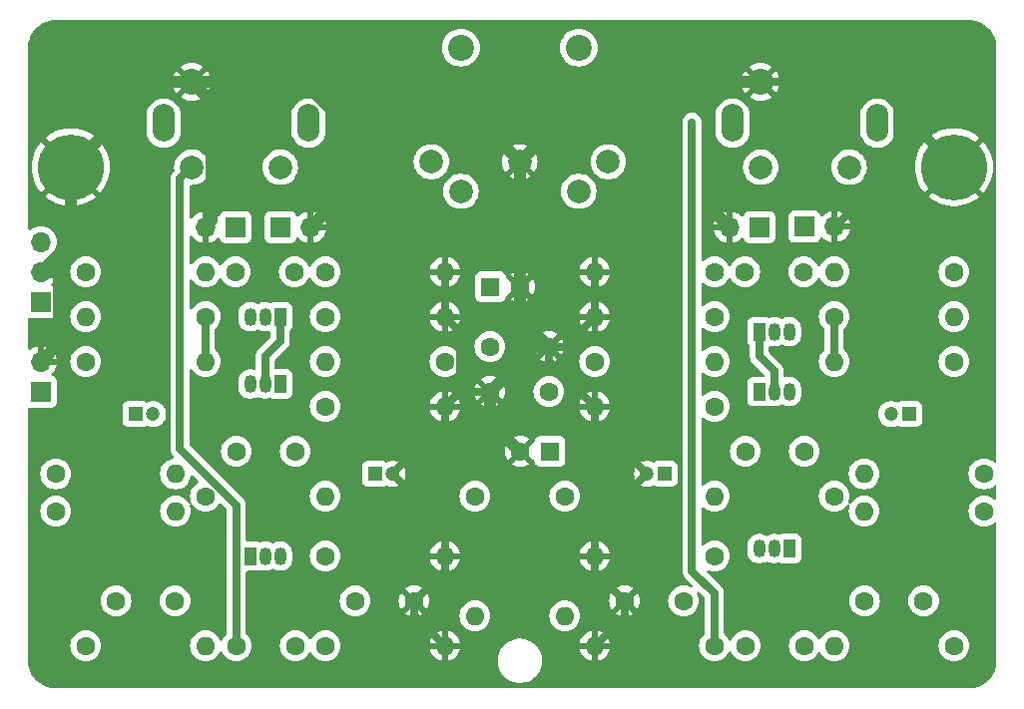
<source format=gtl>
G04 #@! TF.GenerationSoftware,KiCad,Pcbnew,8.0.9*
G04 #@! TF.CreationDate,2025-03-02T14:12:50+01:00*
G04 #@! TF.ProjectId,cjss102,636a7373-3130-4322-9e6b-696361645f70,rev?*
G04 #@! TF.SameCoordinates,Original*
G04 #@! TF.FileFunction,Copper,L1,Top*
G04 #@! TF.FilePolarity,Positive*
%FSLAX46Y46*%
G04 Gerber Fmt 4.6, Leading zero omitted, Abs format (unit mm)*
G04 Created by KiCad (PCBNEW 8.0.9) date 2025-03-02 14:12:50*
%MOMM*%
%LPD*%
G01*
G04 APERTURE LIST*
G04 #@! TA.AperFunction,ComponentPad*
%ADD10C,1.600000*%
G04 #@! TD*
G04 #@! TA.AperFunction,ComponentPad*
%ADD11O,1.600000X1.600000*%
G04 #@! TD*
G04 #@! TA.AperFunction,ComponentPad*
%ADD12C,5.600000*%
G04 #@! TD*
G04 #@! TA.AperFunction,ComponentPad*
%ADD13R,1.700000X1.700000*%
G04 #@! TD*
G04 #@! TA.AperFunction,ComponentPad*
%ADD14O,1.700000X1.700000*%
G04 #@! TD*
G04 #@! TA.AperFunction,ComponentPad*
%ADD15R,1.200000X1.200000*%
G04 #@! TD*
G04 #@! TA.AperFunction,ComponentPad*
%ADD16C,1.200000*%
G04 #@! TD*
G04 #@! TA.AperFunction,WasherPad*
%ADD17O,1.900000X3.200000*%
G04 #@! TD*
G04 #@! TA.AperFunction,ComponentPad*
%ADD18C,2.000000*%
G04 #@! TD*
G04 #@! TA.AperFunction,ComponentPad*
%ADD19C,2.200000*%
G04 #@! TD*
G04 #@! TA.AperFunction,ComponentPad*
%ADD20R,1.600000X1.600000*%
G04 #@! TD*
G04 #@! TA.AperFunction,ComponentPad*
%ADD21R,1.050000X1.500000*%
G04 #@! TD*
G04 #@! TA.AperFunction,ComponentPad*
%ADD22O,1.050000X1.500000*%
G04 #@! TD*
G04 #@! TA.AperFunction,ViaPad*
%ADD23C,0.600000*%
G04 #@! TD*
G04 #@! TA.AperFunction,Conductor*
%ADD24C,0.635000*%
G04 #@! TD*
G04 #@! TA.AperFunction,Conductor*
%ADD25C,1.000000*%
G04 #@! TD*
G04 APERTURE END LIST*
D10*
X166370000Y-60960000D03*
D11*
X156210000Y-60960000D03*
D10*
X125730000Y-57150000D03*
X130730000Y-57150000D03*
X176530000Y-60960000D03*
D11*
X186690000Y-60960000D03*
D12*
X186690000Y-48260000D03*
D10*
X163750000Y-85090000D03*
X158750000Y-85090000D03*
X189230000Y-77470000D03*
D11*
X179070000Y-77470000D03*
D13*
X125730000Y-53340000D03*
D14*
X123190000Y-53340000D03*
D15*
X182880000Y-69215000D03*
D16*
X181380000Y-69215000D03*
D10*
X113030000Y-88900000D03*
D11*
X123190000Y-88900000D03*
D15*
X137565000Y-74295000D03*
D16*
X139065000Y-74295000D03*
D17*
X180200000Y-44510000D03*
X167900000Y-44510000D03*
D18*
X170300000Y-48260000D03*
X177800000Y-48260000D03*
D19*
X170300000Y-41010000D03*
D17*
X131940000Y-44510000D03*
X119640000Y-44510000D03*
D18*
X122040000Y-48260000D03*
X129540000Y-48260000D03*
D19*
X122040000Y-41010000D03*
D10*
X152320000Y-63500000D03*
X147320000Y-63500000D03*
X146050000Y-76200000D03*
D11*
X146050000Y-86360000D03*
D10*
X113030000Y-57150000D03*
D11*
X123190000Y-57150000D03*
D10*
X133350000Y-57150000D03*
D11*
X143510000Y-57150000D03*
D13*
X170180000Y-53340000D03*
D14*
X167640000Y-53340000D03*
D10*
X186690000Y-57150000D03*
D11*
X176530000Y-57150000D03*
D10*
X166370000Y-57150000D03*
D11*
X156210000Y-57150000D03*
D10*
X125810000Y-72390000D03*
X130810000Y-72390000D03*
D19*
X144860000Y-38100000D03*
X154860000Y-38100000D03*
D18*
X142360000Y-47800000D03*
X149860000Y-47800000D03*
X157360000Y-47800000D03*
X144860000Y-50300000D03*
X154860000Y-50300000D03*
D10*
X147320000Y-67310000D03*
X152320000Y-67310000D03*
X113030000Y-64770000D03*
D11*
X123190000Y-64770000D03*
D15*
X117245000Y-69215000D03*
D16*
X118745000Y-69215000D03*
D20*
X152400000Y-72390000D03*
D10*
X149900000Y-72390000D03*
D12*
X111760000Y-48260000D03*
D10*
X186690000Y-88900000D03*
D11*
X176530000Y-88900000D03*
D10*
X176530000Y-76200000D03*
D11*
X166370000Y-76200000D03*
D10*
X133350000Y-60960000D03*
D11*
X143510000Y-60960000D03*
D21*
X127000000Y-81280000D03*
D22*
X128270000Y-81280000D03*
X129540000Y-81280000D03*
D13*
X109220000Y-59690000D03*
D14*
X109220000Y-57150000D03*
X109220000Y-54610000D03*
D10*
X173990000Y-72390000D03*
X168990000Y-72390000D03*
X186690000Y-64770000D03*
D11*
X176530000Y-64770000D03*
D10*
X115610000Y-85090000D03*
X120610000Y-85090000D03*
X184110000Y-85090000D03*
X179110000Y-85090000D03*
X123190000Y-60960000D03*
D11*
X113030000Y-60960000D03*
D21*
X170180000Y-62230000D03*
D22*
X171450000Y-62230000D03*
X172720000Y-62230000D03*
D10*
X133350000Y-81280000D03*
D11*
X143510000Y-81280000D03*
D10*
X135890000Y-85090000D03*
X140890000Y-85090000D03*
D21*
X129540000Y-60960000D03*
D22*
X128270000Y-60960000D03*
X127000000Y-60960000D03*
D10*
X156210000Y-64770000D03*
D11*
X166370000Y-64770000D03*
D10*
X166370000Y-81280000D03*
D11*
X156210000Y-81280000D03*
D10*
X110490000Y-74295000D03*
D11*
X120650000Y-74295000D03*
D10*
X133350000Y-88900000D03*
D11*
X143510000Y-88900000D03*
D13*
X129540000Y-53340000D03*
D14*
X132080000Y-53340000D03*
D20*
X147360000Y-58420000D03*
D10*
X149860000Y-58420000D03*
X143510000Y-64770000D03*
D11*
X133350000Y-64770000D03*
D10*
X153670000Y-76200000D03*
D11*
X153670000Y-86360000D03*
D13*
X109220000Y-67310000D03*
D14*
X109220000Y-64770000D03*
D10*
X110490000Y-77470000D03*
D11*
X120650000Y-77470000D03*
D10*
X168990000Y-88900000D03*
X173990000Y-88900000D03*
X166370000Y-88900000D03*
D11*
X156210000Y-88900000D03*
D10*
X133350000Y-68580000D03*
D11*
X143510000Y-68580000D03*
D21*
X172720000Y-80645000D03*
D22*
X171450000Y-80645000D03*
X170180000Y-80645000D03*
D10*
X166370000Y-68580000D03*
D11*
X156210000Y-68580000D03*
D10*
X189230000Y-74295000D03*
D11*
X179070000Y-74295000D03*
D21*
X129540000Y-66675000D03*
D22*
X128270000Y-66675000D03*
X127000000Y-66675000D03*
D15*
X162155000Y-74295000D03*
D16*
X160655000Y-74295000D03*
D21*
X170180000Y-67310000D03*
D22*
X171450000Y-67310000D03*
X172720000Y-67310000D03*
D10*
X130810000Y-88900000D03*
X125810000Y-88900000D03*
X123190000Y-76200000D03*
D11*
X133350000Y-76200000D03*
D10*
X173950000Y-57150000D03*
X168950000Y-57150000D03*
D13*
X173990000Y-53315000D03*
D14*
X176530000Y-53315000D03*
D23*
X164465000Y-44450000D03*
D24*
X156210000Y-69850000D02*
X160655000Y-74295000D01*
X144827500Y-62277500D02*
X144827500Y-67262500D01*
X156210000Y-57150000D02*
X156210000Y-60960000D01*
X143510000Y-82470000D02*
X140890000Y-85090000D01*
D25*
X109220000Y-64770000D02*
X110770000Y-63220000D01*
X156650000Y-41010000D02*
X149860000Y-47800000D01*
D24*
X143510000Y-68580000D02*
X143510000Y-69850000D01*
X139065000Y-74295000D02*
X143510000Y-78740000D01*
X140890000Y-85090000D02*
X140890000Y-86280000D01*
D25*
X168062994Y-41010000D02*
X166000000Y-43072994D01*
X123740000Y-52790000D02*
X123190000Y-53340000D01*
X123740000Y-42710000D02*
X123740000Y-52790000D01*
D24*
X153670000Y-63500000D02*
X156210000Y-60960000D01*
D25*
X133985000Y-43476088D02*
X133985000Y-51435000D01*
D24*
X144780000Y-67310000D02*
X143510000Y-68580000D01*
D25*
X122040000Y-41010000D02*
X131518912Y-41010000D01*
X147320000Y-67310000D02*
X147320000Y-69810000D01*
D24*
X181144456Y-42375544D02*
X186690000Y-47921088D01*
X179778912Y-41010000D02*
X181144456Y-42375544D01*
D25*
X170300000Y-41010000D02*
X156650000Y-41010000D01*
X111760000Y-54610000D02*
X111760000Y-48260000D01*
D24*
X147320000Y-67310000D02*
X144780000Y-67310000D01*
D25*
X109220000Y-57150000D02*
X111760000Y-54610000D01*
X110770000Y-63220000D02*
X110770000Y-57430000D01*
D24*
X140890000Y-86280000D02*
X143510000Y-88900000D01*
D25*
X122040000Y-41010000D02*
X123740000Y-42710000D01*
X131518912Y-41010000D02*
X143070000Y-41010000D01*
D24*
X181917500Y-43148588D02*
X181144456Y-42375544D01*
X152320000Y-64690000D02*
X152320000Y-63500000D01*
X176530000Y-53340000D02*
X181917500Y-47952500D01*
X160655000Y-74295000D02*
X156210000Y-78740000D01*
X158750000Y-86360000D02*
X156210000Y-88900000D01*
D25*
X151130000Y-63500000D02*
X147320000Y-67310000D01*
X131518912Y-41010000D02*
X133985000Y-43476088D01*
X143070000Y-41010000D02*
X149860000Y-47800000D01*
X110770000Y-57430000D02*
X110490000Y-57150000D01*
X149860000Y-47800000D02*
X149860000Y-58420000D01*
D24*
X143510000Y-78740000D02*
X143510000Y-81280000D01*
X152320000Y-63500000D02*
X153670000Y-63500000D01*
X170300000Y-41010000D02*
X179778912Y-41010000D01*
X158750000Y-85090000D02*
X158750000Y-86360000D01*
D25*
X133985000Y-51435000D02*
X132080000Y-53340000D01*
X152320000Y-63500000D02*
X151130000Y-63500000D01*
X110490000Y-57150000D02*
X109220000Y-57150000D01*
X149860000Y-58420000D02*
X149860000Y-61040000D01*
D24*
X143510000Y-69850000D02*
X139065000Y-74295000D01*
D25*
X147320000Y-69810000D02*
X149900000Y-72390000D01*
D24*
X143510000Y-57150000D02*
X143510000Y-60960000D01*
X181917500Y-47952500D02*
X181917500Y-43148588D01*
X156210000Y-81280000D02*
X156210000Y-82550000D01*
X156210000Y-82550000D02*
X158750000Y-85090000D01*
D25*
X119010000Y-41010000D02*
X122040000Y-41010000D01*
D24*
X143510000Y-81280000D02*
X143510000Y-82470000D01*
X144827500Y-67262500D02*
X143510000Y-68580000D01*
X143510000Y-60960000D02*
X144827500Y-62277500D01*
X156210000Y-68580000D02*
X152320000Y-64690000D01*
X186690000Y-47921088D02*
X186690000Y-48260000D01*
D25*
X166000000Y-43072994D02*
X166000000Y-51700000D01*
D24*
X156210000Y-68580000D02*
X156210000Y-69850000D01*
X156210000Y-78740000D02*
X156210000Y-81280000D01*
D25*
X170300000Y-41010000D02*
X168062994Y-41010000D01*
X111760000Y-48260000D02*
X119010000Y-41010000D01*
X149860000Y-61040000D02*
X152320000Y-63500000D01*
X166000000Y-51700000D02*
X167640000Y-53340000D01*
D24*
X123190000Y-60960000D02*
X123190000Y-64770000D01*
X122040000Y-48260000D02*
X121040000Y-49260000D01*
X121040000Y-72186773D02*
X125810000Y-76956773D01*
X121040000Y-49260000D02*
X121040000Y-72186773D01*
X125810000Y-76956773D02*
X125810000Y-88900000D01*
X176530000Y-60960000D02*
X176530000Y-64770000D01*
X164465000Y-82550000D02*
X166370000Y-84455000D01*
X164465000Y-44450000D02*
X164465000Y-82550000D01*
X166370000Y-84455000D02*
X166370000Y-88900000D01*
X129540000Y-63045000D02*
X128270000Y-64315000D01*
X128270000Y-64315000D02*
X128270000Y-66675000D01*
X129540000Y-60960000D02*
X129540000Y-63045000D01*
X171450000Y-67310000D02*
X171450000Y-65585000D01*
X170180000Y-64315000D02*
X170180000Y-62230000D01*
X171450000Y-65585000D02*
X170180000Y-64315000D01*
G04 #@! TA.AperFunction,Conductor*
G36*
X187963736Y-35760726D02*
G01*
X188234510Y-35777105D01*
X188249374Y-35778910D01*
X188512507Y-35827131D01*
X188527044Y-35830714D01*
X188782435Y-35910298D01*
X188796427Y-35915603D01*
X189040381Y-36025398D01*
X189053639Y-36032356D01*
X189282574Y-36170752D01*
X189294885Y-36179250D01*
X189505473Y-36344235D01*
X189516681Y-36354165D01*
X189705834Y-36543318D01*
X189715764Y-36554526D01*
X189805866Y-36669533D01*
X189880745Y-36765108D01*
X189889249Y-36777428D01*
X189903596Y-36801161D01*
X190027642Y-37006359D01*
X190034601Y-37019618D01*
X190144394Y-37263568D01*
X190149703Y-37277569D01*
X190229284Y-37532954D01*
X190232868Y-37547492D01*
X190281089Y-37810625D01*
X190282894Y-37825489D01*
X190299274Y-38096262D01*
X190299500Y-38103750D01*
X190299500Y-73225951D01*
X190279815Y-73292990D01*
X190227011Y-73338745D01*
X190157853Y-73348689D01*
X190094297Y-73319664D01*
X190087819Y-73313632D01*
X190069141Y-73294954D01*
X189882734Y-73164432D01*
X189882732Y-73164431D01*
X189676497Y-73068261D01*
X189676488Y-73068258D01*
X189456697Y-73009366D01*
X189456693Y-73009365D01*
X189456692Y-73009365D01*
X189456691Y-73009364D01*
X189456686Y-73009364D01*
X189230002Y-72989532D01*
X189229998Y-72989532D01*
X189003313Y-73009364D01*
X189003302Y-73009366D01*
X188783511Y-73068258D01*
X188783502Y-73068261D01*
X188577267Y-73164431D01*
X188577265Y-73164432D01*
X188390858Y-73294954D01*
X188229954Y-73455858D01*
X188099432Y-73642265D01*
X188099431Y-73642267D01*
X188003261Y-73848502D01*
X188003258Y-73848511D01*
X187944366Y-74068302D01*
X187944364Y-74068313D01*
X187924532Y-74294998D01*
X187924532Y-74295001D01*
X187944364Y-74521686D01*
X187944366Y-74521697D01*
X188003258Y-74741488D01*
X188003261Y-74741497D01*
X188099431Y-74947732D01*
X188099432Y-74947734D01*
X188229954Y-75134141D01*
X188390858Y-75295045D01*
X188390861Y-75295047D01*
X188577266Y-75425568D01*
X188783504Y-75521739D01*
X189003308Y-75580635D01*
X189165230Y-75594801D01*
X189229998Y-75600468D01*
X189230000Y-75600468D01*
X189230002Y-75600468D01*
X189286673Y-75595509D01*
X189456692Y-75580635D01*
X189676496Y-75521739D01*
X189882734Y-75425568D01*
X190069139Y-75295047D01*
X190074447Y-75289739D01*
X190087819Y-75276368D01*
X190149142Y-75242883D01*
X190218834Y-75247867D01*
X190274767Y-75289739D01*
X190299184Y-75355203D01*
X190299500Y-75364049D01*
X190299500Y-76400951D01*
X190279815Y-76467990D01*
X190227011Y-76513745D01*
X190157853Y-76523689D01*
X190094297Y-76494664D01*
X190087819Y-76488632D01*
X190069141Y-76469954D01*
X189882734Y-76339432D01*
X189882732Y-76339431D01*
X189676497Y-76243261D01*
X189676488Y-76243258D01*
X189456697Y-76184366D01*
X189456693Y-76184365D01*
X189456692Y-76184365D01*
X189456691Y-76184364D01*
X189456686Y-76184364D01*
X189230002Y-76164532D01*
X189229998Y-76164532D01*
X189003313Y-76184364D01*
X189003302Y-76184366D01*
X188783511Y-76243258D01*
X188783502Y-76243261D01*
X188577267Y-76339431D01*
X188577265Y-76339432D01*
X188390858Y-76469954D01*
X188229954Y-76630858D01*
X188099432Y-76817265D01*
X188099431Y-76817267D01*
X188003261Y-77023502D01*
X188003258Y-77023511D01*
X187944366Y-77243302D01*
X187944364Y-77243313D01*
X187924532Y-77469998D01*
X187924532Y-77470001D01*
X187944364Y-77696686D01*
X187944366Y-77696697D01*
X188003258Y-77916488D01*
X188003261Y-77916497D01*
X188099431Y-78122732D01*
X188099432Y-78122734D01*
X188229954Y-78309141D01*
X188390858Y-78470045D01*
X188390861Y-78470047D01*
X188577266Y-78600568D01*
X188783504Y-78696739D01*
X189003308Y-78755635D01*
X189165230Y-78769801D01*
X189229998Y-78775468D01*
X189230000Y-78775468D01*
X189230002Y-78775468D01*
X189286673Y-78770509D01*
X189456692Y-78755635D01*
X189676496Y-78696739D01*
X189882734Y-78600568D01*
X190069139Y-78470047D01*
X190074447Y-78464739D01*
X190087819Y-78451368D01*
X190149142Y-78417883D01*
X190218834Y-78422867D01*
X190274767Y-78464739D01*
X190299184Y-78530203D01*
X190299500Y-78539049D01*
X190299500Y-90166249D01*
X190299274Y-90173737D01*
X190282894Y-90444510D01*
X190281089Y-90459374D01*
X190232868Y-90722507D01*
X190229284Y-90737045D01*
X190149703Y-90992430D01*
X190144394Y-91006431D01*
X190034601Y-91250381D01*
X190027642Y-91263640D01*
X189889251Y-91492568D01*
X189880745Y-91504891D01*
X189715764Y-91715473D01*
X189705834Y-91726681D01*
X189516681Y-91915834D01*
X189505473Y-91925764D01*
X189294891Y-92090745D01*
X189282568Y-92099251D01*
X189053640Y-92237642D01*
X189040381Y-92244601D01*
X188796431Y-92354394D01*
X188782430Y-92359703D01*
X188527045Y-92439284D01*
X188512507Y-92442868D01*
X188249374Y-92491089D01*
X188234510Y-92492894D01*
X187979690Y-92508308D01*
X187963735Y-92509274D01*
X187956249Y-92509500D01*
X110493751Y-92509500D01*
X110486264Y-92509274D01*
X110215490Y-92492894D01*
X110200625Y-92491089D01*
X109937492Y-92442868D01*
X109922954Y-92439284D01*
X109667569Y-92359703D01*
X109653568Y-92354394D01*
X109409618Y-92244601D01*
X109396359Y-92237642D01*
X109167431Y-92099251D01*
X109155108Y-92090745D01*
X108944526Y-91925764D01*
X108933318Y-91915834D01*
X108744165Y-91726681D01*
X108734235Y-91715473D01*
X108633479Y-91586868D01*
X108569250Y-91504885D01*
X108560752Y-91492574D01*
X108422356Y-91263639D01*
X108415398Y-91250381D01*
X108305605Y-91006431D01*
X108300296Y-90992430D01*
X108280799Y-90929863D01*
X108220714Y-90737044D01*
X108217131Y-90722507D01*
X108168910Y-90459374D01*
X108167105Y-90444509D01*
X108150726Y-90173736D01*
X108150500Y-90166249D01*
X108150500Y-88899998D01*
X111724532Y-88899998D01*
X111724532Y-88900001D01*
X111744364Y-89126686D01*
X111744366Y-89126697D01*
X111803258Y-89346488D01*
X111803261Y-89346497D01*
X111899431Y-89552732D01*
X111899432Y-89552734D01*
X112029954Y-89739141D01*
X112190858Y-89900045D01*
X112190861Y-89900047D01*
X112377266Y-90030568D01*
X112583504Y-90126739D01*
X112583509Y-90126740D01*
X112583511Y-90126741D01*
X112636415Y-90140916D01*
X112803308Y-90185635D01*
X112965230Y-90199801D01*
X113029998Y-90205468D01*
X113030000Y-90205468D01*
X113030002Y-90205468D01*
X113086673Y-90200509D01*
X113256692Y-90185635D01*
X113476496Y-90126739D01*
X113682734Y-90030568D01*
X113869139Y-89900047D01*
X114030047Y-89739139D01*
X114160568Y-89552734D01*
X114256739Y-89346496D01*
X114315635Y-89126692D01*
X114335468Y-88900000D01*
X114315635Y-88673308D01*
X114269198Y-88500000D01*
X114256741Y-88453511D01*
X114256738Y-88453502D01*
X114211575Y-88356650D01*
X114160568Y-88247266D01*
X114030047Y-88060861D01*
X114030045Y-88060858D01*
X113869141Y-87899954D01*
X113682734Y-87769432D01*
X113682732Y-87769431D01*
X113476497Y-87673261D01*
X113476488Y-87673258D01*
X113256697Y-87614366D01*
X113256693Y-87614365D01*
X113256692Y-87614365D01*
X113256691Y-87614364D01*
X113256686Y-87614364D01*
X113030002Y-87594532D01*
X113029998Y-87594532D01*
X112803313Y-87614364D01*
X112803302Y-87614366D01*
X112583511Y-87673258D01*
X112583502Y-87673261D01*
X112377267Y-87769431D01*
X112377265Y-87769432D01*
X112190858Y-87899954D01*
X112029954Y-88060858D01*
X111899432Y-88247265D01*
X111899431Y-88247267D01*
X111803261Y-88453502D01*
X111803258Y-88453511D01*
X111744366Y-88673302D01*
X111744364Y-88673313D01*
X111724532Y-88899998D01*
X108150500Y-88899998D01*
X108150500Y-85089998D01*
X114304532Y-85089998D01*
X114304532Y-85090001D01*
X114324364Y-85316686D01*
X114324366Y-85316697D01*
X114383258Y-85536488D01*
X114383261Y-85536497D01*
X114479431Y-85742732D01*
X114479432Y-85742734D01*
X114609954Y-85929141D01*
X114770858Y-86090045D01*
X114770861Y-86090047D01*
X114957266Y-86220568D01*
X115163504Y-86316739D01*
X115383308Y-86375635D01*
X115545230Y-86389801D01*
X115609998Y-86395468D01*
X115610000Y-86395468D01*
X115610002Y-86395468D01*
X115666673Y-86390509D01*
X115836692Y-86375635D01*
X116056496Y-86316739D01*
X116262734Y-86220568D01*
X116449139Y-86090047D01*
X116610047Y-85929139D01*
X116740568Y-85742734D01*
X116836739Y-85536496D01*
X116895635Y-85316692D01*
X116915468Y-85090000D01*
X116915468Y-85089998D01*
X119304532Y-85089998D01*
X119304532Y-85090001D01*
X119324364Y-85316686D01*
X119324366Y-85316697D01*
X119383258Y-85536488D01*
X119383261Y-85536497D01*
X119479431Y-85742732D01*
X119479432Y-85742734D01*
X119609954Y-85929141D01*
X119770858Y-86090045D01*
X119770861Y-86090047D01*
X119957266Y-86220568D01*
X120163504Y-86316739D01*
X120383308Y-86375635D01*
X120545230Y-86389801D01*
X120609998Y-86395468D01*
X120610000Y-86395468D01*
X120610002Y-86395468D01*
X120666673Y-86390509D01*
X120836692Y-86375635D01*
X121056496Y-86316739D01*
X121262734Y-86220568D01*
X121449139Y-86090047D01*
X121610047Y-85929139D01*
X121740568Y-85742734D01*
X121836739Y-85536496D01*
X121895635Y-85316692D01*
X121915468Y-85090000D01*
X121895635Y-84863308D01*
X121836739Y-84643504D01*
X121740568Y-84437266D01*
X121610047Y-84250861D01*
X121610045Y-84250858D01*
X121449141Y-84089954D01*
X121262734Y-83959432D01*
X121262732Y-83959431D01*
X121056497Y-83863261D01*
X121056488Y-83863258D01*
X120836697Y-83804366D01*
X120836693Y-83804365D01*
X120836692Y-83804365D01*
X120836691Y-83804364D01*
X120836686Y-83804364D01*
X120610002Y-83784532D01*
X120609998Y-83784532D01*
X120383313Y-83804364D01*
X120383302Y-83804366D01*
X120163511Y-83863258D01*
X120163502Y-83863261D01*
X119957267Y-83959431D01*
X119957265Y-83959432D01*
X119770858Y-84089954D01*
X119609954Y-84250858D01*
X119479432Y-84437265D01*
X119479431Y-84437267D01*
X119383261Y-84643502D01*
X119383258Y-84643511D01*
X119324366Y-84863302D01*
X119324364Y-84863313D01*
X119304532Y-85089998D01*
X116915468Y-85089998D01*
X116895635Y-84863308D01*
X116836739Y-84643504D01*
X116740568Y-84437266D01*
X116610047Y-84250861D01*
X116610045Y-84250858D01*
X116449141Y-84089954D01*
X116262734Y-83959432D01*
X116262732Y-83959431D01*
X116056497Y-83863261D01*
X116056488Y-83863258D01*
X115836697Y-83804366D01*
X115836693Y-83804365D01*
X115836692Y-83804365D01*
X115836691Y-83804364D01*
X115836686Y-83804364D01*
X115610002Y-83784532D01*
X115609998Y-83784532D01*
X115383313Y-83804364D01*
X115383302Y-83804366D01*
X115163511Y-83863258D01*
X115163502Y-83863261D01*
X114957267Y-83959431D01*
X114957265Y-83959432D01*
X114770858Y-84089954D01*
X114609954Y-84250858D01*
X114479432Y-84437265D01*
X114479431Y-84437267D01*
X114383261Y-84643502D01*
X114383258Y-84643511D01*
X114324366Y-84863302D01*
X114324364Y-84863313D01*
X114304532Y-85089998D01*
X108150500Y-85089998D01*
X108150500Y-77469998D01*
X109184532Y-77469998D01*
X109184532Y-77470001D01*
X109204364Y-77696686D01*
X109204366Y-77696697D01*
X109263258Y-77916488D01*
X109263261Y-77916497D01*
X109359431Y-78122732D01*
X109359432Y-78122734D01*
X109489954Y-78309141D01*
X109650858Y-78470045D01*
X109650861Y-78470047D01*
X109837266Y-78600568D01*
X110043504Y-78696739D01*
X110263308Y-78755635D01*
X110425230Y-78769801D01*
X110489998Y-78775468D01*
X110490000Y-78775468D01*
X110490002Y-78775468D01*
X110546673Y-78770509D01*
X110716692Y-78755635D01*
X110936496Y-78696739D01*
X111142734Y-78600568D01*
X111329139Y-78470047D01*
X111490047Y-78309139D01*
X111620568Y-78122734D01*
X111716739Y-77916496D01*
X111775635Y-77696692D01*
X111795468Y-77470000D01*
X111775635Y-77243308D01*
X111716739Y-77023504D01*
X111620568Y-76817266D01*
X111522839Y-76677693D01*
X111490045Y-76630858D01*
X111329141Y-76469954D01*
X111142734Y-76339432D01*
X111142732Y-76339431D01*
X110936497Y-76243261D01*
X110936488Y-76243258D01*
X110716697Y-76184366D01*
X110716693Y-76184365D01*
X110716692Y-76184365D01*
X110716691Y-76184364D01*
X110716686Y-76184364D01*
X110490002Y-76164532D01*
X110489998Y-76164532D01*
X110263313Y-76184364D01*
X110263302Y-76184366D01*
X110043511Y-76243258D01*
X110043502Y-76243261D01*
X109837267Y-76339431D01*
X109837265Y-76339432D01*
X109650858Y-76469954D01*
X109489954Y-76630858D01*
X109359432Y-76817265D01*
X109359431Y-76817267D01*
X109263261Y-77023502D01*
X109263258Y-77023511D01*
X109204366Y-77243302D01*
X109204364Y-77243313D01*
X109184532Y-77469998D01*
X108150500Y-77469998D01*
X108150500Y-74294998D01*
X109184532Y-74294998D01*
X109184532Y-74295001D01*
X109204364Y-74521686D01*
X109204366Y-74521697D01*
X109263258Y-74741488D01*
X109263261Y-74741497D01*
X109359431Y-74947732D01*
X109359432Y-74947734D01*
X109489954Y-75134141D01*
X109650858Y-75295045D01*
X109650861Y-75295047D01*
X109837266Y-75425568D01*
X110043504Y-75521739D01*
X110263308Y-75580635D01*
X110425230Y-75594801D01*
X110489998Y-75600468D01*
X110490000Y-75600468D01*
X110490002Y-75600468D01*
X110546673Y-75595509D01*
X110716692Y-75580635D01*
X110936496Y-75521739D01*
X111142734Y-75425568D01*
X111329139Y-75295047D01*
X111490047Y-75134139D01*
X111620568Y-74947734D01*
X111716739Y-74741496D01*
X111775635Y-74521692D01*
X111795468Y-74295000D01*
X111795468Y-74294998D01*
X119344532Y-74294998D01*
X119344532Y-74295001D01*
X119364364Y-74521686D01*
X119364366Y-74521697D01*
X119423258Y-74741488D01*
X119423261Y-74741497D01*
X119519431Y-74947732D01*
X119519432Y-74947734D01*
X119649954Y-75134141D01*
X119810858Y-75295045D01*
X119810861Y-75295047D01*
X119997266Y-75425568D01*
X120203504Y-75521739D01*
X120423308Y-75580635D01*
X120585230Y-75594801D01*
X120649998Y-75600468D01*
X120650000Y-75600468D01*
X120650002Y-75600468D01*
X120706673Y-75595509D01*
X120876692Y-75580635D01*
X121096496Y-75521739D01*
X121302734Y-75425568D01*
X121489139Y-75295047D01*
X121650047Y-75134139D01*
X121780568Y-74947734D01*
X121876739Y-74741496D01*
X121935635Y-74521692D01*
X121935636Y-74521679D01*
X121936574Y-74516363D01*
X121939151Y-74516817D01*
X121960520Y-74461944D01*
X122017049Y-74420880D01*
X122086806Y-74416897D01*
X122146391Y-74449991D01*
X122567922Y-74871522D01*
X122601407Y-74932845D01*
X122596423Y-75002537D01*
X122554551Y-75058470D01*
X122541667Y-75066212D01*
X122541961Y-75066721D01*
X122537268Y-75069430D01*
X122350858Y-75199954D01*
X122189954Y-75360858D01*
X122059432Y-75547265D01*
X122059431Y-75547267D01*
X121963261Y-75753502D01*
X121963258Y-75753511D01*
X121904366Y-75973302D01*
X121904364Y-75973313D01*
X121884532Y-76199998D01*
X121884532Y-76200001D01*
X121904364Y-76426686D01*
X121904366Y-76426697D01*
X121963258Y-76646488D01*
X121963260Y-76646492D01*
X121963261Y-76646496D01*
X121966877Y-76654251D01*
X121966881Y-76654259D01*
X121977372Y-76723336D01*
X121948851Y-76787120D01*
X121890374Y-76825359D01*
X121820507Y-76825912D01*
X121761431Y-76788605D01*
X121752923Y-76777785D01*
X121711181Y-76718171D01*
X121650047Y-76630861D01*
X121650045Y-76630858D01*
X121489141Y-76469954D01*
X121302734Y-76339432D01*
X121302732Y-76339431D01*
X121096497Y-76243261D01*
X121096488Y-76243258D01*
X120876697Y-76184366D01*
X120876693Y-76184365D01*
X120876692Y-76184365D01*
X120876691Y-76184364D01*
X120876686Y-76184364D01*
X120650002Y-76164532D01*
X120649998Y-76164532D01*
X120423313Y-76184364D01*
X120423302Y-76184366D01*
X120203511Y-76243258D01*
X120203502Y-76243261D01*
X119997267Y-76339431D01*
X119997265Y-76339432D01*
X119810858Y-76469954D01*
X119649954Y-76630858D01*
X119519432Y-76817265D01*
X119519431Y-76817267D01*
X119423261Y-77023502D01*
X119423258Y-77023511D01*
X119364366Y-77243302D01*
X119364364Y-77243313D01*
X119344532Y-77469998D01*
X119344532Y-77470001D01*
X119364364Y-77696686D01*
X119364366Y-77696697D01*
X119423258Y-77916488D01*
X119423261Y-77916497D01*
X119519431Y-78122732D01*
X119519432Y-78122734D01*
X119649954Y-78309141D01*
X119810858Y-78470045D01*
X119810861Y-78470047D01*
X119997266Y-78600568D01*
X120203504Y-78696739D01*
X120423308Y-78755635D01*
X120585230Y-78769801D01*
X120649998Y-78775468D01*
X120650000Y-78775468D01*
X120650002Y-78775468D01*
X120706673Y-78770509D01*
X120876692Y-78755635D01*
X121096496Y-78696739D01*
X121302734Y-78600568D01*
X121489139Y-78470047D01*
X121650047Y-78309139D01*
X121780568Y-78122734D01*
X121876739Y-77916496D01*
X121935635Y-77696692D01*
X121955468Y-77470000D01*
X121935635Y-77243308D01*
X121876739Y-77023504D01*
X121873119Y-77015742D01*
X121862627Y-76946667D01*
X121891145Y-76882882D01*
X121949621Y-76844642D01*
X122019488Y-76844086D01*
X122078565Y-76881391D01*
X122087076Y-76892214D01*
X122189954Y-77039141D01*
X122350858Y-77200045D01*
X122350861Y-77200047D01*
X122537266Y-77330568D01*
X122743504Y-77426739D01*
X122963308Y-77485635D01*
X123125230Y-77499801D01*
X123189998Y-77505468D01*
X123190000Y-77505468D01*
X123190002Y-77505468D01*
X123246673Y-77500509D01*
X123416692Y-77485635D01*
X123636496Y-77426739D01*
X123842734Y-77330568D01*
X124029139Y-77200047D01*
X124190047Y-77039139D01*
X124320568Y-76852734D01*
X124320572Y-76852725D01*
X124323276Y-76848043D01*
X124325564Y-76849364D01*
X124364197Y-76805159D01*
X124431319Y-76785758D01*
X124498275Y-76805726D01*
X124518476Y-76822076D01*
X124955681Y-77259280D01*
X124989166Y-77320603D01*
X124992000Y-77346961D01*
X124992000Y-87827451D01*
X124972315Y-87894490D01*
X124955681Y-87915132D01*
X124809954Y-88060858D01*
X124679432Y-88247265D01*
X124679431Y-88247267D01*
X124612382Y-88391054D01*
X124566209Y-88443493D01*
X124499016Y-88462645D01*
X124432135Y-88442429D01*
X124387618Y-88391054D01*
X124371575Y-88356650D01*
X124320568Y-88247266D01*
X124190047Y-88060861D01*
X124190045Y-88060858D01*
X124029141Y-87899954D01*
X123842734Y-87769432D01*
X123842732Y-87769431D01*
X123636497Y-87673261D01*
X123636488Y-87673258D01*
X123416697Y-87614366D01*
X123416693Y-87614365D01*
X123416692Y-87614365D01*
X123416691Y-87614364D01*
X123416686Y-87614364D01*
X123190002Y-87594532D01*
X123189998Y-87594532D01*
X122963313Y-87614364D01*
X122963302Y-87614366D01*
X122743511Y-87673258D01*
X122743502Y-87673261D01*
X122537267Y-87769431D01*
X122537265Y-87769432D01*
X122350858Y-87899954D01*
X122189954Y-88060858D01*
X122059432Y-88247265D01*
X122059431Y-88247267D01*
X121963261Y-88453502D01*
X121963258Y-88453511D01*
X121904366Y-88673302D01*
X121904364Y-88673313D01*
X121884532Y-88899998D01*
X121884532Y-88900001D01*
X121904364Y-89126686D01*
X121904366Y-89126697D01*
X121963258Y-89346488D01*
X121963261Y-89346497D01*
X122059431Y-89552732D01*
X122059432Y-89552734D01*
X122189954Y-89739141D01*
X122350858Y-89900045D01*
X122350861Y-89900047D01*
X122537266Y-90030568D01*
X122743504Y-90126739D01*
X122743509Y-90126740D01*
X122743511Y-90126741D01*
X122796415Y-90140916D01*
X122963308Y-90185635D01*
X123125230Y-90199801D01*
X123189998Y-90205468D01*
X123190000Y-90205468D01*
X123190002Y-90205468D01*
X123246673Y-90200509D01*
X123416692Y-90185635D01*
X123636496Y-90126739D01*
X123842734Y-90030568D01*
X124029139Y-89900047D01*
X124190047Y-89739139D01*
X124320568Y-89552734D01*
X124387618Y-89408944D01*
X124433790Y-89356506D01*
X124500984Y-89337354D01*
X124567865Y-89357570D01*
X124612381Y-89408944D01*
X124628424Y-89443348D01*
X124679431Y-89552732D01*
X124679432Y-89552734D01*
X124809954Y-89739141D01*
X124970858Y-89900045D01*
X124970861Y-89900047D01*
X125157266Y-90030568D01*
X125363504Y-90126739D01*
X125363509Y-90126740D01*
X125363511Y-90126741D01*
X125416415Y-90140916D01*
X125583308Y-90185635D01*
X125745230Y-90199801D01*
X125809998Y-90205468D01*
X125810000Y-90205468D01*
X125810002Y-90205468D01*
X125866673Y-90200509D01*
X126036692Y-90185635D01*
X126256496Y-90126739D01*
X126462734Y-90030568D01*
X126649139Y-89900047D01*
X126810047Y-89739139D01*
X126940568Y-89552734D01*
X127036739Y-89346496D01*
X127095635Y-89126692D01*
X127115468Y-88900000D01*
X127115468Y-88899998D01*
X129504532Y-88899998D01*
X129504532Y-88900001D01*
X129524364Y-89126686D01*
X129524366Y-89126697D01*
X129583258Y-89346488D01*
X129583261Y-89346497D01*
X129679431Y-89552732D01*
X129679432Y-89552734D01*
X129809954Y-89739141D01*
X129970858Y-89900045D01*
X129970861Y-89900047D01*
X130157266Y-90030568D01*
X130363504Y-90126739D01*
X130363509Y-90126740D01*
X130363511Y-90126741D01*
X130416415Y-90140916D01*
X130583308Y-90185635D01*
X130745230Y-90199801D01*
X130809998Y-90205468D01*
X130810000Y-90205468D01*
X130810002Y-90205468D01*
X130866673Y-90200509D01*
X131036692Y-90185635D01*
X131256496Y-90126739D01*
X131462734Y-90030568D01*
X131649139Y-89900047D01*
X131810047Y-89739139D01*
X131940568Y-89552734D01*
X131967618Y-89494724D01*
X132013790Y-89442285D01*
X132080983Y-89423133D01*
X132147865Y-89443348D01*
X132192382Y-89494725D01*
X132219429Y-89552728D01*
X132219432Y-89552734D01*
X132349954Y-89739141D01*
X132510858Y-89900045D01*
X132510861Y-89900047D01*
X132697266Y-90030568D01*
X132903504Y-90126739D01*
X132903509Y-90126740D01*
X132903511Y-90126741D01*
X132956415Y-90140916D01*
X133123308Y-90185635D01*
X133285230Y-90199801D01*
X133349998Y-90205468D01*
X133350000Y-90205468D01*
X133350002Y-90205468D01*
X133406673Y-90200509D01*
X133576692Y-90185635D01*
X133796496Y-90126739D01*
X134002734Y-90030568D01*
X134189139Y-89900047D01*
X134350047Y-89739139D01*
X134480568Y-89552734D01*
X134576739Y-89346496D01*
X134635635Y-89126692D01*
X134655468Y-88900000D01*
X134635635Y-88673308D01*
X134629389Y-88649999D01*
X142231127Y-88649999D01*
X142231128Y-88650000D01*
X143194314Y-88650000D01*
X143189920Y-88654394D01*
X143137259Y-88745606D01*
X143110000Y-88847339D01*
X143110000Y-88952661D01*
X143137259Y-89054394D01*
X143189920Y-89145606D01*
X143194314Y-89150000D01*
X142231128Y-89150000D01*
X142283730Y-89346317D01*
X142283734Y-89346326D01*
X142379865Y-89552482D01*
X142510342Y-89738820D01*
X142671179Y-89899657D01*
X142857517Y-90030134D01*
X143063673Y-90126265D01*
X143063682Y-90126269D01*
X143259999Y-90178872D01*
X143260000Y-90178871D01*
X143260000Y-89215686D01*
X143264394Y-89220080D01*
X143355606Y-89272741D01*
X143457339Y-89300000D01*
X143562661Y-89300000D01*
X143664394Y-89272741D01*
X143755606Y-89220080D01*
X143760000Y-89215686D01*
X143760000Y-90178872D01*
X143956317Y-90126269D01*
X143956326Y-90126265D01*
X144126844Y-90046752D01*
X147979500Y-90046752D01*
X147979500Y-90293247D01*
X147979501Y-90293263D01*
X148011674Y-90537644D01*
X148011675Y-90537649D01*
X148011676Y-90537655D01*
X148011677Y-90537657D01*
X148075477Y-90775766D01*
X148169809Y-91003502D01*
X148169813Y-91003511D01*
X148293069Y-91216997D01*
X148443132Y-91412560D01*
X148443140Y-91412569D01*
X148617431Y-91586860D01*
X148617439Y-91586867D01*
X148813002Y-91736930D01*
X148813005Y-91736931D01*
X148813008Y-91736934D01*
X149026491Y-91860188D01*
X149173645Y-91921141D01*
X149254233Y-91954522D01*
X149254234Y-91954522D01*
X149254236Y-91954523D01*
X149492345Y-92018324D01*
X149736746Y-92050500D01*
X149736753Y-92050500D01*
X149983247Y-92050500D01*
X149983254Y-92050500D01*
X150227655Y-92018324D01*
X150465764Y-91954523D01*
X150693509Y-91860188D01*
X150906992Y-91736934D01*
X151102560Y-91586868D01*
X151102564Y-91586863D01*
X151102569Y-91586860D01*
X151276860Y-91412569D01*
X151276863Y-91412564D01*
X151276868Y-91412560D01*
X151426934Y-91216992D01*
X151550188Y-91003509D01*
X151644523Y-90775764D01*
X151708324Y-90537655D01*
X151740500Y-90293254D01*
X151740500Y-90046746D01*
X151708324Y-89802345D01*
X151644523Y-89564236D01*
X151639654Y-89552482D01*
X151613078Y-89488321D01*
X151550188Y-89336491D01*
X151426934Y-89123008D01*
X151426931Y-89123005D01*
X151426930Y-89123002D01*
X151276867Y-88927439D01*
X151276860Y-88927431D01*
X151102569Y-88753140D01*
X151102560Y-88753132D01*
X150968156Y-88649999D01*
X154931127Y-88649999D01*
X154931128Y-88650000D01*
X155894314Y-88650000D01*
X155889920Y-88654394D01*
X155837259Y-88745606D01*
X155810000Y-88847339D01*
X155810000Y-88952661D01*
X155837259Y-89054394D01*
X155889920Y-89145606D01*
X155894314Y-89150000D01*
X154931128Y-89150000D01*
X154983730Y-89346317D01*
X154983734Y-89346326D01*
X155079865Y-89552482D01*
X155210342Y-89738820D01*
X155371179Y-89899657D01*
X155557517Y-90030134D01*
X155763673Y-90126265D01*
X155763682Y-90126269D01*
X155959999Y-90178872D01*
X155960000Y-90178871D01*
X155960000Y-89215686D01*
X155964394Y-89220080D01*
X156055606Y-89272741D01*
X156157339Y-89300000D01*
X156262661Y-89300000D01*
X156364394Y-89272741D01*
X156455606Y-89220080D01*
X156460000Y-89215686D01*
X156460000Y-90178872D01*
X156656317Y-90126269D01*
X156656326Y-90126265D01*
X156862482Y-90030134D01*
X157048820Y-89899657D01*
X157209657Y-89738820D01*
X157340134Y-89552482D01*
X157436265Y-89346326D01*
X157436269Y-89346317D01*
X157488872Y-89150000D01*
X156525686Y-89150000D01*
X156530080Y-89145606D01*
X156582741Y-89054394D01*
X156610000Y-88952661D01*
X156610000Y-88847339D01*
X156582741Y-88745606D01*
X156530080Y-88654394D01*
X156525686Y-88650000D01*
X157488872Y-88650000D01*
X157488872Y-88649999D01*
X157436269Y-88453682D01*
X157436265Y-88453673D01*
X157340134Y-88247517D01*
X157209657Y-88061179D01*
X157048820Y-87900342D01*
X156862482Y-87769865D01*
X156656328Y-87673734D01*
X156460000Y-87621127D01*
X156460000Y-88584314D01*
X156455606Y-88579920D01*
X156364394Y-88527259D01*
X156262661Y-88500000D01*
X156157339Y-88500000D01*
X156055606Y-88527259D01*
X155964394Y-88579920D01*
X155960000Y-88584314D01*
X155960000Y-87621127D01*
X155763671Y-87673734D01*
X155557517Y-87769865D01*
X155371179Y-87900342D01*
X155210342Y-88061179D01*
X155079865Y-88247517D01*
X154983734Y-88453673D01*
X154983730Y-88453682D01*
X154931127Y-88649999D01*
X150968156Y-88649999D01*
X150906997Y-88603069D01*
X150693511Y-88479813D01*
X150693502Y-88479809D01*
X150465766Y-88385477D01*
X150338164Y-88351286D01*
X150227655Y-88321676D01*
X150227649Y-88321675D01*
X150227644Y-88321674D01*
X149983263Y-88289501D01*
X149983260Y-88289500D01*
X149983254Y-88289500D01*
X149736746Y-88289500D01*
X149736740Y-88289500D01*
X149736736Y-88289501D01*
X149492355Y-88321674D01*
X149492348Y-88321675D01*
X149492345Y-88321676D01*
X149445636Y-88334191D01*
X149254233Y-88385477D01*
X149026497Y-88479809D01*
X149026488Y-88479813D01*
X148813002Y-88603069D01*
X148617439Y-88753132D01*
X148443132Y-88927439D01*
X148293069Y-89123002D01*
X148169813Y-89336488D01*
X148169809Y-89336497D01*
X148075477Y-89564233D01*
X148011677Y-89802342D01*
X148011674Y-89802355D01*
X147979501Y-90046736D01*
X147979500Y-90046752D01*
X144126844Y-90046752D01*
X144162482Y-90030134D01*
X144348820Y-89899657D01*
X144509657Y-89738820D01*
X144640134Y-89552482D01*
X144736265Y-89346326D01*
X144736269Y-89346317D01*
X144788872Y-89150000D01*
X143825686Y-89150000D01*
X143830080Y-89145606D01*
X143882741Y-89054394D01*
X143910000Y-88952661D01*
X143910000Y-88847339D01*
X143882741Y-88745606D01*
X143830080Y-88654394D01*
X143825686Y-88650000D01*
X144788872Y-88650000D01*
X144788872Y-88649999D01*
X144736269Y-88453682D01*
X144736265Y-88453673D01*
X144640134Y-88247517D01*
X144509657Y-88061179D01*
X144348820Y-87900342D01*
X144162482Y-87769865D01*
X143956328Y-87673734D01*
X143760000Y-87621127D01*
X143760000Y-88584314D01*
X143755606Y-88579920D01*
X143664394Y-88527259D01*
X143562661Y-88500000D01*
X143457339Y-88500000D01*
X143355606Y-88527259D01*
X143264394Y-88579920D01*
X143260000Y-88584314D01*
X143260000Y-87621127D01*
X143063671Y-87673734D01*
X142857517Y-87769865D01*
X142671179Y-87900342D01*
X142510342Y-88061179D01*
X142379865Y-88247517D01*
X142283734Y-88453673D01*
X142283730Y-88453682D01*
X142231127Y-88649999D01*
X134629389Y-88649999D01*
X134589198Y-88500000D01*
X134576741Y-88453511D01*
X134576738Y-88453502D01*
X134531575Y-88356650D01*
X134480568Y-88247266D01*
X134350047Y-88060861D01*
X134350045Y-88060858D01*
X134189141Y-87899954D01*
X134002734Y-87769432D01*
X134002732Y-87769431D01*
X133796497Y-87673261D01*
X133796488Y-87673258D01*
X133576697Y-87614366D01*
X133576693Y-87614365D01*
X133576692Y-87614365D01*
X133576691Y-87614364D01*
X133576686Y-87614364D01*
X133350002Y-87594532D01*
X133349998Y-87594532D01*
X133123313Y-87614364D01*
X133123302Y-87614366D01*
X132903511Y-87673258D01*
X132903502Y-87673261D01*
X132697267Y-87769431D01*
X132697265Y-87769432D01*
X132510858Y-87899954D01*
X132349954Y-88060858D01*
X132219432Y-88247265D01*
X132219431Y-88247267D01*
X132192382Y-88305275D01*
X132146209Y-88357714D01*
X132079016Y-88376866D01*
X132012135Y-88356650D01*
X131967618Y-88305275D01*
X131940568Y-88247266D01*
X131810047Y-88060861D01*
X131810045Y-88060858D01*
X131649141Y-87899954D01*
X131462734Y-87769432D01*
X131462732Y-87769431D01*
X131256497Y-87673261D01*
X131256488Y-87673258D01*
X131036697Y-87614366D01*
X131036693Y-87614365D01*
X131036692Y-87614365D01*
X131036691Y-87614364D01*
X131036686Y-87614364D01*
X130810002Y-87594532D01*
X130809998Y-87594532D01*
X130583313Y-87614364D01*
X130583302Y-87614366D01*
X130363511Y-87673258D01*
X130363502Y-87673261D01*
X130157267Y-87769431D01*
X130157265Y-87769432D01*
X129970858Y-87899954D01*
X129809954Y-88060858D01*
X129679432Y-88247265D01*
X129679431Y-88247267D01*
X129583261Y-88453502D01*
X129583258Y-88453511D01*
X129524366Y-88673302D01*
X129524364Y-88673313D01*
X129504532Y-88899998D01*
X127115468Y-88899998D01*
X127095635Y-88673308D01*
X127049198Y-88500000D01*
X127036741Y-88453511D01*
X127036738Y-88453502D01*
X126991575Y-88356650D01*
X126940568Y-88247266D01*
X126810047Y-88060861D01*
X126810045Y-88060858D01*
X126664319Y-87915132D01*
X126630834Y-87853809D01*
X126628000Y-87827451D01*
X126628000Y-85089998D01*
X134584532Y-85089998D01*
X134584532Y-85090001D01*
X134604364Y-85316686D01*
X134604366Y-85316697D01*
X134663258Y-85536488D01*
X134663261Y-85536497D01*
X134759431Y-85742732D01*
X134759432Y-85742734D01*
X134889954Y-85929141D01*
X135050858Y-86090045D01*
X135050861Y-86090047D01*
X135237266Y-86220568D01*
X135443504Y-86316739D01*
X135663308Y-86375635D01*
X135825230Y-86389801D01*
X135889998Y-86395468D01*
X135890000Y-86395468D01*
X135890002Y-86395468D01*
X135946673Y-86390509D01*
X136116692Y-86375635D01*
X136336496Y-86316739D01*
X136542734Y-86220568D01*
X136729139Y-86090047D01*
X136890047Y-85929139D01*
X137020568Y-85742734D01*
X137116739Y-85536496D01*
X137175635Y-85316692D01*
X137195468Y-85090000D01*
X137195468Y-85089997D01*
X139585034Y-85089997D01*
X139585034Y-85090002D01*
X139604858Y-85316599D01*
X139604860Y-85316610D01*
X139663730Y-85536317D01*
X139663735Y-85536331D01*
X139759863Y-85742478D01*
X139810974Y-85815472D01*
X140490000Y-85136446D01*
X140490000Y-85142661D01*
X140517259Y-85244394D01*
X140569920Y-85335606D01*
X140644394Y-85410080D01*
X140735606Y-85462741D01*
X140837339Y-85490000D01*
X140843553Y-85490000D01*
X140164526Y-86169025D01*
X140237513Y-86220132D01*
X140237521Y-86220136D01*
X140443668Y-86316264D01*
X140443682Y-86316269D01*
X140663389Y-86375139D01*
X140663400Y-86375141D01*
X140889998Y-86394966D01*
X140890002Y-86394966D01*
X141116599Y-86375141D01*
X141116610Y-86375139D01*
X141173117Y-86359998D01*
X144744532Y-86359998D01*
X144744532Y-86360001D01*
X144764364Y-86586686D01*
X144764366Y-86586697D01*
X144823258Y-86806488D01*
X144823261Y-86806497D01*
X144919431Y-87012732D01*
X144919432Y-87012734D01*
X145049954Y-87199141D01*
X145210858Y-87360045D01*
X145210861Y-87360047D01*
X145397266Y-87490568D01*
X145603504Y-87586739D01*
X145823308Y-87645635D01*
X145985230Y-87659801D01*
X146049998Y-87665468D01*
X146050000Y-87665468D01*
X146050002Y-87665468D01*
X146106673Y-87660509D01*
X146276692Y-87645635D01*
X146496496Y-87586739D01*
X146702734Y-87490568D01*
X146889139Y-87360047D01*
X147050047Y-87199139D01*
X147180568Y-87012734D01*
X147276739Y-86806496D01*
X147335635Y-86586692D01*
X147355468Y-86360000D01*
X147355468Y-86359998D01*
X152364532Y-86359998D01*
X152364532Y-86360001D01*
X152384364Y-86586686D01*
X152384366Y-86586697D01*
X152443258Y-86806488D01*
X152443261Y-86806497D01*
X152539431Y-87012732D01*
X152539432Y-87012734D01*
X152669954Y-87199141D01*
X152830858Y-87360045D01*
X152830861Y-87360047D01*
X153017266Y-87490568D01*
X153223504Y-87586739D01*
X153443308Y-87645635D01*
X153605230Y-87659801D01*
X153669998Y-87665468D01*
X153670000Y-87665468D01*
X153670002Y-87665468D01*
X153726673Y-87660509D01*
X153896692Y-87645635D01*
X154116496Y-87586739D01*
X154322734Y-87490568D01*
X154509139Y-87360047D01*
X154670047Y-87199139D01*
X154800568Y-87012734D01*
X154896739Y-86806496D01*
X154955635Y-86586692D01*
X154975468Y-86360000D01*
X154955635Y-86133308D01*
X154896739Y-85913504D01*
X154800568Y-85707266D01*
X154670047Y-85520861D01*
X154670045Y-85520858D01*
X154509141Y-85359954D01*
X154322734Y-85229432D01*
X154322732Y-85229431D01*
X154116497Y-85133261D01*
X154116488Y-85133258D01*
X153955033Y-85089997D01*
X157445034Y-85089997D01*
X157445034Y-85090002D01*
X157464858Y-85316599D01*
X157464860Y-85316610D01*
X157523730Y-85536317D01*
X157523735Y-85536331D01*
X157619863Y-85742478D01*
X157670974Y-85815472D01*
X158350000Y-85136446D01*
X158350000Y-85142661D01*
X158377259Y-85244394D01*
X158429920Y-85335606D01*
X158504394Y-85410080D01*
X158595606Y-85462741D01*
X158697339Y-85490000D01*
X158703553Y-85490000D01*
X158024526Y-86169025D01*
X158097513Y-86220132D01*
X158097521Y-86220136D01*
X158303668Y-86316264D01*
X158303682Y-86316269D01*
X158523389Y-86375139D01*
X158523400Y-86375141D01*
X158749998Y-86394966D01*
X158750002Y-86394966D01*
X158976599Y-86375141D01*
X158976610Y-86375139D01*
X159196317Y-86316269D01*
X159196331Y-86316264D01*
X159402478Y-86220136D01*
X159475471Y-86169024D01*
X158796447Y-85490000D01*
X158802661Y-85490000D01*
X158904394Y-85462741D01*
X158995606Y-85410080D01*
X159070080Y-85335606D01*
X159122741Y-85244394D01*
X159150000Y-85142661D01*
X159150000Y-85136447D01*
X159829024Y-85815471D01*
X159880136Y-85742478D01*
X159976264Y-85536331D01*
X159976269Y-85536317D01*
X160035139Y-85316610D01*
X160035141Y-85316599D01*
X160054966Y-85090002D01*
X160054966Y-85089998D01*
X162444532Y-85089998D01*
X162444532Y-85090001D01*
X162464364Y-85316686D01*
X162464366Y-85316697D01*
X162523258Y-85536488D01*
X162523261Y-85536497D01*
X162619431Y-85742732D01*
X162619432Y-85742734D01*
X162749954Y-85929141D01*
X162910858Y-86090045D01*
X162910861Y-86090047D01*
X163097266Y-86220568D01*
X163303504Y-86316739D01*
X163523308Y-86375635D01*
X163685230Y-86389801D01*
X163749998Y-86395468D01*
X163750000Y-86395468D01*
X163750002Y-86395468D01*
X163806673Y-86390509D01*
X163976692Y-86375635D01*
X164196496Y-86316739D01*
X164402734Y-86220568D01*
X164589139Y-86090047D01*
X164750047Y-85929139D01*
X164880568Y-85742734D01*
X164976739Y-85536496D01*
X165035635Y-85316692D01*
X165055468Y-85090000D01*
X165035635Y-84863308D01*
X164976739Y-84643504D01*
X164902652Y-84484626D01*
X164892161Y-84415552D01*
X164920680Y-84351768D01*
X164979157Y-84313528D01*
X165049024Y-84312973D01*
X165102716Y-84344543D01*
X165515681Y-84757507D01*
X165549166Y-84818830D01*
X165552000Y-84845188D01*
X165552000Y-87827451D01*
X165532315Y-87894490D01*
X165515681Y-87915132D01*
X165369954Y-88060858D01*
X165239432Y-88247265D01*
X165239431Y-88247267D01*
X165143261Y-88453502D01*
X165143258Y-88453511D01*
X165084366Y-88673302D01*
X165084364Y-88673313D01*
X165064532Y-88899998D01*
X165064532Y-88900001D01*
X165084364Y-89126686D01*
X165084366Y-89126697D01*
X165143258Y-89346488D01*
X165143261Y-89346497D01*
X165239431Y-89552732D01*
X165239432Y-89552734D01*
X165369954Y-89739141D01*
X165530858Y-89900045D01*
X165530861Y-89900047D01*
X165717266Y-90030568D01*
X165923504Y-90126739D01*
X165923509Y-90126740D01*
X165923511Y-90126741D01*
X165976415Y-90140916D01*
X166143308Y-90185635D01*
X166305230Y-90199801D01*
X166369998Y-90205468D01*
X166370000Y-90205468D01*
X166370002Y-90205468D01*
X166426673Y-90200509D01*
X166596692Y-90185635D01*
X166816496Y-90126739D01*
X167022734Y-90030568D01*
X167209139Y-89900047D01*
X167370047Y-89739139D01*
X167500568Y-89552734D01*
X167567618Y-89408944D01*
X167613790Y-89356506D01*
X167680984Y-89337354D01*
X167747865Y-89357570D01*
X167792381Y-89408944D01*
X167808424Y-89443348D01*
X167859431Y-89552732D01*
X167859432Y-89552734D01*
X167989954Y-89739141D01*
X168150858Y-89900045D01*
X168150861Y-89900047D01*
X168337266Y-90030568D01*
X168543504Y-90126739D01*
X168543509Y-90126740D01*
X168543511Y-90126741D01*
X168596415Y-90140916D01*
X168763308Y-90185635D01*
X168925230Y-90199801D01*
X168989998Y-90205468D01*
X168990000Y-90205468D01*
X168990002Y-90205468D01*
X169046673Y-90200509D01*
X169216692Y-90185635D01*
X169436496Y-90126739D01*
X169642734Y-90030568D01*
X169829139Y-89900047D01*
X169990047Y-89739139D01*
X170120568Y-89552734D01*
X170216739Y-89346496D01*
X170275635Y-89126692D01*
X170295468Y-88900000D01*
X170295468Y-88899998D01*
X172684532Y-88899998D01*
X172684532Y-88900001D01*
X172704364Y-89126686D01*
X172704366Y-89126697D01*
X172763258Y-89346488D01*
X172763261Y-89346497D01*
X172859431Y-89552732D01*
X172859432Y-89552734D01*
X172989954Y-89739141D01*
X173150858Y-89900045D01*
X173150861Y-89900047D01*
X173337266Y-90030568D01*
X173543504Y-90126739D01*
X173543509Y-90126740D01*
X173543511Y-90126741D01*
X173596415Y-90140916D01*
X173763308Y-90185635D01*
X173925230Y-90199801D01*
X173989998Y-90205468D01*
X173990000Y-90205468D01*
X173990002Y-90205468D01*
X174046673Y-90200509D01*
X174216692Y-90185635D01*
X174436496Y-90126739D01*
X174642734Y-90030568D01*
X174829139Y-89900047D01*
X174990047Y-89739139D01*
X175120568Y-89552734D01*
X175147618Y-89494724D01*
X175193790Y-89442285D01*
X175260983Y-89423133D01*
X175327865Y-89443348D01*
X175372382Y-89494725D01*
X175399429Y-89552728D01*
X175399432Y-89552734D01*
X175529954Y-89739141D01*
X175690858Y-89900045D01*
X175690861Y-89900047D01*
X175877266Y-90030568D01*
X176083504Y-90126739D01*
X176083509Y-90126740D01*
X176083511Y-90126741D01*
X176136415Y-90140916D01*
X176303308Y-90185635D01*
X176465230Y-90199801D01*
X176529998Y-90205468D01*
X176530000Y-90205468D01*
X176530002Y-90205468D01*
X176586673Y-90200509D01*
X176756692Y-90185635D01*
X176976496Y-90126739D01*
X177182734Y-90030568D01*
X177369139Y-89900047D01*
X177530047Y-89739139D01*
X177660568Y-89552734D01*
X177756739Y-89346496D01*
X177815635Y-89126692D01*
X177835468Y-88900000D01*
X177835468Y-88899998D01*
X185384532Y-88899998D01*
X185384532Y-88900001D01*
X185404364Y-89126686D01*
X185404366Y-89126697D01*
X185463258Y-89346488D01*
X185463261Y-89346497D01*
X185559431Y-89552732D01*
X185559432Y-89552734D01*
X185689954Y-89739141D01*
X185850858Y-89900045D01*
X185850861Y-89900047D01*
X186037266Y-90030568D01*
X186243504Y-90126739D01*
X186243509Y-90126740D01*
X186243511Y-90126741D01*
X186296415Y-90140916D01*
X186463308Y-90185635D01*
X186625230Y-90199801D01*
X186689998Y-90205468D01*
X186690000Y-90205468D01*
X186690002Y-90205468D01*
X186746673Y-90200509D01*
X186916692Y-90185635D01*
X187136496Y-90126739D01*
X187342734Y-90030568D01*
X187529139Y-89900047D01*
X187690047Y-89739139D01*
X187820568Y-89552734D01*
X187916739Y-89346496D01*
X187975635Y-89126692D01*
X187995468Y-88900000D01*
X187975635Y-88673308D01*
X187929198Y-88500000D01*
X187916741Y-88453511D01*
X187916738Y-88453502D01*
X187871575Y-88356650D01*
X187820568Y-88247266D01*
X187690047Y-88060861D01*
X187690045Y-88060858D01*
X187529141Y-87899954D01*
X187342734Y-87769432D01*
X187342732Y-87769431D01*
X187136497Y-87673261D01*
X187136488Y-87673258D01*
X186916697Y-87614366D01*
X186916693Y-87614365D01*
X186916692Y-87614365D01*
X186916691Y-87614364D01*
X186916686Y-87614364D01*
X186690002Y-87594532D01*
X186689998Y-87594532D01*
X186463313Y-87614364D01*
X186463302Y-87614366D01*
X186243511Y-87673258D01*
X186243502Y-87673261D01*
X186037267Y-87769431D01*
X186037265Y-87769432D01*
X185850858Y-87899954D01*
X185689954Y-88060858D01*
X185559432Y-88247265D01*
X185559431Y-88247267D01*
X185463261Y-88453502D01*
X185463258Y-88453511D01*
X185404366Y-88673302D01*
X185404364Y-88673313D01*
X185384532Y-88899998D01*
X177835468Y-88899998D01*
X177815635Y-88673308D01*
X177769198Y-88500000D01*
X177756741Y-88453511D01*
X177756738Y-88453502D01*
X177711575Y-88356650D01*
X177660568Y-88247266D01*
X177530047Y-88060861D01*
X177530045Y-88060858D01*
X177369141Y-87899954D01*
X177182734Y-87769432D01*
X177182732Y-87769431D01*
X176976497Y-87673261D01*
X176976488Y-87673258D01*
X176756697Y-87614366D01*
X176756693Y-87614365D01*
X176756692Y-87614365D01*
X176756691Y-87614364D01*
X176756686Y-87614364D01*
X176530002Y-87594532D01*
X176529998Y-87594532D01*
X176303313Y-87614364D01*
X176303302Y-87614366D01*
X176083511Y-87673258D01*
X176083502Y-87673261D01*
X175877267Y-87769431D01*
X175877265Y-87769432D01*
X175690858Y-87899954D01*
X175529954Y-88060858D01*
X175399432Y-88247265D01*
X175399431Y-88247267D01*
X175372382Y-88305275D01*
X175326209Y-88357714D01*
X175259016Y-88376866D01*
X175192135Y-88356650D01*
X175147618Y-88305275D01*
X175120568Y-88247266D01*
X174990047Y-88060861D01*
X174990045Y-88060858D01*
X174829141Y-87899954D01*
X174642734Y-87769432D01*
X174642732Y-87769431D01*
X174436497Y-87673261D01*
X174436488Y-87673258D01*
X174216697Y-87614366D01*
X174216693Y-87614365D01*
X174216692Y-87614365D01*
X174216691Y-87614364D01*
X174216686Y-87614364D01*
X173990002Y-87594532D01*
X173989998Y-87594532D01*
X173763313Y-87614364D01*
X173763302Y-87614366D01*
X173543511Y-87673258D01*
X173543502Y-87673261D01*
X173337267Y-87769431D01*
X173337265Y-87769432D01*
X173150858Y-87899954D01*
X172989954Y-88060858D01*
X172859432Y-88247265D01*
X172859431Y-88247267D01*
X172763261Y-88453502D01*
X172763258Y-88453511D01*
X172704366Y-88673302D01*
X172704364Y-88673313D01*
X172684532Y-88899998D01*
X170295468Y-88899998D01*
X170275635Y-88673308D01*
X170229198Y-88500000D01*
X170216741Y-88453511D01*
X170216738Y-88453502D01*
X170171575Y-88356650D01*
X170120568Y-88247266D01*
X169990047Y-88060861D01*
X169990045Y-88060858D01*
X169829141Y-87899954D01*
X169642734Y-87769432D01*
X169642732Y-87769431D01*
X169436497Y-87673261D01*
X169436488Y-87673258D01*
X169216697Y-87614366D01*
X169216693Y-87614365D01*
X169216692Y-87614365D01*
X169216691Y-87614364D01*
X169216686Y-87614364D01*
X168990002Y-87594532D01*
X168989998Y-87594532D01*
X168763313Y-87614364D01*
X168763302Y-87614366D01*
X168543511Y-87673258D01*
X168543502Y-87673261D01*
X168337267Y-87769431D01*
X168337265Y-87769432D01*
X168150858Y-87899954D01*
X167989954Y-88060858D01*
X167859432Y-88247265D01*
X167859431Y-88247267D01*
X167792382Y-88391054D01*
X167746209Y-88443493D01*
X167679016Y-88462645D01*
X167612135Y-88442429D01*
X167567618Y-88391054D01*
X167551575Y-88356650D01*
X167500568Y-88247266D01*
X167370047Y-88060861D01*
X167370045Y-88060858D01*
X167224319Y-87915132D01*
X167190834Y-87853809D01*
X167188000Y-87827451D01*
X167188000Y-85089998D01*
X177804532Y-85089998D01*
X177804532Y-85090001D01*
X177824364Y-85316686D01*
X177824366Y-85316697D01*
X177883258Y-85536488D01*
X177883261Y-85536497D01*
X177979431Y-85742732D01*
X177979432Y-85742734D01*
X178109954Y-85929141D01*
X178270858Y-86090045D01*
X178270861Y-86090047D01*
X178457266Y-86220568D01*
X178663504Y-86316739D01*
X178883308Y-86375635D01*
X179045230Y-86389801D01*
X179109998Y-86395468D01*
X179110000Y-86395468D01*
X179110002Y-86395468D01*
X179166673Y-86390509D01*
X179336692Y-86375635D01*
X179556496Y-86316739D01*
X179762734Y-86220568D01*
X179949139Y-86090047D01*
X180110047Y-85929139D01*
X180240568Y-85742734D01*
X180336739Y-85536496D01*
X180395635Y-85316692D01*
X180415468Y-85090000D01*
X180415468Y-85089998D01*
X182804532Y-85089998D01*
X182804532Y-85090001D01*
X182824364Y-85316686D01*
X182824366Y-85316697D01*
X182883258Y-85536488D01*
X182883261Y-85536497D01*
X182979431Y-85742732D01*
X182979432Y-85742734D01*
X183109954Y-85929141D01*
X183270858Y-86090045D01*
X183270861Y-86090047D01*
X183457266Y-86220568D01*
X183663504Y-86316739D01*
X183883308Y-86375635D01*
X184045230Y-86389801D01*
X184109998Y-86395468D01*
X184110000Y-86395468D01*
X184110002Y-86395468D01*
X184166673Y-86390509D01*
X184336692Y-86375635D01*
X184556496Y-86316739D01*
X184762734Y-86220568D01*
X184949139Y-86090047D01*
X185110047Y-85929139D01*
X185240568Y-85742734D01*
X185336739Y-85536496D01*
X185395635Y-85316692D01*
X185415468Y-85090000D01*
X185395635Y-84863308D01*
X185336739Y-84643504D01*
X185240568Y-84437266D01*
X185110047Y-84250861D01*
X185110045Y-84250858D01*
X184949141Y-84089954D01*
X184762734Y-83959432D01*
X184762732Y-83959431D01*
X184556497Y-83863261D01*
X184556488Y-83863258D01*
X184336697Y-83804366D01*
X184336693Y-83804365D01*
X184336692Y-83804365D01*
X184336691Y-83804364D01*
X184336686Y-83804364D01*
X184110002Y-83784532D01*
X184109998Y-83784532D01*
X183883313Y-83804364D01*
X183883302Y-83804366D01*
X183663511Y-83863258D01*
X183663502Y-83863261D01*
X183457267Y-83959431D01*
X183457265Y-83959432D01*
X183270858Y-84089954D01*
X183109954Y-84250858D01*
X182979432Y-84437265D01*
X182979431Y-84437267D01*
X182883261Y-84643502D01*
X182883258Y-84643511D01*
X182824366Y-84863302D01*
X182824364Y-84863313D01*
X182804532Y-85089998D01*
X180415468Y-85089998D01*
X180395635Y-84863308D01*
X180336739Y-84643504D01*
X180240568Y-84437266D01*
X180110047Y-84250861D01*
X180110045Y-84250858D01*
X179949141Y-84089954D01*
X179762734Y-83959432D01*
X179762732Y-83959431D01*
X179556497Y-83863261D01*
X179556488Y-83863258D01*
X179336697Y-83804366D01*
X179336693Y-83804365D01*
X179336692Y-83804365D01*
X179336691Y-83804364D01*
X179336686Y-83804364D01*
X179110002Y-83784532D01*
X179109998Y-83784532D01*
X178883313Y-83804364D01*
X178883302Y-83804366D01*
X178663511Y-83863258D01*
X178663502Y-83863261D01*
X178457267Y-83959431D01*
X178457265Y-83959432D01*
X178270858Y-84089954D01*
X178109954Y-84250858D01*
X177979432Y-84437265D01*
X177979431Y-84437267D01*
X177883261Y-84643502D01*
X177883258Y-84643511D01*
X177824366Y-84863302D01*
X177824364Y-84863313D01*
X177804532Y-85089998D01*
X167188000Y-85089998D01*
X167188000Y-84374433D01*
X167187999Y-84374429D01*
X167156566Y-84216404D01*
X167156565Y-84216398D01*
X167125733Y-84141965D01*
X167125733Y-84141963D01*
X167094903Y-84067532D01*
X167022672Y-83959432D01*
X167015466Y-83948647D01*
X167005385Y-83933559D01*
X167005384Y-83933558D01*
X167005382Y-83933555D01*
X166891445Y-83819618D01*
X166891444Y-83819617D01*
X166887114Y-83815287D01*
X166887103Y-83815277D01*
X165774443Y-82702616D01*
X165740958Y-82641293D01*
X165745942Y-82571601D01*
X165787814Y-82515668D01*
X165853278Y-82491251D01*
X165914530Y-82502554D01*
X165923504Y-82506739D01*
X165923509Y-82506740D01*
X165923511Y-82506741D01*
X165976415Y-82520916D01*
X166143308Y-82565635D01*
X166305230Y-82579801D01*
X166369998Y-82585468D01*
X166370000Y-82585468D01*
X166370002Y-82585468D01*
X166426673Y-82580509D01*
X166596692Y-82565635D01*
X166816496Y-82506739D01*
X167022734Y-82410568D01*
X167209139Y-82280047D01*
X167370047Y-82119139D01*
X167500568Y-81932734D01*
X167596739Y-81726496D01*
X167655635Y-81506692D01*
X167675468Y-81280000D01*
X167655635Y-81053308D01*
X167596739Y-80833504D01*
X167500568Y-80627266D01*
X167370047Y-80440861D01*
X167370045Y-80440858D01*
X167248179Y-80318992D01*
X169154500Y-80318992D01*
X169154500Y-80971007D01*
X169193907Y-81169119D01*
X169193909Y-81169127D01*
X169271212Y-81355752D01*
X169271217Y-81355762D01*
X169383441Y-81523718D01*
X169526281Y-81666558D01*
X169694237Y-81778782D01*
X169694241Y-81778784D01*
X169694244Y-81778786D01*
X169880873Y-81856091D01*
X170046777Y-81889091D01*
X170078992Y-81895499D01*
X170078996Y-81895500D01*
X170078997Y-81895500D01*
X170281004Y-81895500D01*
X170281005Y-81895499D01*
X170479127Y-81856091D01*
X170665756Y-81778786D01*
X170746110Y-81725094D01*
X170812786Y-81704217D01*
X170880166Y-81722701D01*
X170883865Y-81725078D01*
X170964244Y-81778786D01*
X171150873Y-81856091D01*
X171316777Y-81889091D01*
X171348992Y-81895499D01*
X171348996Y-81895500D01*
X171348997Y-81895500D01*
X171551004Y-81895500D01*
X171551005Y-81895499D01*
X171749127Y-81856091D01*
X171829798Y-81822674D01*
X171899267Y-81815205D01*
X171944658Y-81834962D01*
X171944886Y-81834546D01*
X171949540Y-81837087D01*
X171951562Y-81837967D01*
X171952669Y-81838796D01*
X171952670Y-81838796D01*
X171952671Y-81838797D01*
X172087517Y-81889091D01*
X172087516Y-81889091D01*
X172094444Y-81889835D01*
X172147127Y-81895500D01*
X173292872Y-81895499D01*
X173352483Y-81889091D01*
X173487331Y-81838796D01*
X173602546Y-81752546D01*
X173688796Y-81637331D01*
X173739091Y-81502483D01*
X173745500Y-81442873D01*
X173745499Y-79847128D01*
X173739091Y-79787517D01*
X173731170Y-79766281D01*
X173688797Y-79652671D01*
X173688793Y-79652664D01*
X173602547Y-79537455D01*
X173602544Y-79537452D01*
X173487335Y-79451206D01*
X173487328Y-79451202D01*
X173352482Y-79400908D01*
X173352483Y-79400908D01*
X173292883Y-79394501D01*
X173292881Y-79394500D01*
X173292873Y-79394500D01*
X173292864Y-79394500D01*
X172147129Y-79394500D01*
X172147123Y-79394501D01*
X172087516Y-79400908D01*
X171952672Y-79451202D01*
X171952665Y-79451206D01*
X171951556Y-79452037D01*
X171950258Y-79452520D01*
X171944887Y-79455454D01*
X171944465Y-79454681D01*
X171886090Y-79476449D01*
X171829800Y-79467325D01*
X171749127Y-79433909D01*
X171749119Y-79433907D01*
X171551007Y-79394500D01*
X171551003Y-79394500D01*
X171348997Y-79394500D01*
X171348992Y-79394500D01*
X171150880Y-79433907D01*
X171150872Y-79433909D01*
X170964244Y-79511213D01*
X170883891Y-79564904D01*
X170817213Y-79585782D01*
X170749833Y-79567297D01*
X170746109Y-79564904D01*
X170665755Y-79511213D01*
X170479127Y-79433909D01*
X170479119Y-79433907D01*
X170281007Y-79394500D01*
X170281003Y-79394500D01*
X170078997Y-79394500D01*
X170078992Y-79394500D01*
X169880880Y-79433907D01*
X169880872Y-79433909D01*
X169694247Y-79511212D01*
X169694237Y-79511217D01*
X169526281Y-79623441D01*
X169383441Y-79766281D01*
X169271217Y-79934237D01*
X169271212Y-79934247D01*
X169193909Y-80120872D01*
X169193907Y-80120880D01*
X169154500Y-80318992D01*
X167248179Y-80318992D01*
X167209141Y-80279954D01*
X167022734Y-80149432D01*
X167022732Y-80149431D01*
X166816497Y-80053261D01*
X166816488Y-80053258D01*
X166596697Y-79994366D01*
X166596693Y-79994365D01*
X166596692Y-79994365D01*
X166596691Y-79994364D01*
X166596686Y-79994364D01*
X166370002Y-79974532D01*
X166369998Y-79974532D01*
X166143313Y-79994364D01*
X166143302Y-79994366D01*
X165923511Y-80053258D01*
X165923502Y-80053261D01*
X165717267Y-80149431D01*
X165717265Y-80149432D01*
X165530858Y-80279954D01*
X165494681Y-80316132D01*
X165433358Y-80349617D01*
X165363666Y-80344633D01*
X165307733Y-80302761D01*
X165283316Y-80237297D01*
X165283000Y-80228451D01*
X165283000Y-77251549D01*
X165302685Y-77184510D01*
X165355489Y-77138755D01*
X165424647Y-77128811D01*
X165488203Y-77157836D01*
X165494681Y-77163868D01*
X165530858Y-77200045D01*
X165530861Y-77200047D01*
X165717266Y-77330568D01*
X165923504Y-77426739D01*
X166143308Y-77485635D01*
X166305230Y-77499801D01*
X166369998Y-77505468D01*
X166370000Y-77505468D01*
X166370002Y-77505468D01*
X166426673Y-77500509D01*
X166596692Y-77485635D01*
X166816496Y-77426739D01*
X167022734Y-77330568D01*
X167209139Y-77200047D01*
X167370047Y-77039139D01*
X167500568Y-76852734D01*
X167596739Y-76646496D01*
X167655635Y-76426692D01*
X167675468Y-76200000D01*
X167675468Y-76199998D01*
X175224532Y-76199998D01*
X175224532Y-76200001D01*
X175244364Y-76426686D01*
X175244366Y-76426697D01*
X175303258Y-76646488D01*
X175303261Y-76646497D01*
X175399431Y-76852732D01*
X175399432Y-76852734D01*
X175529954Y-77039141D01*
X175690858Y-77200045D01*
X175690861Y-77200047D01*
X175877266Y-77330568D01*
X176083504Y-77426739D01*
X176303308Y-77485635D01*
X176465230Y-77499801D01*
X176529998Y-77505468D01*
X176530000Y-77505468D01*
X176530002Y-77505468D01*
X176586673Y-77500509D01*
X176756692Y-77485635D01*
X176976496Y-77426739D01*
X177182734Y-77330568D01*
X177369139Y-77200047D01*
X177530047Y-77039139D01*
X177632925Y-76892212D01*
X177687499Y-76848589D01*
X177756997Y-76841395D01*
X177819352Y-76872917D01*
X177854767Y-76933147D01*
X177851997Y-77002961D01*
X177846882Y-77015737D01*
X177843264Y-77023496D01*
X177843258Y-77023511D01*
X177784366Y-77243302D01*
X177784364Y-77243313D01*
X177764532Y-77469998D01*
X177764532Y-77470001D01*
X177784364Y-77696686D01*
X177784366Y-77696697D01*
X177843258Y-77916488D01*
X177843261Y-77916497D01*
X177939431Y-78122732D01*
X177939432Y-78122734D01*
X178069954Y-78309141D01*
X178230858Y-78470045D01*
X178230861Y-78470047D01*
X178417266Y-78600568D01*
X178623504Y-78696739D01*
X178843308Y-78755635D01*
X179005230Y-78769801D01*
X179069998Y-78775468D01*
X179070000Y-78775468D01*
X179070002Y-78775468D01*
X179126673Y-78770509D01*
X179296692Y-78755635D01*
X179516496Y-78696739D01*
X179722734Y-78600568D01*
X179909139Y-78470047D01*
X180070047Y-78309139D01*
X180200568Y-78122734D01*
X180296739Y-77916496D01*
X180355635Y-77696692D01*
X180375468Y-77470000D01*
X180355635Y-77243308D01*
X180296739Y-77023504D01*
X180200568Y-76817266D01*
X180102839Y-76677693D01*
X180070045Y-76630858D01*
X179909141Y-76469954D01*
X179722734Y-76339432D01*
X179722732Y-76339431D01*
X179516497Y-76243261D01*
X179516488Y-76243258D01*
X179296697Y-76184366D01*
X179296693Y-76184365D01*
X179296692Y-76184365D01*
X179296691Y-76184364D01*
X179296686Y-76184364D01*
X179070002Y-76164532D01*
X179069998Y-76164532D01*
X178843313Y-76184364D01*
X178843302Y-76184366D01*
X178623511Y-76243258D01*
X178623502Y-76243261D01*
X178417267Y-76339431D01*
X178417265Y-76339432D01*
X178230858Y-76469954D01*
X178069954Y-76630858D01*
X177967076Y-76777785D01*
X177912499Y-76821410D01*
X177843001Y-76828604D01*
X177780646Y-76797081D01*
X177745232Y-76736852D01*
X177748003Y-76667037D01*
X177753119Y-76654259D01*
X177756739Y-76646496D01*
X177815635Y-76426692D01*
X177835468Y-76200000D01*
X177815635Y-75973308D01*
X177756739Y-75753504D01*
X177660568Y-75547266D01*
X177530047Y-75360861D01*
X177530045Y-75360858D01*
X177369141Y-75199954D01*
X177182734Y-75069432D01*
X177182732Y-75069431D01*
X176976497Y-74973261D01*
X176976488Y-74973258D01*
X176756697Y-74914366D01*
X176756693Y-74914365D01*
X176756692Y-74914365D01*
X176756691Y-74914364D01*
X176756686Y-74914364D01*
X176530002Y-74894532D01*
X176529998Y-74894532D01*
X176303313Y-74914364D01*
X176303302Y-74914366D01*
X176083511Y-74973258D01*
X176083502Y-74973261D01*
X175877267Y-75069431D01*
X175877265Y-75069432D01*
X175690858Y-75199954D01*
X175529954Y-75360858D01*
X175399432Y-75547265D01*
X175399431Y-75547267D01*
X175303261Y-75753502D01*
X175303258Y-75753511D01*
X175244366Y-75973302D01*
X175244364Y-75973313D01*
X175224532Y-76199998D01*
X167675468Y-76199998D01*
X167655635Y-75973308D01*
X167596739Y-75753504D01*
X167500568Y-75547266D01*
X167370047Y-75360861D01*
X167370045Y-75360858D01*
X167209141Y-75199954D01*
X167022734Y-75069432D01*
X167022732Y-75069431D01*
X166816497Y-74973261D01*
X166816488Y-74973258D01*
X166596697Y-74914366D01*
X166596693Y-74914365D01*
X166596692Y-74914365D01*
X166596691Y-74914364D01*
X166596686Y-74914364D01*
X166370002Y-74894532D01*
X166369998Y-74894532D01*
X166143313Y-74914364D01*
X166143302Y-74914366D01*
X165923511Y-74973258D01*
X165923502Y-74973261D01*
X165717267Y-75069431D01*
X165717265Y-75069432D01*
X165530858Y-75199954D01*
X165494681Y-75236132D01*
X165433358Y-75269617D01*
X165363666Y-75264633D01*
X165307733Y-75222761D01*
X165283316Y-75157297D01*
X165283000Y-75148451D01*
X165283000Y-74294998D01*
X177764532Y-74294998D01*
X177764532Y-74295001D01*
X177784364Y-74521686D01*
X177784366Y-74521697D01*
X177843258Y-74741488D01*
X177843261Y-74741497D01*
X177939431Y-74947732D01*
X177939432Y-74947734D01*
X178069954Y-75134141D01*
X178230858Y-75295045D01*
X178230861Y-75295047D01*
X178417266Y-75425568D01*
X178623504Y-75521739D01*
X178843308Y-75580635D01*
X179005230Y-75594801D01*
X179069998Y-75600468D01*
X179070000Y-75600468D01*
X179070002Y-75600468D01*
X179126673Y-75595509D01*
X179296692Y-75580635D01*
X179516496Y-75521739D01*
X179722734Y-75425568D01*
X179909139Y-75295047D01*
X180070047Y-75134139D01*
X180200568Y-74947734D01*
X180296739Y-74741496D01*
X180355635Y-74521692D01*
X180375468Y-74295000D01*
X180355635Y-74068308D01*
X180296739Y-73848504D01*
X180200568Y-73642266D01*
X180102839Y-73502693D01*
X180070045Y-73455858D01*
X179909141Y-73294954D01*
X179722734Y-73164432D01*
X179722732Y-73164431D01*
X179516497Y-73068261D01*
X179516488Y-73068258D01*
X179296697Y-73009366D01*
X179296693Y-73009365D01*
X179296692Y-73009365D01*
X179296691Y-73009364D01*
X179296686Y-73009364D01*
X179070002Y-72989532D01*
X179069998Y-72989532D01*
X178843313Y-73009364D01*
X178843302Y-73009366D01*
X178623511Y-73068258D01*
X178623502Y-73068261D01*
X178417267Y-73164431D01*
X178417265Y-73164432D01*
X178230858Y-73294954D01*
X178069954Y-73455858D01*
X177939432Y-73642265D01*
X177939431Y-73642267D01*
X177843261Y-73848502D01*
X177843258Y-73848511D01*
X177784366Y-74068302D01*
X177784364Y-74068313D01*
X177764532Y-74294998D01*
X165283000Y-74294998D01*
X165283000Y-72389998D01*
X167684532Y-72389998D01*
X167684532Y-72390001D01*
X167704364Y-72616686D01*
X167704366Y-72616697D01*
X167763258Y-72836488D01*
X167763261Y-72836497D01*
X167859431Y-73042732D01*
X167859432Y-73042734D01*
X167989954Y-73229141D01*
X168150858Y-73390045D01*
X168150861Y-73390047D01*
X168337266Y-73520568D01*
X168543504Y-73616739D01*
X168763308Y-73675635D01*
X168925230Y-73689801D01*
X168989998Y-73695468D01*
X168990000Y-73695468D01*
X168990002Y-73695468D01*
X169046807Y-73690498D01*
X169216692Y-73675635D01*
X169436496Y-73616739D01*
X169642734Y-73520568D01*
X169829139Y-73390047D01*
X169990047Y-73229139D01*
X170120568Y-73042734D01*
X170216739Y-72836496D01*
X170275635Y-72616692D01*
X170295468Y-72390000D01*
X170295468Y-72389998D01*
X172684532Y-72389998D01*
X172684532Y-72390001D01*
X172704364Y-72616686D01*
X172704366Y-72616697D01*
X172763258Y-72836488D01*
X172763261Y-72836497D01*
X172859431Y-73042732D01*
X172859432Y-73042734D01*
X172989954Y-73229141D01*
X173150858Y-73390045D01*
X173150861Y-73390047D01*
X173337266Y-73520568D01*
X173543504Y-73616739D01*
X173763308Y-73675635D01*
X173925230Y-73689801D01*
X173989998Y-73695468D01*
X173990000Y-73695468D01*
X173990002Y-73695468D01*
X174046807Y-73690498D01*
X174216692Y-73675635D01*
X174436496Y-73616739D01*
X174642734Y-73520568D01*
X174829139Y-73390047D01*
X174990047Y-73229139D01*
X175120568Y-73042734D01*
X175216739Y-72836496D01*
X175275635Y-72616692D01*
X175295468Y-72390000D01*
X175275635Y-72163308D01*
X175216739Y-71943504D01*
X175120568Y-71737266D01*
X174990047Y-71550861D01*
X174990045Y-71550858D01*
X174829141Y-71389954D01*
X174642734Y-71259432D01*
X174642732Y-71259431D01*
X174436497Y-71163261D01*
X174436488Y-71163258D01*
X174216697Y-71104366D01*
X174216693Y-71104365D01*
X174216692Y-71104365D01*
X174216691Y-71104364D01*
X174216686Y-71104364D01*
X173990002Y-71084532D01*
X173989998Y-71084532D01*
X173763313Y-71104364D01*
X173763302Y-71104366D01*
X173543511Y-71163258D01*
X173543502Y-71163261D01*
X173337267Y-71259431D01*
X173337265Y-71259432D01*
X173150858Y-71389954D01*
X172989954Y-71550858D01*
X172859432Y-71737265D01*
X172859431Y-71737267D01*
X172763261Y-71943502D01*
X172763258Y-71943511D01*
X172704366Y-72163302D01*
X172704364Y-72163313D01*
X172684532Y-72389998D01*
X170295468Y-72389998D01*
X170275635Y-72163308D01*
X170216739Y-71943504D01*
X170120568Y-71737266D01*
X169990047Y-71550861D01*
X169990045Y-71550858D01*
X169829141Y-71389954D01*
X169642734Y-71259432D01*
X169642732Y-71259431D01*
X169436497Y-71163261D01*
X169436488Y-71163258D01*
X169216697Y-71104366D01*
X169216693Y-71104365D01*
X169216692Y-71104365D01*
X169216691Y-71104364D01*
X169216686Y-71104364D01*
X168990002Y-71084532D01*
X168989998Y-71084532D01*
X168763313Y-71104364D01*
X168763302Y-71104366D01*
X168543511Y-71163258D01*
X168543502Y-71163261D01*
X168337267Y-71259431D01*
X168337265Y-71259432D01*
X168150858Y-71389954D01*
X167989954Y-71550858D01*
X167859432Y-71737265D01*
X167859431Y-71737267D01*
X167763261Y-71943502D01*
X167763258Y-71943511D01*
X167704366Y-72163302D01*
X167704364Y-72163313D01*
X167684532Y-72389998D01*
X165283000Y-72389998D01*
X165283000Y-69631549D01*
X165302685Y-69564510D01*
X165355489Y-69518755D01*
X165424647Y-69508811D01*
X165488203Y-69537836D01*
X165494681Y-69543868D01*
X165530858Y-69580045D01*
X165530861Y-69580047D01*
X165717266Y-69710568D01*
X165923504Y-69806739D01*
X166143308Y-69865635D01*
X166305230Y-69879801D01*
X166369998Y-69885468D01*
X166370000Y-69885468D01*
X166370002Y-69885468D01*
X166426673Y-69880509D01*
X166596692Y-69865635D01*
X166816496Y-69806739D01*
X167022734Y-69710568D01*
X167209139Y-69580047D01*
X167370047Y-69419139D01*
X167500568Y-69232734D01*
X167508838Y-69214999D01*
X180274785Y-69214999D01*
X180274785Y-69215000D01*
X180293602Y-69418082D01*
X180349417Y-69614247D01*
X180349422Y-69614260D01*
X180440327Y-69796821D01*
X180563237Y-69959581D01*
X180713958Y-70096980D01*
X180713960Y-70096982D01*
X180813141Y-70158392D01*
X180887363Y-70204348D01*
X181077544Y-70278024D01*
X181278024Y-70315500D01*
X181278026Y-70315500D01*
X181481974Y-70315500D01*
X181481976Y-70315500D01*
X181682456Y-70278024D01*
X181869374Y-70205611D01*
X181938996Y-70199750D01*
X181988478Y-70221972D01*
X182037668Y-70258795D01*
X182037671Y-70258797D01*
X182172517Y-70309091D01*
X182172516Y-70309091D01*
X182179444Y-70309835D01*
X182232127Y-70315500D01*
X183527872Y-70315499D01*
X183587483Y-70309091D01*
X183722331Y-70258796D01*
X183837546Y-70172546D01*
X183923796Y-70057331D01*
X183974091Y-69922483D01*
X183980500Y-69862873D01*
X183980499Y-68567128D01*
X183974091Y-68507517D01*
X183972703Y-68503796D01*
X183923797Y-68372671D01*
X183923793Y-68372664D01*
X183837547Y-68257455D01*
X183837544Y-68257452D01*
X183722335Y-68171206D01*
X183722328Y-68171202D01*
X183587482Y-68120908D01*
X183587483Y-68120908D01*
X183527883Y-68114501D01*
X183527881Y-68114500D01*
X183527873Y-68114500D01*
X183527864Y-68114500D01*
X182232129Y-68114500D01*
X182232123Y-68114501D01*
X182172516Y-68120908D01*
X182037671Y-68171202D01*
X182037665Y-68171205D01*
X181988476Y-68208028D01*
X181923012Y-68232444D01*
X181869374Y-68224387D01*
X181682460Y-68151977D01*
X181682457Y-68151976D01*
X181682456Y-68151976D01*
X181481976Y-68114500D01*
X181278024Y-68114500D01*
X181077544Y-68151976D01*
X181077541Y-68151976D01*
X181077541Y-68151977D01*
X180887364Y-68225651D01*
X180887357Y-68225655D01*
X180713960Y-68333017D01*
X180713958Y-68333019D01*
X180563237Y-68470418D01*
X180440327Y-68633178D01*
X180349422Y-68815739D01*
X180349417Y-68815752D01*
X180293602Y-69011917D01*
X180274785Y-69214999D01*
X167508838Y-69214999D01*
X167596739Y-69026496D01*
X167655635Y-68806692D01*
X167675468Y-68580000D01*
X167674342Y-68567135D01*
X167668429Y-68499547D01*
X167655635Y-68353308D01*
X167596739Y-68133504D01*
X167500568Y-67927266D01*
X167370047Y-67740861D01*
X167370045Y-67740858D01*
X167209141Y-67579954D01*
X167022734Y-67449432D01*
X167022732Y-67449431D01*
X166816497Y-67353261D01*
X166816488Y-67353258D01*
X166596697Y-67294366D01*
X166596693Y-67294365D01*
X166596692Y-67294365D01*
X166596691Y-67294364D01*
X166596686Y-67294364D01*
X166370002Y-67274532D01*
X166369998Y-67274532D01*
X166143313Y-67294364D01*
X166143302Y-67294366D01*
X165923511Y-67353258D01*
X165923502Y-67353261D01*
X165717267Y-67449431D01*
X165717265Y-67449432D01*
X165530858Y-67579954D01*
X165494681Y-67616132D01*
X165433358Y-67649617D01*
X165363666Y-67644633D01*
X165307733Y-67602761D01*
X165283316Y-67537297D01*
X165283000Y-67528451D01*
X165283000Y-65821549D01*
X165302685Y-65754510D01*
X165355489Y-65708755D01*
X165424647Y-65698811D01*
X165488203Y-65727836D01*
X165494681Y-65733868D01*
X165530858Y-65770045D01*
X165530861Y-65770047D01*
X165717266Y-65900568D01*
X165923504Y-65996739D01*
X165923509Y-65996740D01*
X165923511Y-65996741D01*
X165964366Y-66007688D01*
X166143308Y-66055635D01*
X166305230Y-66069801D01*
X166369998Y-66075468D01*
X166370000Y-66075468D01*
X166370002Y-66075468D01*
X166426673Y-66070509D01*
X166596692Y-66055635D01*
X166816496Y-65996739D01*
X167022734Y-65900568D01*
X167209139Y-65770047D01*
X167370047Y-65609139D01*
X167500568Y-65422734D01*
X167596739Y-65216496D01*
X167655635Y-64996692D01*
X167675468Y-64770000D01*
X167655635Y-64543308D01*
X167596739Y-64323504D01*
X167500568Y-64117266D01*
X167370047Y-63930861D01*
X167370045Y-63930858D01*
X167209141Y-63769954D01*
X167022734Y-63639432D01*
X167022732Y-63639431D01*
X166816497Y-63543261D01*
X166816488Y-63543258D01*
X166596697Y-63484366D01*
X166596693Y-63484365D01*
X166596692Y-63484365D01*
X166596691Y-63484364D01*
X166596686Y-63484364D01*
X166370002Y-63464532D01*
X166369998Y-63464532D01*
X166143313Y-63484364D01*
X166143302Y-63484366D01*
X165923511Y-63543258D01*
X165923502Y-63543261D01*
X165717267Y-63639431D01*
X165717265Y-63639432D01*
X165530858Y-63769954D01*
X165494681Y-63806132D01*
X165433358Y-63839617D01*
X165363666Y-63834633D01*
X165307733Y-63792761D01*
X165283316Y-63727297D01*
X165283000Y-63718451D01*
X165283000Y-62011549D01*
X165302685Y-61944510D01*
X165355489Y-61898755D01*
X165424647Y-61888811D01*
X165488203Y-61917836D01*
X165494681Y-61923868D01*
X165530858Y-61960045D01*
X165530861Y-61960047D01*
X165717266Y-62090568D01*
X165923504Y-62186739D01*
X165923509Y-62186740D01*
X165923511Y-62186741D01*
X165976415Y-62200916D01*
X166143308Y-62245635D01*
X166305230Y-62259801D01*
X166369998Y-62265468D01*
X166370000Y-62265468D01*
X166370002Y-62265468D01*
X166426673Y-62260509D01*
X166596692Y-62245635D01*
X166816496Y-62186739D01*
X167022734Y-62090568D01*
X167209139Y-61960047D01*
X167370047Y-61799139D01*
X167500568Y-61612734D01*
X167584783Y-61432135D01*
X169154500Y-61432135D01*
X169154500Y-63027870D01*
X169154501Y-63027876D01*
X169160908Y-63087483D01*
X169211202Y-63222328D01*
X169211206Y-63222335D01*
X169297452Y-63337544D01*
X169297453Y-63337545D01*
X169297454Y-63337546D01*
X169308221Y-63345606D01*
X169312310Y-63348667D01*
X169354182Y-63404600D01*
X169362000Y-63447934D01*
X169362000Y-64395570D01*
X169393433Y-64553594D01*
X169393436Y-64553606D01*
X169455093Y-64702461D01*
X169455100Y-64702474D01*
X169544617Y-64836444D01*
X169544620Y-64836448D01*
X170555992Y-65847819D01*
X170589477Y-65909142D01*
X170584493Y-65978834D01*
X170542621Y-66034767D01*
X170477157Y-66059184D01*
X170468311Y-66059500D01*
X169607129Y-66059500D01*
X169607123Y-66059501D01*
X169547516Y-66065908D01*
X169412671Y-66116202D01*
X169412664Y-66116206D01*
X169297455Y-66202452D01*
X169297452Y-66202455D01*
X169211206Y-66317664D01*
X169211202Y-66317671D01*
X169160908Y-66452517D01*
X169154501Y-66512116D01*
X169154500Y-66512135D01*
X169154500Y-68107870D01*
X169154501Y-68107876D01*
X169160908Y-68167483D01*
X169211202Y-68302328D01*
X169211206Y-68302335D01*
X169297452Y-68417544D01*
X169297455Y-68417547D01*
X169412664Y-68503793D01*
X169412671Y-68503797D01*
X169547517Y-68554091D01*
X169547516Y-68554091D01*
X169554444Y-68554835D01*
X169607127Y-68560500D01*
X170752872Y-68560499D01*
X170812483Y-68554091D01*
X170947331Y-68503796D01*
X170948430Y-68502972D01*
X170949717Y-68502492D01*
X170955112Y-68499547D01*
X170955535Y-68500322D01*
X171013887Y-68478552D01*
X171070198Y-68487673D01*
X171150873Y-68521091D01*
X171316777Y-68554091D01*
X171348992Y-68560499D01*
X171348996Y-68560500D01*
X171348997Y-68560500D01*
X171551004Y-68560500D01*
X171551005Y-68560499D01*
X171749127Y-68521091D01*
X171935756Y-68443786D01*
X172016110Y-68390094D01*
X172082786Y-68369217D01*
X172150166Y-68387701D01*
X172153865Y-68390078D01*
X172234244Y-68443786D01*
X172420873Y-68521091D01*
X172586777Y-68554091D01*
X172618992Y-68560499D01*
X172618996Y-68560500D01*
X172618997Y-68560500D01*
X172821004Y-68560500D01*
X172821005Y-68560499D01*
X173019127Y-68521091D01*
X173205756Y-68443786D01*
X173373718Y-68331558D01*
X173516558Y-68188718D01*
X173628786Y-68020756D01*
X173706091Y-67834127D01*
X173745500Y-67636003D01*
X173745500Y-66983997D01*
X173706091Y-66785873D01*
X173628786Y-66599244D01*
X173628784Y-66599241D01*
X173628782Y-66599237D01*
X173516558Y-66431281D01*
X173373718Y-66288441D01*
X173205762Y-66176217D01*
X173205752Y-66176212D01*
X173019127Y-66098909D01*
X173019119Y-66098907D01*
X172821007Y-66059500D01*
X172821003Y-66059500D01*
X172618997Y-66059500D01*
X172618992Y-66059500D01*
X172416191Y-66099839D01*
X172346599Y-66093612D01*
X172291422Y-66050748D01*
X172268178Y-65984858D01*
X172268000Y-65978222D01*
X172268000Y-65504433D01*
X172267999Y-65504429D01*
X172259939Y-65463907D01*
X172236565Y-65346398D01*
X172177228Y-65203149D01*
X172175584Y-65198551D01*
X172085382Y-65063554D01*
X171034319Y-64012491D01*
X171000834Y-63951168D01*
X170998000Y-63924810D01*
X170998000Y-63561777D01*
X171017685Y-63494738D01*
X171070489Y-63448983D01*
X171139647Y-63439039D01*
X171146191Y-63440160D01*
X171348992Y-63480499D01*
X171348996Y-63480500D01*
X171348997Y-63480500D01*
X171551004Y-63480500D01*
X171551005Y-63480499D01*
X171749127Y-63441091D01*
X171935756Y-63363786D01*
X172016110Y-63310094D01*
X172082786Y-63289217D01*
X172150166Y-63307701D01*
X172153865Y-63310078D01*
X172234244Y-63363786D01*
X172420873Y-63441091D01*
X172618992Y-63480499D01*
X172618996Y-63480500D01*
X172618997Y-63480500D01*
X172821004Y-63480500D01*
X172821005Y-63480499D01*
X173019127Y-63441091D01*
X173205756Y-63363786D01*
X173325761Y-63283602D01*
X173373718Y-63251558D01*
X173516558Y-63108718D01*
X173628782Y-62940762D01*
X173628782Y-62940761D01*
X173628786Y-62940756D01*
X173706091Y-62754127D01*
X173745500Y-62556003D01*
X173745500Y-61903997D01*
X173706091Y-61705873D01*
X173628786Y-61519244D01*
X173628784Y-61519241D01*
X173628782Y-61519237D01*
X173516558Y-61351281D01*
X173373718Y-61208441D01*
X173205762Y-61096217D01*
X173205752Y-61096212D01*
X173019127Y-61018909D01*
X173019119Y-61018907D01*
X172821007Y-60979500D01*
X172821003Y-60979500D01*
X172618997Y-60979500D01*
X172618992Y-60979500D01*
X172420880Y-61018907D01*
X172420872Y-61018909D01*
X172234244Y-61096213D01*
X172153891Y-61149904D01*
X172087213Y-61170782D01*
X172019833Y-61152297D01*
X172016109Y-61149904D01*
X171935755Y-61096213D01*
X171749127Y-61018909D01*
X171749119Y-61018907D01*
X171551007Y-60979500D01*
X171551003Y-60979500D01*
X171348997Y-60979500D01*
X171348992Y-60979500D01*
X171150880Y-61018907D01*
X171150868Y-61018910D01*
X171070198Y-61052325D01*
X171000729Y-61059794D01*
X170955342Y-61040036D01*
X170955114Y-61040454D01*
X170950447Y-61037905D01*
X170948432Y-61037028D01*
X170947331Y-61036204D01*
X170947330Y-61036203D01*
X170947328Y-61036202D01*
X170812482Y-60985908D01*
X170812483Y-60985908D01*
X170752883Y-60979501D01*
X170752881Y-60979500D01*
X170752873Y-60979500D01*
X170752864Y-60979500D01*
X169607129Y-60979500D01*
X169607123Y-60979501D01*
X169547516Y-60985908D01*
X169412671Y-61036202D01*
X169412664Y-61036206D01*
X169297455Y-61122452D01*
X169297452Y-61122455D01*
X169211206Y-61237664D01*
X169211202Y-61237671D01*
X169160908Y-61372517D01*
X169154501Y-61432116D01*
X169154500Y-61432135D01*
X167584783Y-61432135D01*
X167596739Y-61406496D01*
X167655635Y-61186692D01*
X167675468Y-60960000D01*
X167675468Y-60959998D01*
X175224532Y-60959998D01*
X175224532Y-60960001D01*
X175244364Y-61186686D01*
X175244366Y-61186697D01*
X175303258Y-61406488D01*
X175303261Y-61406497D01*
X175399431Y-61612732D01*
X175399432Y-61612734D01*
X175529954Y-61799141D01*
X175675681Y-61944868D01*
X175709166Y-62006191D01*
X175712000Y-62032549D01*
X175712000Y-63697451D01*
X175692315Y-63764490D01*
X175675681Y-63785132D01*
X175529954Y-63930858D01*
X175399432Y-64117265D01*
X175399431Y-64117267D01*
X175303261Y-64323502D01*
X175303258Y-64323511D01*
X175244366Y-64543302D01*
X175244364Y-64543313D01*
X175224532Y-64769998D01*
X175224532Y-64770000D01*
X175244364Y-64996686D01*
X175244366Y-64996697D01*
X175303258Y-65216488D01*
X175303261Y-65216497D01*
X175399431Y-65422732D01*
X175399432Y-65422734D01*
X175529954Y-65609141D01*
X175690858Y-65770045D01*
X175690861Y-65770047D01*
X175877266Y-65900568D01*
X176083504Y-65996739D01*
X176083509Y-65996740D01*
X176083511Y-65996741D01*
X176124366Y-66007688D01*
X176303308Y-66055635D01*
X176465230Y-66069801D01*
X176529998Y-66075468D01*
X176530000Y-66075468D01*
X176530002Y-66075468D01*
X176586673Y-66070509D01*
X176756692Y-66055635D01*
X176976496Y-65996739D01*
X177182734Y-65900568D01*
X177369139Y-65770047D01*
X177530047Y-65609139D01*
X177660568Y-65422734D01*
X177756739Y-65216496D01*
X177815635Y-64996692D01*
X177835468Y-64770000D01*
X177835468Y-64769998D01*
X185384532Y-64769998D01*
X185384532Y-64770000D01*
X185404364Y-64996686D01*
X185404366Y-64996697D01*
X185463258Y-65216488D01*
X185463261Y-65216497D01*
X185559431Y-65422732D01*
X185559432Y-65422734D01*
X185689954Y-65609141D01*
X185850858Y-65770045D01*
X185850861Y-65770047D01*
X186037266Y-65900568D01*
X186243504Y-65996739D01*
X186243509Y-65996740D01*
X186243511Y-65996741D01*
X186284366Y-66007688D01*
X186463308Y-66055635D01*
X186625230Y-66069801D01*
X186689998Y-66075468D01*
X186690000Y-66075468D01*
X186690002Y-66075468D01*
X186746673Y-66070509D01*
X186916692Y-66055635D01*
X187136496Y-65996739D01*
X187342734Y-65900568D01*
X187529139Y-65770047D01*
X187690047Y-65609139D01*
X187820568Y-65422734D01*
X187916739Y-65216496D01*
X187975635Y-64996692D01*
X187995468Y-64770000D01*
X187975635Y-64543308D01*
X187916739Y-64323504D01*
X187820568Y-64117266D01*
X187690047Y-63930861D01*
X187690045Y-63930858D01*
X187529141Y-63769954D01*
X187342734Y-63639432D01*
X187342732Y-63639431D01*
X187136497Y-63543261D01*
X187136488Y-63543258D01*
X186916697Y-63484366D01*
X186916693Y-63484365D01*
X186916692Y-63484365D01*
X186916691Y-63484364D01*
X186916686Y-63484364D01*
X186690002Y-63464532D01*
X186689998Y-63464532D01*
X186463313Y-63484364D01*
X186463302Y-63484366D01*
X186243511Y-63543258D01*
X186243502Y-63543261D01*
X186037267Y-63639431D01*
X186037265Y-63639432D01*
X185850858Y-63769954D01*
X185689954Y-63930858D01*
X185559432Y-64117265D01*
X185559431Y-64117267D01*
X185463261Y-64323502D01*
X185463258Y-64323511D01*
X185404366Y-64543302D01*
X185404364Y-64543313D01*
X185384532Y-64769998D01*
X177835468Y-64769998D01*
X177815635Y-64543308D01*
X177756739Y-64323504D01*
X177660568Y-64117266D01*
X177530047Y-63930861D01*
X177530045Y-63930858D01*
X177384319Y-63785132D01*
X177350834Y-63723809D01*
X177348000Y-63697451D01*
X177348000Y-62032549D01*
X177367685Y-61965510D01*
X177384319Y-61944868D01*
X177530045Y-61799141D01*
X177530047Y-61799139D01*
X177660568Y-61612734D01*
X177756739Y-61406496D01*
X177815635Y-61186692D01*
X177835468Y-60960000D01*
X177835468Y-60959998D01*
X185384532Y-60959998D01*
X185384532Y-60960001D01*
X185404364Y-61186686D01*
X185404366Y-61186697D01*
X185463258Y-61406488D01*
X185463261Y-61406497D01*
X185559431Y-61612732D01*
X185559432Y-61612734D01*
X185689954Y-61799141D01*
X185850858Y-61960045D01*
X185850861Y-61960047D01*
X186037266Y-62090568D01*
X186243504Y-62186739D01*
X186243509Y-62186740D01*
X186243511Y-62186741D01*
X186296415Y-62200916D01*
X186463308Y-62245635D01*
X186625230Y-62259801D01*
X186689998Y-62265468D01*
X186690000Y-62265468D01*
X186690002Y-62265468D01*
X186746673Y-62260509D01*
X186916692Y-62245635D01*
X187136496Y-62186739D01*
X187342734Y-62090568D01*
X187529139Y-61960047D01*
X187690047Y-61799139D01*
X187820568Y-61612734D01*
X187916739Y-61406496D01*
X187975635Y-61186692D01*
X187995468Y-60960000D01*
X187975635Y-60733308D01*
X187916739Y-60513504D01*
X187820568Y-60307266D01*
X187690047Y-60120861D01*
X187690045Y-60120858D01*
X187529141Y-59959954D01*
X187342734Y-59829432D01*
X187342732Y-59829431D01*
X187136497Y-59733261D01*
X187136488Y-59733258D01*
X186916697Y-59674366D01*
X186916693Y-59674365D01*
X186916692Y-59674365D01*
X186916691Y-59674364D01*
X186916686Y-59674364D01*
X186690002Y-59654532D01*
X186689998Y-59654532D01*
X186463313Y-59674364D01*
X186463302Y-59674366D01*
X186243511Y-59733258D01*
X186243502Y-59733261D01*
X186037267Y-59829431D01*
X186037265Y-59829432D01*
X185850858Y-59959954D01*
X185689954Y-60120858D01*
X185559432Y-60307265D01*
X185559431Y-60307267D01*
X185463261Y-60513502D01*
X185463258Y-60513511D01*
X185404366Y-60733302D01*
X185404364Y-60733313D01*
X185384532Y-60959998D01*
X177835468Y-60959998D01*
X177815635Y-60733308D01*
X177756739Y-60513504D01*
X177660568Y-60307266D01*
X177530047Y-60120861D01*
X177530045Y-60120858D01*
X177369141Y-59959954D01*
X177182734Y-59829432D01*
X177182732Y-59829431D01*
X176976497Y-59733261D01*
X176976488Y-59733258D01*
X176756697Y-59674366D01*
X176756693Y-59674365D01*
X176756692Y-59674365D01*
X176756691Y-59674364D01*
X176756686Y-59674364D01*
X176530002Y-59654532D01*
X176529998Y-59654532D01*
X176303313Y-59674364D01*
X176303302Y-59674366D01*
X176083511Y-59733258D01*
X176083502Y-59733261D01*
X175877267Y-59829431D01*
X175877265Y-59829432D01*
X175690858Y-59959954D01*
X175529954Y-60120858D01*
X175399432Y-60307265D01*
X175399431Y-60307267D01*
X175303261Y-60513502D01*
X175303258Y-60513511D01*
X175244366Y-60733302D01*
X175244364Y-60733313D01*
X175224532Y-60959998D01*
X167675468Y-60959998D01*
X167655635Y-60733308D01*
X167596739Y-60513504D01*
X167500568Y-60307266D01*
X167370047Y-60120861D01*
X167370045Y-60120858D01*
X167209141Y-59959954D01*
X167022734Y-59829432D01*
X167022732Y-59829431D01*
X166816497Y-59733261D01*
X166816488Y-59733258D01*
X166596697Y-59674366D01*
X166596693Y-59674365D01*
X166596692Y-59674365D01*
X166596691Y-59674364D01*
X166596686Y-59674364D01*
X166370002Y-59654532D01*
X166369998Y-59654532D01*
X166143313Y-59674364D01*
X166143302Y-59674366D01*
X165923511Y-59733258D01*
X165923502Y-59733261D01*
X165717267Y-59829431D01*
X165717265Y-59829432D01*
X165530858Y-59959954D01*
X165494681Y-59996132D01*
X165433358Y-60029617D01*
X165363666Y-60024633D01*
X165307733Y-59982761D01*
X165283316Y-59917297D01*
X165283000Y-59908451D01*
X165283000Y-58201549D01*
X165302685Y-58134510D01*
X165355489Y-58088755D01*
X165424647Y-58078811D01*
X165488203Y-58107836D01*
X165494681Y-58113868D01*
X165530858Y-58150045D01*
X165530861Y-58150047D01*
X165717266Y-58280568D01*
X165923504Y-58376739D01*
X166143308Y-58435635D01*
X166305230Y-58449801D01*
X166369998Y-58455468D01*
X166370000Y-58455468D01*
X166370002Y-58455468D01*
X166426673Y-58450509D01*
X166596692Y-58435635D01*
X166816496Y-58376739D01*
X167022734Y-58280568D01*
X167209139Y-58150047D01*
X167370047Y-57989139D01*
X167500568Y-57802734D01*
X167547618Y-57701834D01*
X167593790Y-57649396D01*
X167660984Y-57630244D01*
X167727865Y-57650460D01*
X167772382Y-57701835D01*
X167819431Y-57802732D01*
X167819432Y-57802734D01*
X167949954Y-57989141D01*
X168110858Y-58150045D01*
X168110861Y-58150047D01*
X168297266Y-58280568D01*
X168503504Y-58376739D01*
X168723308Y-58435635D01*
X168885230Y-58449801D01*
X168949998Y-58455468D01*
X168950000Y-58455468D01*
X168950002Y-58455468D01*
X169006673Y-58450509D01*
X169176692Y-58435635D01*
X169396496Y-58376739D01*
X169602734Y-58280568D01*
X169789139Y-58150047D01*
X169950047Y-57989139D01*
X170080568Y-57802734D01*
X170176739Y-57596496D01*
X170235635Y-57376692D01*
X170255468Y-57150000D01*
X170255468Y-57149998D01*
X172644532Y-57149998D01*
X172644532Y-57150001D01*
X172664364Y-57376686D01*
X172664366Y-57376697D01*
X172723258Y-57596488D01*
X172723261Y-57596497D01*
X172819431Y-57802732D01*
X172819432Y-57802734D01*
X172949954Y-57989141D01*
X173110858Y-58150045D01*
X173110861Y-58150047D01*
X173297266Y-58280568D01*
X173503504Y-58376739D01*
X173723308Y-58435635D01*
X173885230Y-58449801D01*
X173949998Y-58455468D01*
X173950000Y-58455468D01*
X173950002Y-58455468D01*
X174006673Y-58450509D01*
X174176692Y-58435635D01*
X174396496Y-58376739D01*
X174602734Y-58280568D01*
X174789139Y-58150047D01*
X174950047Y-57989139D01*
X175080568Y-57802734D01*
X175127618Y-57701834D01*
X175173790Y-57649396D01*
X175240984Y-57630244D01*
X175307865Y-57650460D01*
X175352382Y-57701835D01*
X175399431Y-57802732D01*
X175399432Y-57802734D01*
X175529954Y-57989141D01*
X175690858Y-58150045D01*
X175690861Y-58150047D01*
X175877266Y-58280568D01*
X176083504Y-58376739D01*
X176303308Y-58435635D01*
X176465230Y-58449801D01*
X176529998Y-58455468D01*
X176530000Y-58455468D01*
X176530002Y-58455468D01*
X176586673Y-58450509D01*
X176756692Y-58435635D01*
X176976496Y-58376739D01*
X177182734Y-58280568D01*
X177369139Y-58150047D01*
X177530047Y-57989139D01*
X177660568Y-57802734D01*
X177756739Y-57596496D01*
X177815635Y-57376692D01*
X177835468Y-57150000D01*
X177835468Y-57149998D01*
X185384532Y-57149998D01*
X185384532Y-57150001D01*
X185404364Y-57376686D01*
X185404366Y-57376697D01*
X185463258Y-57596488D01*
X185463261Y-57596497D01*
X185559431Y-57802732D01*
X185559432Y-57802734D01*
X185689954Y-57989141D01*
X185850858Y-58150045D01*
X185850861Y-58150047D01*
X186037266Y-58280568D01*
X186243504Y-58376739D01*
X186463308Y-58435635D01*
X186625230Y-58449801D01*
X186689998Y-58455468D01*
X186690000Y-58455468D01*
X186690002Y-58455468D01*
X186746673Y-58450509D01*
X186916692Y-58435635D01*
X187136496Y-58376739D01*
X187342734Y-58280568D01*
X187529139Y-58150047D01*
X187690047Y-57989139D01*
X187820568Y-57802734D01*
X187916739Y-57596496D01*
X187975635Y-57376692D01*
X187995468Y-57150000D01*
X187994143Y-57134860D01*
X187975635Y-56923313D01*
X187975635Y-56923308D01*
X187916739Y-56703504D01*
X187820568Y-56497266D01*
X187690047Y-56310861D01*
X187690045Y-56310858D01*
X187529141Y-56149954D01*
X187342734Y-56019432D01*
X187342732Y-56019431D01*
X187136497Y-55923261D01*
X187136488Y-55923258D01*
X186916697Y-55864366D01*
X186916693Y-55864365D01*
X186916692Y-55864365D01*
X186916691Y-55864364D01*
X186916686Y-55864364D01*
X186690002Y-55844532D01*
X186689998Y-55844532D01*
X186463313Y-55864364D01*
X186463302Y-55864366D01*
X186243511Y-55923258D01*
X186243502Y-55923261D01*
X186037267Y-56019431D01*
X186037265Y-56019432D01*
X185850858Y-56149954D01*
X185689954Y-56310858D01*
X185559432Y-56497265D01*
X185559431Y-56497267D01*
X185463261Y-56703502D01*
X185463258Y-56703511D01*
X185404366Y-56923302D01*
X185404364Y-56923313D01*
X185384532Y-57149998D01*
X177835468Y-57149998D01*
X177834143Y-57134860D01*
X177815635Y-56923313D01*
X177815635Y-56923308D01*
X177756739Y-56703504D01*
X177660568Y-56497266D01*
X177530047Y-56310861D01*
X177530045Y-56310858D01*
X177369141Y-56149954D01*
X177182734Y-56019432D01*
X177182732Y-56019431D01*
X176976497Y-55923261D01*
X176976488Y-55923258D01*
X176756697Y-55864366D01*
X176756693Y-55864365D01*
X176756692Y-55864365D01*
X176756691Y-55864364D01*
X176756686Y-55864364D01*
X176530002Y-55844532D01*
X176529998Y-55844532D01*
X176303313Y-55864364D01*
X176303302Y-55864366D01*
X176083511Y-55923258D01*
X176083502Y-55923261D01*
X175877267Y-56019431D01*
X175877265Y-56019432D01*
X175690858Y-56149954D01*
X175529954Y-56310858D01*
X175399432Y-56497265D01*
X175399431Y-56497267D01*
X175352382Y-56598164D01*
X175306209Y-56650603D01*
X175239016Y-56669755D01*
X175172134Y-56649539D01*
X175127618Y-56598164D01*
X175080568Y-56497267D01*
X175080567Y-56497265D01*
X174950045Y-56310858D01*
X174789141Y-56149954D01*
X174602734Y-56019432D01*
X174602732Y-56019431D01*
X174396497Y-55923261D01*
X174396488Y-55923258D01*
X174176697Y-55864366D01*
X174176693Y-55864365D01*
X174176692Y-55864365D01*
X174176691Y-55864364D01*
X174176686Y-55864364D01*
X173950002Y-55844532D01*
X173949998Y-55844532D01*
X173723313Y-55864364D01*
X173723302Y-55864366D01*
X173503511Y-55923258D01*
X173503502Y-55923261D01*
X173297267Y-56019431D01*
X173297265Y-56019432D01*
X173110858Y-56149954D01*
X172949954Y-56310858D01*
X172819432Y-56497265D01*
X172819431Y-56497267D01*
X172723261Y-56703502D01*
X172723258Y-56703511D01*
X172664366Y-56923302D01*
X172664364Y-56923313D01*
X172644532Y-57149998D01*
X170255468Y-57149998D01*
X170254143Y-57134860D01*
X170235635Y-56923313D01*
X170235635Y-56923308D01*
X170176739Y-56703504D01*
X170080568Y-56497266D01*
X169950047Y-56310861D01*
X169950045Y-56310858D01*
X169789141Y-56149954D01*
X169602734Y-56019432D01*
X169602732Y-56019431D01*
X169396497Y-55923261D01*
X169396488Y-55923258D01*
X169176697Y-55864366D01*
X169176693Y-55864365D01*
X169176692Y-55864365D01*
X169176691Y-55864364D01*
X169176686Y-55864364D01*
X168950002Y-55844532D01*
X168949998Y-55844532D01*
X168723313Y-55864364D01*
X168723302Y-55864366D01*
X168503511Y-55923258D01*
X168503502Y-55923261D01*
X168297267Y-56019431D01*
X168297265Y-56019432D01*
X168110858Y-56149954D01*
X167949954Y-56310858D01*
X167819432Y-56497265D01*
X167819431Y-56497267D01*
X167772382Y-56598164D01*
X167726209Y-56650603D01*
X167659016Y-56669755D01*
X167592134Y-56649539D01*
X167547618Y-56598164D01*
X167500568Y-56497267D01*
X167500567Y-56497265D01*
X167370045Y-56310858D01*
X167209141Y-56149954D01*
X167022734Y-56019432D01*
X167022732Y-56019431D01*
X166816497Y-55923261D01*
X166816488Y-55923258D01*
X166596697Y-55864366D01*
X166596693Y-55864365D01*
X166596692Y-55864365D01*
X166596691Y-55864364D01*
X166596686Y-55864364D01*
X166370002Y-55844532D01*
X166369998Y-55844532D01*
X166143313Y-55864364D01*
X166143302Y-55864366D01*
X165923511Y-55923258D01*
X165923502Y-55923261D01*
X165717267Y-56019431D01*
X165717265Y-56019432D01*
X165530858Y-56149954D01*
X165494681Y-56186132D01*
X165433358Y-56219617D01*
X165363666Y-56214633D01*
X165307733Y-56172761D01*
X165283316Y-56107297D01*
X165283000Y-56098451D01*
X165283000Y-53089999D01*
X166309364Y-53089999D01*
X166309364Y-53090000D01*
X167206988Y-53090000D01*
X167174075Y-53147007D01*
X167140000Y-53274174D01*
X167140000Y-53405826D01*
X167174075Y-53532993D01*
X167206988Y-53590000D01*
X166309364Y-53590000D01*
X166366567Y-53803486D01*
X166366570Y-53803492D01*
X166466399Y-54017578D01*
X166601894Y-54211082D01*
X166768917Y-54378105D01*
X166962421Y-54513600D01*
X167176507Y-54613429D01*
X167176516Y-54613433D01*
X167390000Y-54670634D01*
X167390000Y-53773012D01*
X167447007Y-53805925D01*
X167574174Y-53840000D01*
X167705826Y-53840000D01*
X167832993Y-53805925D01*
X167890000Y-53773012D01*
X167890000Y-54670633D01*
X168103483Y-54613433D01*
X168103492Y-54613429D01*
X168317578Y-54513600D01*
X168511078Y-54378108D01*
X168633133Y-54256053D01*
X168694456Y-54222568D01*
X168764148Y-54227552D01*
X168820082Y-54269423D01*
X168836997Y-54300401D01*
X168886202Y-54432328D01*
X168886206Y-54432335D01*
X168972452Y-54547544D01*
X168972455Y-54547547D01*
X169087664Y-54633793D01*
X169087671Y-54633797D01*
X169222517Y-54684091D01*
X169222516Y-54684091D01*
X169229444Y-54684835D01*
X169282127Y-54690500D01*
X171077872Y-54690499D01*
X171137483Y-54684091D01*
X171272331Y-54633796D01*
X171387546Y-54547546D01*
X171473796Y-54432331D01*
X171524091Y-54297483D01*
X171530500Y-54237873D01*
X171530499Y-52442128D01*
X171527812Y-52417135D01*
X172639500Y-52417135D01*
X172639500Y-54212870D01*
X172639501Y-54212876D01*
X172645908Y-54272483D01*
X172696202Y-54407328D01*
X172696206Y-54407335D01*
X172782452Y-54522544D01*
X172782455Y-54522547D01*
X172897664Y-54608793D01*
X172897671Y-54608797D01*
X173032517Y-54659091D01*
X173032516Y-54659091D01*
X173039444Y-54659835D01*
X173092127Y-54665500D01*
X174887872Y-54665499D01*
X174947483Y-54659091D01*
X175082331Y-54608796D01*
X175197546Y-54522546D01*
X175283796Y-54407331D01*
X175294696Y-54378108D01*
X175323678Y-54300401D01*
X175333002Y-54275401D01*
X175374872Y-54219468D01*
X175440337Y-54195050D01*
X175508610Y-54209901D01*
X175536865Y-54231053D01*
X175658917Y-54353105D01*
X175852421Y-54488600D01*
X176066507Y-54588429D01*
X176066516Y-54588433D01*
X176280000Y-54645634D01*
X176280000Y-53748012D01*
X176337007Y-53780925D01*
X176464174Y-53815000D01*
X176595826Y-53815000D01*
X176722993Y-53780925D01*
X176780000Y-53748012D01*
X176780000Y-54645633D01*
X176993483Y-54588433D01*
X176993492Y-54588429D01*
X177207578Y-54488600D01*
X177401082Y-54353105D01*
X177568105Y-54186082D01*
X177703600Y-53992578D01*
X177803429Y-53778492D01*
X177803432Y-53778486D01*
X177860636Y-53565000D01*
X176963012Y-53565000D01*
X176995925Y-53507993D01*
X177030000Y-53380826D01*
X177030000Y-53249174D01*
X176995925Y-53122007D01*
X176963012Y-53065000D01*
X177860636Y-53065000D01*
X177860635Y-53064999D01*
X177803432Y-52851513D01*
X177803429Y-52851507D01*
X177703600Y-52637422D01*
X177703599Y-52637420D01*
X177568113Y-52443926D01*
X177568108Y-52443920D01*
X177401082Y-52276894D01*
X177207578Y-52141399D01*
X176993492Y-52041570D01*
X176993486Y-52041567D01*
X176780000Y-51984364D01*
X176780000Y-52881988D01*
X176722993Y-52849075D01*
X176595826Y-52815000D01*
X176464174Y-52815000D01*
X176337007Y-52849075D01*
X176280000Y-52881988D01*
X176280000Y-51984364D01*
X176279999Y-51984364D01*
X176066513Y-52041567D01*
X176066507Y-52041570D01*
X175852422Y-52141399D01*
X175852420Y-52141400D01*
X175658926Y-52276886D01*
X175536865Y-52398947D01*
X175475542Y-52432431D01*
X175405850Y-52427447D01*
X175349917Y-52385575D01*
X175333002Y-52354598D01*
X175283797Y-52222671D01*
X175283793Y-52222664D01*
X175197547Y-52107455D01*
X175197544Y-52107452D01*
X175082335Y-52021206D01*
X175082328Y-52021202D01*
X174947482Y-51970908D01*
X174947483Y-51970908D01*
X174887883Y-51964501D01*
X174887881Y-51964500D01*
X174887873Y-51964500D01*
X174887864Y-51964500D01*
X173092129Y-51964500D01*
X173092123Y-51964501D01*
X173032516Y-51970908D01*
X172897671Y-52021202D01*
X172897664Y-52021206D01*
X172782455Y-52107452D01*
X172782452Y-52107455D01*
X172696206Y-52222664D01*
X172696202Y-52222671D01*
X172645908Y-52357517D01*
X172639501Y-52417116D01*
X172639500Y-52417135D01*
X171527812Y-52417135D01*
X171524091Y-52382517D01*
X171523002Y-52379598D01*
X171473797Y-52247671D01*
X171473793Y-52247664D01*
X171387547Y-52132455D01*
X171387544Y-52132452D01*
X171272335Y-52046206D01*
X171272328Y-52046202D01*
X171137482Y-51995908D01*
X171137483Y-51995908D01*
X171077883Y-51989501D01*
X171077881Y-51989500D01*
X171077873Y-51989500D01*
X171077864Y-51989500D01*
X169282129Y-51989500D01*
X169282123Y-51989501D01*
X169222516Y-51995908D01*
X169087671Y-52046202D01*
X169087664Y-52046206D01*
X168972455Y-52132452D01*
X168972452Y-52132455D01*
X168886206Y-52247664D01*
X168886202Y-52247671D01*
X168836997Y-52379598D01*
X168795126Y-52435532D01*
X168729661Y-52459949D01*
X168661388Y-52445097D01*
X168633134Y-52423946D01*
X168511082Y-52301894D01*
X168317578Y-52166399D01*
X168103492Y-52066570D01*
X168103486Y-52066567D01*
X167890000Y-52009364D01*
X167890000Y-52906988D01*
X167832993Y-52874075D01*
X167705826Y-52840000D01*
X167574174Y-52840000D01*
X167447007Y-52874075D01*
X167390000Y-52906988D01*
X167390000Y-52009364D01*
X167389999Y-52009364D01*
X167176513Y-52066567D01*
X167176507Y-52066570D01*
X166962422Y-52166399D01*
X166962420Y-52166400D01*
X166768926Y-52301886D01*
X166768920Y-52301891D01*
X166601891Y-52468920D01*
X166601886Y-52468926D01*
X166466400Y-52662420D01*
X166466399Y-52662422D01*
X166366570Y-52876507D01*
X166366567Y-52876513D01*
X166309364Y-53089999D01*
X165283000Y-53089999D01*
X165283000Y-48259994D01*
X168794357Y-48259994D01*
X168794357Y-48260005D01*
X168814890Y-48507812D01*
X168814892Y-48507824D01*
X168875936Y-48748881D01*
X168975826Y-48976606D01*
X169111833Y-49184782D01*
X169111836Y-49184785D01*
X169280256Y-49367738D01*
X169476491Y-49520474D01*
X169695190Y-49638828D01*
X169930386Y-49719571D01*
X170175665Y-49760500D01*
X170424335Y-49760500D01*
X170669614Y-49719571D01*
X170904810Y-49638828D01*
X171123509Y-49520474D01*
X171319744Y-49367738D01*
X171488164Y-49184785D01*
X171624173Y-48976607D01*
X171724063Y-48748881D01*
X171785108Y-48507821D01*
X171796029Y-48376022D01*
X171805643Y-48260005D01*
X171805643Y-48259994D01*
X176294357Y-48259994D01*
X176294357Y-48260005D01*
X176314890Y-48507812D01*
X176314892Y-48507824D01*
X176375936Y-48748881D01*
X176475826Y-48976606D01*
X176611833Y-49184782D01*
X176611836Y-49184785D01*
X176780256Y-49367738D01*
X176976491Y-49520474D01*
X177195190Y-49638828D01*
X177430386Y-49719571D01*
X177675665Y-49760500D01*
X177924335Y-49760500D01*
X178169614Y-49719571D01*
X178404810Y-49638828D01*
X178623509Y-49520474D01*
X178819744Y-49367738D01*
X178988164Y-49184785D01*
X179124173Y-48976607D01*
X179224063Y-48748881D01*
X179285108Y-48507821D01*
X179296029Y-48376022D01*
X179305643Y-48260005D01*
X179305643Y-48259997D01*
X183385153Y-48259997D01*
X183385153Y-48260002D01*
X183404526Y-48617314D01*
X183404527Y-48617331D01*
X183462415Y-48970431D01*
X183462421Y-48970457D01*
X183558147Y-49315232D01*
X183558149Y-49315239D01*
X183690597Y-49647659D01*
X183690606Y-49647677D01*
X183858218Y-49963827D01*
X184059033Y-50260007D01*
X184186441Y-50410003D01*
X184186442Y-50410004D01*
X185395747Y-49200698D01*
X185469588Y-49302330D01*
X185647670Y-49480412D01*
X185749300Y-49554251D01*
X184537255Y-50766295D01*
X184537256Y-50766296D01*
X184550485Y-50778828D01*
X184550486Y-50778829D01*
X184835367Y-50995388D01*
X184835370Y-50995390D01*
X185141990Y-51179876D01*
X185466739Y-51330122D01*
X185466744Y-51330123D01*
X185805855Y-51444383D01*
X186155339Y-51521311D01*
X186511075Y-51559999D01*
X186511085Y-51560000D01*
X186868915Y-51560000D01*
X186868924Y-51559999D01*
X187224660Y-51521311D01*
X187574144Y-51444383D01*
X187913255Y-51330123D01*
X187913260Y-51330122D01*
X188238009Y-51179876D01*
X188544629Y-50995390D01*
X188544632Y-50995388D01*
X188829504Y-50778836D01*
X188842742Y-50766294D01*
X187630698Y-49554251D01*
X187732330Y-49480412D01*
X187910412Y-49302330D01*
X187984251Y-49200698D01*
X189193556Y-50410003D01*
X189320964Y-50260008D01*
X189320975Y-50259994D01*
X189521781Y-49963827D01*
X189689393Y-49647677D01*
X189689402Y-49647659D01*
X189821850Y-49315239D01*
X189821852Y-49315232D01*
X189917578Y-48970457D01*
X189917584Y-48970431D01*
X189975472Y-48617331D01*
X189975473Y-48617314D01*
X189994847Y-48260002D01*
X189994847Y-48259997D01*
X189975473Y-47902685D01*
X189975472Y-47902668D01*
X189917584Y-47549568D01*
X189917578Y-47549542D01*
X189821852Y-47204767D01*
X189821850Y-47204760D01*
X189689402Y-46872340D01*
X189689393Y-46872322D01*
X189521781Y-46556172D01*
X189320966Y-46259992D01*
X189193557Y-46109995D01*
X189193556Y-46109994D01*
X187984250Y-47319299D01*
X187910412Y-47217670D01*
X187732330Y-47039588D01*
X187630697Y-46965747D01*
X188842743Y-45753703D01*
X188842742Y-45753702D01*
X188829514Y-45741171D01*
X188829513Y-45741170D01*
X188544632Y-45524611D01*
X188544629Y-45524609D01*
X188238009Y-45340123D01*
X187913260Y-45189877D01*
X187913255Y-45189876D01*
X187574144Y-45075616D01*
X187224660Y-44998688D01*
X186868924Y-44960000D01*
X186511075Y-44960000D01*
X186155339Y-44998688D01*
X185805855Y-45075616D01*
X185466744Y-45189876D01*
X185466739Y-45189877D01*
X185141990Y-45340123D01*
X184835370Y-45524609D01*
X184835367Y-45524611D01*
X184550491Y-45741166D01*
X184537256Y-45753703D01*
X184537255Y-45753703D01*
X185749301Y-46965748D01*
X185647670Y-47039588D01*
X185469588Y-47217670D01*
X185395748Y-47319301D01*
X184186442Y-46109994D01*
X184186441Y-46109995D01*
X184059040Y-46259983D01*
X184059033Y-46259993D01*
X183858218Y-46556172D01*
X183690606Y-46872322D01*
X183690597Y-46872340D01*
X183558149Y-47204760D01*
X183558147Y-47204767D01*
X183462421Y-47549542D01*
X183462415Y-47549568D01*
X183404527Y-47902668D01*
X183404526Y-47902685D01*
X183385153Y-48259997D01*
X179305643Y-48259997D01*
X179305643Y-48259994D01*
X179285109Y-48012187D01*
X179285107Y-48012175D01*
X179224063Y-47771118D01*
X179124173Y-47543393D01*
X178988166Y-47335217D01*
X178965981Y-47311118D01*
X178819744Y-47152262D01*
X178623509Y-46999526D01*
X178623507Y-46999525D01*
X178623506Y-46999524D01*
X178404811Y-46881172D01*
X178404802Y-46881169D01*
X178169616Y-46800429D01*
X177924335Y-46759500D01*
X177675665Y-46759500D01*
X177430383Y-46800429D01*
X177195197Y-46881169D01*
X177195188Y-46881172D01*
X176976493Y-46999524D01*
X176780257Y-47152261D01*
X176611833Y-47335217D01*
X176475826Y-47543393D01*
X176375936Y-47771118D01*
X176314892Y-48012175D01*
X176314890Y-48012187D01*
X176294357Y-48259994D01*
X171805643Y-48259994D01*
X171785109Y-48012187D01*
X171785107Y-48012175D01*
X171724063Y-47771118D01*
X171624173Y-47543393D01*
X171488166Y-47335217D01*
X171465981Y-47311118D01*
X171319744Y-47152262D01*
X171123509Y-46999526D01*
X171123507Y-46999525D01*
X171123506Y-46999524D01*
X170904811Y-46881172D01*
X170904802Y-46881169D01*
X170669616Y-46800429D01*
X170424335Y-46759500D01*
X170175665Y-46759500D01*
X169930383Y-46800429D01*
X169695197Y-46881169D01*
X169695188Y-46881172D01*
X169476493Y-46999524D01*
X169280257Y-47152261D01*
X169111833Y-47335217D01*
X168975826Y-47543393D01*
X168875936Y-47771118D01*
X168814892Y-48012175D01*
X168814890Y-48012187D01*
X168794357Y-48259994D01*
X165283000Y-48259994D01*
X165283000Y-44369433D01*
X165282999Y-44369429D01*
X165251566Y-44211405D01*
X165251565Y-44211398D01*
X165220733Y-44136965D01*
X165189903Y-44062533D01*
X165100380Y-43928552D01*
X164986447Y-43814619D01*
X164883507Y-43745837D01*
X166449500Y-43745837D01*
X166449500Y-45274162D01*
X166485215Y-45499660D01*
X166555770Y-45716803D01*
X166574572Y-45753703D01*
X166659421Y-45920228D01*
X166793621Y-46104937D01*
X166955063Y-46266379D01*
X167139772Y-46400579D01*
X167181097Y-46421635D01*
X167343196Y-46504229D01*
X167343198Y-46504229D01*
X167343201Y-46504231D01*
X167453111Y-46539943D01*
X167560339Y-46574784D01*
X167785838Y-46610500D01*
X167785843Y-46610500D01*
X168014162Y-46610500D01*
X168239660Y-46574784D01*
X168456799Y-46504231D01*
X168660228Y-46400579D01*
X168844937Y-46266379D01*
X169006379Y-46104937D01*
X169140579Y-45920228D01*
X169244231Y-45716799D01*
X169314784Y-45499660D01*
X169350500Y-45274162D01*
X169350500Y-43745837D01*
X178749500Y-43745837D01*
X178749500Y-45274162D01*
X178785215Y-45499660D01*
X178855770Y-45716803D01*
X178874572Y-45753703D01*
X178959421Y-45920228D01*
X179093621Y-46104937D01*
X179255063Y-46266379D01*
X179439772Y-46400579D01*
X179481097Y-46421635D01*
X179643196Y-46504229D01*
X179643198Y-46504229D01*
X179643201Y-46504231D01*
X179753111Y-46539943D01*
X179860339Y-46574784D01*
X180085838Y-46610500D01*
X180085843Y-46610500D01*
X180314162Y-46610500D01*
X180539660Y-46574784D01*
X180756799Y-46504231D01*
X180960228Y-46400579D01*
X181144937Y-46266379D01*
X181306379Y-46104937D01*
X181440579Y-45920228D01*
X181544231Y-45716799D01*
X181614784Y-45499660D01*
X181650500Y-45274162D01*
X181650500Y-43745837D01*
X181614784Y-43520339D01*
X181544229Y-43303196D01*
X181440578Y-43099771D01*
X181306379Y-42915063D01*
X181144937Y-42753621D01*
X180960228Y-42619421D01*
X180912666Y-42595187D01*
X180756803Y-42515770D01*
X180539660Y-42445215D01*
X180314162Y-42409500D01*
X180314157Y-42409500D01*
X180085843Y-42409500D01*
X180085838Y-42409500D01*
X179860339Y-42445215D01*
X179643196Y-42515770D01*
X179439771Y-42619421D01*
X179255061Y-42753622D01*
X179093622Y-42915061D01*
X178959421Y-43099771D01*
X178855770Y-43303196D01*
X178785215Y-43520339D01*
X178749500Y-43745837D01*
X169350500Y-43745837D01*
X169314784Y-43520339D01*
X169244229Y-43303196D01*
X169140578Y-43099771D01*
X169006379Y-42915063D01*
X168844937Y-42753621D01*
X168660228Y-42619421D01*
X168612666Y-42595187D01*
X168456803Y-42515770D01*
X168239660Y-42445215D01*
X168014162Y-42409500D01*
X168014157Y-42409500D01*
X167785843Y-42409500D01*
X167785838Y-42409500D01*
X167560339Y-42445215D01*
X167343196Y-42515770D01*
X167139771Y-42619421D01*
X166955061Y-42753622D01*
X166793622Y-42915061D01*
X166659421Y-43099771D01*
X166555770Y-43303196D01*
X166485215Y-43520339D01*
X166449500Y-43745837D01*
X164883507Y-43745837D01*
X164852466Y-43725096D01*
X164703602Y-43663435D01*
X164703594Y-43663433D01*
X164545570Y-43632000D01*
X164545566Y-43632000D01*
X164384434Y-43632000D01*
X164384429Y-43632000D01*
X164226405Y-43663433D01*
X164226397Y-43663435D01*
X164077533Y-43725096D01*
X163943552Y-43814619D01*
X163829619Y-43928552D01*
X163740096Y-44062533D01*
X163678435Y-44211397D01*
X163678433Y-44211405D01*
X163647000Y-44369429D01*
X163647000Y-82630570D01*
X163678433Y-82788594D01*
X163678436Y-82788606D01*
X163740093Y-82937461D01*
X163740100Y-82937474D01*
X163829617Y-83071444D01*
X163829620Y-83071448D01*
X164495455Y-83737282D01*
X164528940Y-83798605D01*
X164523956Y-83868296D01*
X164482085Y-83924230D01*
X164416620Y-83948647D01*
X164355369Y-83937345D01*
X164313575Y-83917856D01*
X164196496Y-83863261D01*
X164196492Y-83863260D01*
X164196488Y-83863258D01*
X163976697Y-83804366D01*
X163976693Y-83804365D01*
X163976692Y-83804365D01*
X163976691Y-83804364D01*
X163976686Y-83804364D01*
X163750002Y-83784532D01*
X163749998Y-83784532D01*
X163523313Y-83804364D01*
X163523302Y-83804366D01*
X163303511Y-83863258D01*
X163303502Y-83863261D01*
X163097267Y-83959431D01*
X163097265Y-83959432D01*
X162910858Y-84089954D01*
X162749954Y-84250858D01*
X162619432Y-84437265D01*
X162619431Y-84437267D01*
X162523261Y-84643502D01*
X162523258Y-84643511D01*
X162464366Y-84863302D01*
X162464364Y-84863313D01*
X162444532Y-85089998D01*
X160054966Y-85089998D01*
X160054966Y-85089997D01*
X160035141Y-84863400D01*
X160035139Y-84863389D01*
X159976269Y-84643682D01*
X159976264Y-84643668D01*
X159880136Y-84437521D01*
X159880132Y-84437513D01*
X159829025Y-84364526D01*
X159150000Y-85043551D01*
X159150000Y-85037339D01*
X159122741Y-84935606D01*
X159070080Y-84844394D01*
X158995606Y-84769920D01*
X158904394Y-84717259D01*
X158802661Y-84690000D01*
X158796445Y-84690000D01*
X159475472Y-84010974D01*
X159402478Y-83959863D01*
X159196331Y-83863735D01*
X159196317Y-83863730D01*
X158976610Y-83804860D01*
X158976599Y-83804858D01*
X158750002Y-83785034D01*
X158749998Y-83785034D01*
X158523400Y-83804858D01*
X158523389Y-83804860D01*
X158303682Y-83863730D01*
X158303673Y-83863734D01*
X158097516Y-83959866D01*
X158097512Y-83959868D01*
X158024526Y-84010973D01*
X158024526Y-84010974D01*
X158703553Y-84690000D01*
X158697339Y-84690000D01*
X158595606Y-84717259D01*
X158504394Y-84769920D01*
X158429920Y-84844394D01*
X158377259Y-84935606D01*
X158350000Y-85037339D01*
X158350000Y-85043552D01*
X157670974Y-84364526D01*
X157670973Y-84364526D01*
X157619868Y-84437512D01*
X157619866Y-84437516D01*
X157523734Y-84643673D01*
X157523730Y-84643682D01*
X157464860Y-84863389D01*
X157464858Y-84863400D01*
X157445034Y-85089997D01*
X153955033Y-85089997D01*
X153896697Y-85074366D01*
X153896693Y-85074365D01*
X153896692Y-85074365D01*
X153896691Y-85074364D01*
X153896686Y-85074364D01*
X153670002Y-85054532D01*
X153669998Y-85054532D01*
X153443313Y-85074364D01*
X153443302Y-85074366D01*
X153223511Y-85133258D01*
X153223502Y-85133261D01*
X153017267Y-85229431D01*
X153017265Y-85229432D01*
X152830858Y-85359954D01*
X152669954Y-85520858D01*
X152539432Y-85707265D01*
X152539431Y-85707267D01*
X152443261Y-85913502D01*
X152443258Y-85913511D01*
X152384366Y-86133302D01*
X152384364Y-86133313D01*
X152364532Y-86359998D01*
X147355468Y-86359998D01*
X147335635Y-86133308D01*
X147276739Y-85913504D01*
X147180568Y-85707266D01*
X147050047Y-85520861D01*
X147050045Y-85520858D01*
X146889141Y-85359954D01*
X146702734Y-85229432D01*
X146702732Y-85229431D01*
X146496497Y-85133261D01*
X146496488Y-85133258D01*
X146276697Y-85074366D01*
X146276693Y-85074365D01*
X146276692Y-85074365D01*
X146276691Y-85074364D01*
X146276686Y-85074364D01*
X146050002Y-85054532D01*
X146049998Y-85054532D01*
X145823313Y-85074364D01*
X145823302Y-85074366D01*
X145603511Y-85133258D01*
X145603502Y-85133261D01*
X145397267Y-85229431D01*
X145397265Y-85229432D01*
X145210858Y-85359954D01*
X145049954Y-85520858D01*
X144919432Y-85707265D01*
X144919431Y-85707267D01*
X144823261Y-85913502D01*
X144823258Y-85913511D01*
X144764366Y-86133302D01*
X144764364Y-86133313D01*
X144744532Y-86359998D01*
X141173117Y-86359998D01*
X141336317Y-86316269D01*
X141336331Y-86316264D01*
X141542478Y-86220136D01*
X141615471Y-86169024D01*
X140936447Y-85490000D01*
X140942661Y-85490000D01*
X141044394Y-85462741D01*
X141135606Y-85410080D01*
X141210080Y-85335606D01*
X141262741Y-85244394D01*
X141290000Y-85142661D01*
X141290000Y-85136447D01*
X141969024Y-85815471D01*
X142020136Y-85742478D01*
X142116264Y-85536331D01*
X142116269Y-85536317D01*
X142175139Y-85316610D01*
X142175141Y-85316599D01*
X142194966Y-85090002D01*
X142194966Y-85089997D01*
X142175141Y-84863400D01*
X142175139Y-84863389D01*
X142116269Y-84643682D01*
X142116264Y-84643668D01*
X142020136Y-84437521D01*
X142020132Y-84437513D01*
X141969025Y-84364526D01*
X141290000Y-85043551D01*
X141290000Y-85037339D01*
X141262741Y-84935606D01*
X141210080Y-84844394D01*
X141135606Y-84769920D01*
X141044394Y-84717259D01*
X140942661Y-84690000D01*
X140936445Y-84690000D01*
X141615472Y-84010974D01*
X141542478Y-83959863D01*
X141336331Y-83863735D01*
X141336317Y-83863730D01*
X141116610Y-83804860D01*
X141116599Y-83804858D01*
X140890002Y-83785034D01*
X140889998Y-83785034D01*
X140663400Y-83804858D01*
X140663389Y-83804860D01*
X140443682Y-83863730D01*
X140443673Y-83863734D01*
X140237516Y-83959866D01*
X140237512Y-83959868D01*
X140164526Y-84010973D01*
X140164526Y-84010974D01*
X140843553Y-84690000D01*
X140837339Y-84690000D01*
X140735606Y-84717259D01*
X140644394Y-84769920D01*
X140569920Y-84844394D01*
X140517259Y-84935606D01*
X140490000Y-85037339D01*
X140490000Y-85043552D01*
X139810974Y-84364526D01*
X139810973Y-84364526D01*
X139759868Y-84437512D01*
X139759866Y-84437516D01*
X139663734Y-84643673D01*
X139663730Y-84643682D01*
X139604860Y-84863389D01*
X139604858Y-84863400D01*
X139585034Y-85089997D01*
X137195468Y-85089997D01*
X137175635Y-84863308D01*
X137116739Y-84643504D01*
X137020568Y-84437266D01*
X136890047Y-84250861D01*
X136890045Y-84250858D01*
X136729141Y-84089954D01*
X136542734Y-83959432D01*
X136542732Y-83959431D01*
X136336497Y-83863261D01*
X136336488Y-83863258D01*
X136116697Y-83804366D01*
X136116693Y-83804365D01*
X136116692Y-83804365D01*
X136116691Y-83804364D01*
X136116686Y-83804364D01*
X135890002Y-83784532D01*
X135889998Y-83784532D01*
X135663313Y-83804364D01*
X135663302Y-83804366D01*
X135443511Y-83863258D01*
X135443502Y-83863261D01*
X135237267Y-83959431D01*
X135237265Y-83959432D01*
X135050858Y-84089954D01*
X134889954Y-84250858D01*
X134759432Y-84437265D01*
X134759431Y-84437267D01*
X134663261Y-84643502D01*
X134663258Y-84643511D01*
X134604366Y-84863302D01*
X134604364Y-84863313D01*
X134584532Y-85089998D01*
X126628000Y-85089998D01*
X126628000Y-82654499D01*
X126647685Y-82587460D01*
X126700489Y-82541705D01*
X126752000Y-82530499D01*
X127572871Y-82530499D01*
X127572872Y-82530499D01*
X127632483Y-82524091D01*
X127767331Y-82473796D01*
X127768430Y-82472972D01*
X127769717Y-82472492D01*
X127775112Y-82469547D01*
X127775535Y-82470322D01*
X127833887Y-82448552D01*
X127890198Y-82457673D01*
X127970873Y-82491091D01*
X128136777Y-82524091D01*
X128168992Y-82530499D01*
X128168996Y-82530500D01*
X128168997Y-82530500D01*
X128371004Y-82530500D01*
X128371005Y-82530499D01*
X128569127Y-82491091D01*
X128755756Y-82413786D01*
X128836110Y-82360094D01*
X128902786Y-82339217D01*
X128970166Y-82357701D01*
X128973865Y-82360078D01*
X129054244Y-82413786D01*
X129240873Y-82491091D01*
X129406777Y-82524091D01*
X129438992Y-82530499D01*
X129438996Y-82530500D01*
X129438997Y-82530500D01*
X129641004Y-82530500D01*
X129641005Y-82530499D01*
X129839127Y-82491091D01*
X130025756Y-82413786D01*
X130193718Y-82301558D01*
X130336558Y-82158718D01*
X130448786Y-81990756D01*
X130526091Y-81804127D01*
X130565500Y-81606003D01*
X130565500Y-81279998D01*
X132044532Y-81279998D01*
X132044532Y-81280001D01*
X132064364Y-81506686D01*
X132064366Y-81506697D01*
X132123258Y-81726488D01*
X132123261Y-81726497D01*
X132219431Y-81932732D01*
X132219432Y-81932734D01*
X132349954Y-82119141D01*
X132510858Y-82280045D01*
X132510861Y-82280047D01*
X132697266Y-82410568D01*
X132903504Y-82506739D01*
X132903509Y-82506740D01*
X132903511Y-82506741D01*
X132956415Y-82520916D01*
X133123308Y-82565635D01*
X133285230Y-82579801D01*
X133349998Y-82585468D01*
X133350000Y-82585468D01*
X133350002Y-82585468D01*
X133406673Y-82580509D01*
X133576692Y-82565635D01*
X133796496Y-82506739D01*
X134002734Y-82410568D01*
X134189139Y-82280047D01*
X134350047Y-82119139D01*
X134480568Y-81932734D01*
X134576739Y-81726496D01*
X134635635Y-81506692D01*
X134655468Y-81280000D01*
X134635635Y-81053308D01*
X134629389Y-81029999D01*
X142231127Y-81029999D01*
X142231128Y-81030000D01*
X143194314Y-81030000D01*
X143189920Y-81034394D01*
X143137259Y-81125606D01*
X143110000Y-81227339D01*
X143110000Y-81332661D01*
X143137259Y-81434394D01*
X143189920Y-81525606D01*
X143194314Y-81530000D01*
X142231128Y-81530000D01*
X142283730Y-81726317D01*
X142283734Y-81726326D01*
X142379865Y-81932482D01*
X142510342Y-82118820D01*
X142671179Y-82279657D01*
X142857517Y-82410134D01*
X143063673Y-82506265D01*
X143063682Y-82506269D01*
X143259999Y-82558872D01*
X143260000Y-82558871D01*
X143260000Y-81595686D01*
X143264394Y-81600080D01*
X143355606Y-81652741D01*
X143457339Y-81680000D01*
X143562661Y-81680000D01*
X143664394Y-81652741D01*
X143755606Y-81600080D01*
X143760000Y-81595686D01*
X143760000Y-82558872D01*
X143956317Y-82506269D01*
X143956326Y-82506265D01*
X144162482Y-82410134D01*
X144348820Y-82279657D01*
X144509657Y-82118820D01*
X144640134Y-81932482D01*
X144736265Y-81726326D01*
X144736269Y-81726317D01*
X144788872Y-81530000D01*
X143825686Y-81530000D01*
X143830080Y-81525606D01*
X143882741Y-81434394D01*
X143910000Y-81332661D01*
X143910000Y-81227339D01*
X143882741Y-81125606D01*
X143830080Y-81034394D01*
X143825686Y-81030000D01*
X144788872Y-81030000D01*
X144788872Y-81029999D01*
X154931127Y-81029999D01*
X154931128Y-81030000D01*
X155894314Y-81030000D01*
X155889920Y-81034394D01*
X155837259Y-81125606D01*
X155810000Y-81227339D01*
X155810000Y-81332661D01*
X155837259Y-81434394D01*
X155889920Y-81525606D01*
X155894314Y-81530000D01*
X154931128Y-81530000D01*
X154983730Y-81726317D01*
X154983734Y-81726326D01*
X155079865Y-81932482D01*
X155210342Y-82118820D01*
X155371179Y-82279657D01*
X155557517Y-82410134D01*
X155763673Y-82506265D01*
X155763682Y-82506269D01*
X155959999Y-82558872D01*
X155960000Y-82558871D01*
X155960000Y-81595686D01*
X155964394Y-81600080D01*
X156055606Y-81652741D01*
X156157339Y-81680000D01*
X156262661Y-81680000D01*
X156364394Y-81652741D01*
X156455606Y-81600080D01*
X156460000Y-81595686D01*
X156460000Y-82558872D01*
X156656317Y-82506269D01*
X156656326Y-82506265D01*
X156862482Y-82410134D01*
X157048820Y-82279657D01*
X157209657Y-82118820D01*
X157340134Y-81932482D01*
X157436265Y-81726326D01*
X157436269Y-81726317D01*
X157488872Y-81530000D01*
X156525686Y-81530000D01*
X156530080Y-81525606D01*
X156582741Y-81434394D01*
X156610000Y-81332661D01*
X156610000Y-81227339D01*
X156582741Y-81125606D01*
X156530080Y-81034394D01*
X156525686Y-81030000D01*
X157488872Y-81030000D01*
X157488872Y-81029999D01*
X157436269Y-80833682D01*
X157436265Y-80833673D01*
X157340134Y-80627517D01*
X157209657Y-80441179D01*
X157048820Y-80280342D01*
X156862482Y-80149865D01*
X156656328Y-80053734D01*
X156460000Y-80001127D01*
X156460000Y-80964314D01*
X156455606Y-80959920D01*
X156364394Y-80907259D01*
X156262661Y-80880000D01*
X156157339Y-80880000D01*
X156055606Y-80907259D01*
X155964394Y-80959920D01*
X155960000Y-80964314D01*
X155960000Y-80001127D01*
X155763671Y-80053734D01*
X155557517Y-80149865D01*
X155371179Y-80280342D01*
X155210342Y-80441179D01*
X155079865Y-80627517D01*
X154983734Y-80833673D01*
X154983730Y-80833682D01*
X154931127Y-81029999D01*
X144788872Y-81029999D01*
X144736269Y-80833682D01*
X144736265Y-80833673D01*
X144640134Y-80627517D01*
X144509657Y-80441179D01*
X144348820Y-80280342D01*
X144162482Y-80149865D01*
X143956328Y-80053734D01*
X143760000Y-80001127D01*
X143760000Y-80964314D01*
X143755606Y-80959920D01*
X143664394Y-80907259D01*
X143562661Y-80880000D01*
X143457339Y-80880000D01*
X143355606Y-80907259D01*
X143264394Y-80959920D01*
X143260000Y-80964314D01*
X143260000Y-80001127D01*
X143063671Y-80053734D01*
X142857517Y-80149865D01*
X142671179Y-80280342D01*
X142510342Y-80441179D01*
X142379865Y-80627517D01*
X142283734Y-80833673D01*
X142283730Y-80833682D01*
X142231127Y-81029999D01*
X134629389Y-81029999D01*
X134576739Y-80833504D01*
X134480568Y-80627266D01*
X134350047Y-80440861D01*
X134350045Y-80440858D01*
X134189141Y-80279954D01*
X134002734Y-80149432D01*
X134002732Y-80149431D01*
X133796497Y-80053261D01*
X133796488Y-80053258D01*
X133576697Y-79994366D01*
X133576693Y-79994365D01*
X133576692Y-79994365D01*
X133576691Y-79994364D01*
X133576686Y-79994364D01*
X133350002Y-79974532D01*
X133349998Y-79974532D01*
X133123313Y-79994364D01*
X133123302Y-79994366D01*
X132903511Y-80053258D01*
X132903502Y-80053261D01*
X132697267Y-80149431D01*
X132697265Y-80149432D01*
X132510858Y-80279954D01*
X132349954Y-80440858D01*
X132219432Y-80627265D01*
X132219431Y-80627267D01*
X132123261Y-80833502D01*
X132123258Y-80833511D01*
X132064366Y-81053302D01*
X132064364Y-81053313D01*
X132044532Y-81279998D01*
X130565500Y-81279998D01*
X130565500Y-80953997D01*
X130526091Y-80755873D01*
X130448786Y-80569244D01*
X130448784Y-80569241D01*
X130448782Y-80569237D01*
X130336558Y-80401281D01*
X130193718Y-80258441D01*
X130025762Y-80146217D01*
X130025752Y-80146212D01*
X129839127Y-80068909D01*
X129839119Y-80068907D01*
X129641007Y-80029500D01*
X129641003Y-80029500D01*
X129438997Y-80029500D01*
X129438992Y-80029500D01*
X129240880Y-80068907D01*
X129240872Y-80068909D01*
X129054244Y-80146213D01*
X128973891Y-80199904D01*
X128907213Y-80220782D01*
X128839833Y-80202297D01*
X128836109Y-80199904D01*
X128755755Y-80146213D01*
X128569127Y-80068909D01*
X128569119Y-80068907D01*
X128371007Y-80029500D01*
X128371003Y-80029500D01*
X128168997Y-80029500D01*
X128168992Y-80029500D01*
X127970880Y-80068907D01*
X127970868Y-80068910D01*
X127890198Y-80102325D01*
X127820729Y-80109794D01*
X127775342Y-80090036D01*
X127775114Y-80090454D01*
X127770447Y-80087905D01*
X127768432Y-80087028D01*
X127767331Y-80086204D01*
X127767330Y-80086203D01*
X127767328Y-80086202D01*
X127632482Y-80035908D01*
X127632483Y-80035908D01*
X127572883Y-80029501D01*
X127572881Y-80029500D01*
X127572873Y-80029500D01*
X127572865Y-80029500D01*
X126752000Y-80029500D01*
X126684961Y-80009815D01*
X126639206Y-79957011D01*
X126628000Y-79905500D01*
X126628000Y-76876206D01*
X126627999Y-76876202D01*
X126621611Y-76844086D01*
X126596565Y-76718171D01*
X126558613Y-76626547D01*
X126534903Y-76569305D01*
X126481238Y-76488992D01*
X126445382Y-76435328D01*
X126331445Y-76321391D01*
X126331444Y-76321390D01*
X126327114Y-76317060D01*
X126327103Y-76317050D01*
X126210051Y-76199998D01*
X132044532Y-76199998D01*
X132044532Y-76200001D01*
X132064364Y-76426686D01*
X132064366Y-76426697D01*
X132123258Y-76646488D01*
X132123261Y-76646497D01*
X132219431Y-76852732D01*
X132219432Y-76852734D01*
X132349954Y-77039141D01*
X132510858Y-77200045D01*
X132510861Y-77200047D01*
X132697266Y-77330568D01*
X132903504Y-77426739D01*
X133123308Y-77485635D01*
X133285230Y-77499801D01*
X133349998Y-77505468D01*
X133350000Y-77505468D01*
X133350002Y-77505468D01*
X133406673Y-77500509D01*
X133576692Y-77485635D01*
X133796496Y-77426739D01*
X134002734Y-77330568D01*
X134189139Y-77200047D01*
X134350047Y-77039139D01*
X134480568Y-76852734D01*
X134576739Y-76646496D01*
X134635635Y-76426692D01*
X134655468Y-76200000D01*
X134655468Y-76199998D01*
X144744532Y-76199998D01*
X144744532Y-76200001D01*
X144764364Y-76426686D01*
X144764366Y-76426697D01*
X144823258Y-76646488D01*
X144823261Y-76646497D01*
X144919431Y-76852732D01*
X144919432Y-76852734D01*
X145049954Y-77039141D01*
X145210858Y-77200045D01*
X145210861Y-77200047D01*
X145397266Y-77330568D01*
X145603504Y-77426739D01*
X145823308Y-77485635D01*
X145985230Y-77499801D01*
X146049998Y-77505468D01*
X146050000Y-77505468D01*
X146050002Y-77505468D01*
X146106673Y-77500509D01*
X146276692Y-77485635D01*
X146496496Y-77426739D01*
X146702734Y-77330568D01*
X146889139Y-77200047D01*
X147050047Y-77039139D01*
X147180568Y-76852734D01*
X147276739Y-76646496D01*
X147335635Y-76426692D01*
X147355468Y-76200000D01*
X147355468Y-76199998D01*
X152364532Y-76199998D01*
X152364532Y-76200001D01*
X152384364Y-76426686D01*
X152384366Y-76426697D01*
X152443258Y-76646488D01*
X152443261Y-76646497D01*
X152539431Y-76852732D01*
X152539432Y-76852734D01*
X152669954Y-77039141D01*
X152830858Y-77200045D01*
X152830861Y-77200047D01*
X153017266Y-77330568D01*
X153223504Y-77426739D01*
X153443308Y-77485635D01*
X153605230Y-77499801D01*
X153669998Y-77505468D01*
X153670000Y-77505468D01*
X153670002Y-77505468D01*
X153726673Y-77500509D01*
X153896692Y-77485635D01*
X154116496Y-77426739D01*
X154322734Y-77330568D01*
X154509139Y-77200047D01*
X154670047Y-77039139D01*
X154800568Y-76852734D01*
X154896739Y-76646496D01*
X154955635Y-76426692D01*
X154975468Y-76200000D01*
X154955635Y-75973308D01*
X154896739Y-75753504D01*
X154800568Y-75547266D01*
X154670047Y-75360861D01*
X154670045Y-75360858D01*
X154509141Y-75199954D01*
X154322734Y-75069432D01*
X154322732Y-75069431D01*
X154116497Y-74973261D01*
X154116488Y-74973258D01*
X153896697Y-74914366D01*
X153896693Y-74914365D01*
X153896692Y-74914365D01*
X153896691Y-74914364D01*
X153896686Y-74914364D01*
X153670002Y-74894532D01*
X153669998Y-74894532D01*
X153443313Y-74914364D01*
X153443302Y-74914366D01*
X153223511Y-74973258D01*
X153223502Y-74973261D01*
X153017267Y-75069431D01*
X153017265Y-75069432D01*
X152830858Y-75199954D01*
X152669954Y-75360858D01*
X152539432Y-75547265D01*
X152539431Y-75547267D01*
X152443261Y-75753502D01*
X152443258Y-75753511D01*
X152384366Y-75973302D01*
X152384364Y-75973313D01*
X152364532Y-76199998D01*
X147355468Y-76199998D01*
X147335635Y-75973308D01*
X147276739Y-75753504D01*
X147180568Y-75547266D01*
X147050047Y-75360861D01*
X147050045Y-75360858D01*
X146889141Y-75199954D01*
X146702734Y-75069432D01*
X146702732Y-75069431D01*
X146496497Y-74973261D01*
X146496488Y-74973258D01*
X146276697Y-74914366D01*
X146276693Y-74914365D01*
X146276692Y-74914365D01*
X146276691Y-74914364D01*
X146276686Y-74914364D01*
X146050002Y-74894532D01*
X146049998Y-74894532D01*
X145823313Y-74914364D01*
X145823302Y-74914366D01*
X145603511Y-74973258D01*
X145603502Y-74973261D01*
X145397267Y-75069431D01*
X145397265Y-75069432D01*
X145210858Y-75199954D01*
X145049954Y-75360858D01*
X144919432Y-75547265D01*
X144919431Y-75547267D01*
X144823261Y-75753502D01*
X144823258Y-75753511D01*
X144764366Y-75973302D01*
X144764364Y-75973313D01*
X144744532Y-76199998D01*
X134655468Y-76199998D01*
X134635635Y-75973308D01*
X134576739Y-75753504D01*
X134480568Y-75547266D01*
X134350047Y-75360861D01*
X134350045Y-75360858D01*
X134189141Y-75199954D01*
X134002734Y-75069432D01*
X134002732Y-75069431D01*
X133796497Y-74973261D01*
X133796488Y-74973258D01*
X133576697Y-74914366D01*
X133576693Y-74914365D01*
X133576692Y-74914365D01*
X133576691Y-74914364D01*
X133576686Y-74914364D01*
X133350002Y-74894532D01*
X133349998Y-74894532D01*
X133123313Y-74914364D01*
X133123302Y-74914366D01*
X132903511Y-74973258D01*
X132903502Y-74973261D01*
X132697267Y-75069431D01*
X132697265Y-75069432D01*
X132510858Y-75199954D01*
X132349954Y-75360858D01*
X132219432Y-75547265D01*
X132219431Y-75547267D01*
X132123261Y-75753502D01*
X132123258Y-75753511D01*
X132064366Y-75973302D01*
X132064364Y-75973313D01*
X132044532Y-76199998D01*
X126210051Y-76199998D01*
X122400052Y-72389998D01*
X124504532Y-72389998D01*
X124504532Y-72390001D01*
X124524364Y-72616686D01*
X124524366Y-72616697D01*
X124583258Y-72836488D01*
X124583261Y-72836497D01*
X124679431Y-73042732D01*
X124679432Y-73042734D01*
X124809954Y-73229141D01*
X124970858Y-73390045D01*
X124970861Y-73390047D01*
X125157266Y-73520568D01*
X125363504Y-73616739D01*
X125583308Y-73675635D01*
X125745230Y-73689801D01*
X125809998Y-73695468D01*
X125810000Y-73695468D01*
X125810002Y-73695468D01*
X125866807Y-73690498D01*
X126036692Y-73675635D01*
X126256496Y-73616739D01*
X126462734Y-73520568D01*
X126649139Y-73390047D01*
X126810047Y-73229139D01*
X126940568Y-73042734D01*
X127036739Y-72836496D01*
X127095635Y-72616692D01*
X127115468Y-72390000D01*
X127115468Y-72389998D01*
X129504532Y-72389998D01*
X129504532Y-72390001D01*
X129524364Y-72616686D01*
X129524366Y-72616697D01*
X129583258Y-72836488D01*
X129583261Y-72836497D01*
X129679431Y-73042732D01*
X129679432Y-73042734D01*
X129809954Y-73229141D01*
X129970858Y-73390045D01*
X129970861Y-73390047D01*
X130157266Y-73520568D01*
X130363504Y-73616739D01*
X130583308Y-73675635D01*
X130745230Y-73689801D01*
X130809998Y-73695468D01*
X130810000Y-73695468D01*
X130810002Y-73695468D01*
X130866807Y-73690498D01*
X131036692Y-73675635D01*
X131143056Y-73647135D01*
X136464500Y-73647135D01*
X136464500Y-74942870D01*
X136464501Y-74942876D01*
X136470908Y-75002483D01*
X136521202Y-75137328D01*
X136521206Y-75137335D01*
X136607452Y-75252544D01*
X136607455Y-75252547D01*
X136722664Y-75338793D01*
X136722671Y-75338797D01*
X136857517Y-75389091D01*
X136857516Y-75389091D01*
X136864444Y-75389835D01*
X136917127Y-75395500D01*
X138212872Y-75395499D01*
X138272483Y-75389091D01*
X138348180Y-75360858D01*
X138407329Y-75338797D01*
X138407329Y-75338796D01*
X138407331Y-75338796D01*
X138456993Y-75301618D01*
X138522454Y-75277201D01*
X138576097Y-75285258D01*
X138762678Y-75357539D01*
X138963072Y-75395000D01*
X139166928Y-75395000D01*
X139367322Y-75357539D01*
X139557412Y-75283899D01*
X139557416Y-75283897D01*
X139645686Y-75229241D01*
X139645686Y-75229240D01*
X139006300Y-74589854D01*
X139025504Y-74595000D01*
X139104496Y-74595000D01*
X139180796Y-74574556D01*
X139249205Y-74535060D01*
X139305060Y-74479205D01*
X139344556Y-74410796D01*
X139365000Y-74334496D01*
X139365000Y-74295000D01*
X139418552Y-74295000D01*
X140002465Y-74878912D01*
X140004247Y-74876553D01*
X140004248Y-74876551D01*
X140095113Y-74694069D01*
X140095116Y-74694063D01*
X140150902Y-74497992D01*
X140150903Y-74497989D01*
X140169713Y-74295000D01*
X140169713Y-74294999D01*
X159550287Y-74294999D01*
X159550287Y-74295000D01*
X159569096Y-74497989D01*
X159569097Y-74497992D01*
X159624883Y-74694063D01*
X159624886Y-74694069D01*
X159715751Y-74876551D01*
X159717533Y-74878911D01*
X160301446Y-74295000D01*
X159717533Y-73711087D01*
X159715755Y-73713442D01*
X159715754Y-73713443D01*
X159624886Y-73895930D01*
X159624883Y-73895936D01*
X159569097Y-74092007D01*
X159569096Y-74092010D01*
X159550287Y-74294999D01*
X140169713Y-74294999D01*
X140150903Y-74092010D01*
X140150902Y-74092007D01*
X140095116Y-73895936D01*
X140095113Y-73895930D01*
X140004249Y-73713449D01*
X140004247Y-73713447D01*
X140002465Y-73711087D01*
X139418552Y-74295000D01*
X139365000Y-74295000D01*
X139365000Y-74255504D01*
X139344556Y-74179204D01*
X139305060Y-74110795D01*
X139249205Y-74054940D01*
X139180796Y-74015444D01*
X139104496Y-73995000D01*
X139025504Y-73995000D01*
X139006300Y-74000145D01*
X139645687Y-73360758D01*
X139557413Y-73306101D01*
X139557411Y-73306100D01*
X139367321Y-73232460D01*
X139166928Y-73195000D01*
X138963072Y-73195000D01*
X138762677Y-73232460D01*
X138576098Y-73304741D01*
X138506474Y-73310603D01*
X138456993Y-73288381D01*
X138407331Y-73251204D01*
X138407329Y-73251203D01*
X138407328Y-73251202D01*
X138272482Y-73200908D01*
X138272483Y-73200908D01*
X138212883Y-73194501D01*
X138212881Y-73194500D01*
X138212873Y-73194500D01*
X138212864Y-73194500D01*
X136917129Y-73194500D01*
X136917123Y-73194501D01*
X136857516Y-73200908D01*
X136722671Y-73251202D01*
X136722664Y-73251206D01*
X136607455Y-73337452D01*
X136607452Y-73337455D01*
X136521206Y-73452664D01*
X136521202Y-73452671D01*
X136470908Y-73587517D01*
X136464501Y-73647116D01*
X136464501Y-73647123D01*
X136464500Y-73647135D01*
X131143056Y-73647135D01*
X131256496Y-73616739D01*
X131462734Y-73520568D01*
X131649139Y-73390047D01*
X131810047Y-73229139D01*
X131940568Y-73042734D01*
X132036739Y-72836496D01*
X132095635Y-72616692D01*
X132115468Y-72390000D01*
X132115468Y-72389997D01*
X148595034Y-72389997D01*
X148595034Y-72390002D01*
X148614858Y-72616599D01*
X148614860Y-72616610D01*
X148673730Y-72836317D01*
X148673735Y-72836331D01*
X148769863Y-73042478D01*
X148820974Y-73115472D01*
X149500000Y-72436446D01*
X149500000Y-72442661D01*
X149527259Y-72544394D01*
X149579920Y-72635606D01*
X149654394Y-72710080D01*
X149745606Y-72762741D01*
X149847339Y-72790000D01*
X149853553Y-72790000D01*
X149174526Y-73469025D01*
X149247513Y-73520132D01*
X149247521Y-73520136D01*
X149453668Y-73616264D01*
X149453682Y-73616269D01*
X149673389Y-73675139D01*
X149673400Y-73675141D01*
X149899998Y-73694966D01*
X149900002Y-73694966D01*
X150126599Y-73675141D01*
X150126610Y-73675139D01*
X150346317Y-73616269D01*
X150346331Y-73616264D01*
X150552478Y-73520136D01*
X150625471Y-73469024D01*
X149946447Y-72790000D01*
X149952661Y-72790000D01*
X150054394Y-72762741D01*
X150145606Y-72710080D01*
X150220080Y-72635606D01*
X150272741Y-72544394D01*
X150300000Y-72442661D01*
X150300000Y-72436447D01*
X150984197Y-73120644D01*
X151033192Y-73130491D01*
X151083375Y-73179106D01*
X151098049Y-73234632D01*
X151099099Y-73234576D01*
X151099146Y-73234571D01*
X151099146Y-73234573D01*
X151099324Y-73234564D01*
X151099501Y-73237876D01*
X151105908Y-73297483D01*
X151156202Y-73432328D01*
X151156206Y-73432335D01*
X151242452Y-73547544D01*
X151242455Y-73547547D01*
X151357664Y-73633793D01*
X151357671Y-73633797D01*
X151492517Y-73684091D01*
X151492516Y-73684091D01*
X151499444Y-73684835D01*
X151552127Y-73690500D01*
X153247872Y-73690499D01*
X153307483Y-73684091D01*
X153442331Y-73633796D01*
X153557546Y-73547546D01*
X153643796Y-73432331D01*
X153670491Y-73360758D01*
X160074311Y-73360758D01*
X160713698Y-74000145D01*
X160694496Y-73995000D01*
X160615504Y-73995000D01*
X160539204Y-74015444D01*
X160470795Y-74054940D01*
X160414940Y-74110795D01*
X160375444Y-74179204D01*
X160355000Y-74255504D01*
X160355000Y-74334496D01*
X160375444Y-74410796D01*
X160414940Y-74479205D01*
X160470795Y-74535060D01*
X160539204Y-74574556D01*
X160615504Y-74595000D01*
X160694496Y-74595000D01*
X160713696Y-74589855D01*
X160074311Y-75229240D01*
X160162585Y-75283897D01*
X160352678Y-75357539D01*
X160553072Y-75395000D01*
X160756928Y-75395000D01*
X160957326Y-75357538D01*
X161143902Y-75285259D01*
X161213525Y-75279396D01*
X161263005Y-75301617D01*
X161312665Y-75338793D01*
X161312668Y-75338795D01*
X161312671Y-75338797D01*
X161447517Y-75389091D01*
X161447516Y-75389091D01*
X161454444Y-75389835D01*
X161507127Y-75395500D01*
X162802872Y-75395499D01*
X162862483Y-75389091D01*
X162997331Y-75338796D01*
X163112546Y-75252546D01*
X163198796Y-75137331D01*
X163249091Y-75002483D01*
X163255500Y-74942873D01*
X163255499Y-73647128D01*
X163249091Y-73587517D01*
X163234183Y-73547547D01*
X163198797Y-73452671D01*
X163198793Y-73452664D01*
X163112547Y-73337455D01*
X163112544Y-73337452D01*
X162997335Y-73251206D01*
X162997328Y-73251202D01*
X162862482Y-73200908D01*
X162862483Y-73200908D01*
X162802883Y-73194501D01*
X162802881Y-73194500D01*
X162802873Y-73194500D01*
X162802864Y-73194500D01*
X161507129Y-73194500D01*
X161507123Y-73194501D01*
X161447516Y-73200908D01*
X161312671Y-73251202D01*
X161312665Y-73251205D01*
X161263004Y-73288381D01*
X161197539Y-73312797D01*
X161143902Y-73304740D01*
X160957324Y-73232460D01*
X160756928Y-73195000D01*
X160553072Y-73195000D01*
X160352678Y-73232460D01*
X160162588Y-73306100D01*
X160162581Y-73306104D01*
X160074312Y-73360757D01*
X160074311Y-73360758D01*
X153670491Y-73360758D01*
X153694091Y-73297483D01*
X153700500Y-73237873D01*
X153700499Y-71542128D01*
X153694091Y-71482517D01*
X153659567Y-71389954D01*
X153643797Y-71347671D01*
X153643793Y-71347664D01*
X153557547Y-71232455D01*
X153557544Y-71232452D01*
X153442335Y-71146206D01*
X153442328Y-71146202D01*
X153307482Y-71095908D01*
X153307483Y-71095908D01*
X153247883Y-71089501D01*
X153247881Y-71089500D01*
X153247873Y-71089500D01*
X153247864Y-71089500D01*
X151552129Y-71089500D01*
X151552123Y-71089501D01*
X151492516Y-71095908D01*
X151357671Y-71146202D01*
X151357664Y-71146206D01*
X151242455Y-71232452D01*
X151242452Y-71232455D01*
X151156206Y-71347664D01*
X151156202Y-71347671D01*
X151105908Y-71482517D01*
X151099501Y-71542116D01*
X151099501Y-71542123D01*
X151099322Y-71545452D01*
X151097847Y-71545372D01*
X151079815Y-71606784D01*
X151027011Y-71652539D01*
X150983522Y-71660029D01*
X150300000Y-72343551D01*
X150300000Y-72337339D01*
X150272741Y-72235606D01*
X150220080Y-72144394D01*
X150145606Y-72069920D01*
X150054394Y-72017259D01*
X149952661Y-71990000D01*
X149946445Y-71990000D01*
X150625472Y-71310974D01*
X150552478Y-71259863D01*
X150346331Y-71163735D01*
X150346317Y-71163730D01*
X150126610Y-71104860D01*
X150126599Y-71104858D01*
X149900002Y-71085034D01*
X149899998Y-71085034D01*
X149673400Y-71104858D01*
X149673389Y-71104860D01*
X149453682Y-71163730D01*
X149453673Y-71163734D01*
X149247516Y-71259866D01*
X149247512Y-71259868D01*
X149174526Y-71310973D01*
X149174526Y-71310974D01*
X149853553Y-71990000D01*
X149847339Y-71990000D01*
X149745606Y-72017259D01*
X149654394Y-72069920D01*
X149579920Y-72144394D01*
X149527259Y-72235606D01*
X149500000Y-72337339D01*
X149500000Y-72343552D01*
X148820974Y-71664526D01*
X148820973Y-71664526D01*
X148769868Y-71737512D01*
X148769866Y-71737516D01*
X148673734Y-71943673D01*
X148673730Y-71943682D01*
X148614860Y-72163389D01*
X148614858Y-72163400D01*
X148595034Y-72389997D01*
X132115468Y-72389997D01*
X132095635Y-72163308D01*
X132036739Y-71943504D01*
X131940568Y-71737266D01*
X131810047Y-71550861D01*
X131810045Y-71550858D01*
X131649141Y-71389954D01*
X131462734Y-71259432D01*
X131462732Y-71259431D01*
X131256497Y-71163261D01*
X131256488Y-71163258D01*
X131036697Y-71104366D01*
X131036693Y-71104365D01*
X131036692Y-71104365D01*
X131036691Y-71104364D01*
X131036686Y-71104364D01*
X130810002Y-71084532D01*
X130809998Y-71084532D01*
X130583313Y-71104364D01*
X130583302Y-71104366D01*
X130363511Y-71163258D01*
X130363502Y-71163261D01*
X130157267Y-71259431D01*
X130157265Y-71259432D01*
X129970858Y-71389954D01*
X129809954Y-71550858D01*
X129679432Y-71737265D01*
X129679431Y-71737267D01*
X129583261Y-71943502D01*
X129583258Y-71943511D01*
X129524366Y-72163302D01*
X129524364Y-72163313D01*
X129504532Y-72389998D01*
X127115468Y-72389998D01*
X127095635Y-72163308D01*
X127036739Y-71943504D01*
X126940568Y-71737266D01*
X126810047Y-71550861D01*
X126810045Y-71550858D01*
X126649141Y-71389954D01*
X126462734Y-71259432D01*
X126462732Y-71259431D01*
X126256497Y-71163261D01*
X126256488Y-71163258D01*
X126036697Y-71104366D01*
X126036693Y-71104365D01*
X126036692Y-71104365D01*
X126036691Y-71104364D01*
X126036686Y-71104364D01*
X125810002Y-71084532D01*
X125809998Y-71084532D01*
X125583313Y-71104364D01*
X125583302Y-71104366D01*
X125363511Y-71163258D01*
X125363502Y-71163261D01*
X125157267Y-71259431D01*
X125157265Y-71259432D01*
X124970858Y-71389954D01*
X124809954Y-71550858D01*
X124679432Y-71737265D01*
X124679431Y-71737267D01*
X124583261Y-71943502D01*
X124583258Y-71943511D01*
X124524366Y-72163302D01*
X124524364Y-72163313D01*
X124504532Y-72389998D01*
X122400052Y-72389998D01*
X121894319Y-71884265D01*
X121860834Y-71822942D01*
X121858000Y-71796584D01*
X121858000Y-68579998D01*
X132044532Y-68579998D01*
X132044532Y-68580001D01*
X132064364Y-68806686D01*
X132064366Y-68806697D01*
X132123258Y-69026488D01*
X132123261Y-69026497D01*
X132219431Y-69232732D01*
X132219432Y-69232734D01*
X132349954Y-69419141D01*
X132510858Y-69580045D01*
X132510861Y-69580047D01*
X132697266Y-69710568D01*
X132903504Y-69806739D01*
X133123308Y-69865635D01*
X133285230Y-69879801D01*
X133349998Y-69885468D01*
X133350000Y-69885468D01*
X133350002Y-69885468D01*
X133406673Y-69880509D01*
X133576692Y-69865635D01*
X133796496Y-69806739D01*
X134002734Y-69710568D01*
X134189139Y-69580047D01*
X134350047Y-69419139D01*
X134480568Y-69232734D01*
X134576739Y-69026496D01*
X134635635Y-68806692D01*
X134655468Y-68580000D01*
X134654342Y-68567135D01*
X134648429Y-68499547D01*
X134635635Y-68353308D01*
X134629389Y-68329999D01*
X142231127Y-68329999D01*
X142231128Y-68330000D01*
X143194314Y-68330000D01*
X143189920Y-68334394D01*
X143137259Y-68425606D01*
X143110000Y-68527339D01*
X143110000Y-68632661D01*
X143137259Y-68734394D01*
X143189920Y-68825606D01*
X143194314Y-68830000D01*
X142231128Y-68830000D01*
X142283730Y-69026317D01*
X142283734Y-69026326D01*
X142379865Y-69232482D01*
X142510342Y-69418820D01*
X142671179Y-69579657D01*
X142857517Y-69710134D01*
X143063673Y-69806265D01*
X143063682Y-69806269D01*
X143259999Y-69858872D01*
X143260000Y-69858871D01*
X143260000Y-68895686D01*
X143264394Y-68900080D01*
X143355606Y-68952741D01*
X143457339Y-68980000D01*
X143562661Y-68980000D01*
X143664394Y-68952741D01*
X143755606Y-68900080D01*
X143760000Y-68895686D01*
X143760000Y-69858872D01*
X143956317Y-69806269D01*
X143956326Y-69806265D01*
X144162482Y-69710134D01*
X144348820Y-69579657D01*
X144509657Y-69418820D01*
X144640134Y-69232482D01*
X144736265Y-69026326D01*
X144736269Y-69026317D01*
X144788872Y-68830000D01*
X143825686Y-68830000D01*
X143830080Y-68825606D01*
X143882741Y-68734394D01*
X143910000Y-68632661D01*
X143910000Y-68527339D01*
X143882741Y-68425606D01*
X143830080Y-68334394D01*
X143825686Y-68330000D01*
X144788872Y-68330000D01*
X144788872Y-68329999D01*
X144736269Y-68133682D01*
X144736265Y-68133673D01*
X144640134Y-67927517D01*
X144509657Y-67741179D01*
X144348820Y-67580342D01*
X144162482Y-67449865D01*
X143956328Y-67353734D01*
X143793103Y-67309997D01*
X146015034Y-67309997D01*
X146015034Y-67310002D01*
X146034858Y-67536599D01*
X146034860Y-67536610D01*
X146093730Y-67756317D01*
X146093735Y-67756331D01*
X146189863Y-67962478D01*
X146240974Y-68035472D01*
X146920000Y-67356446D01*
X146920000Y-67362661D01*
X146947259Y-67464394D01*
X146999920Y-67555606D01*
X147074394Y-67630080D01*
X147165606Y-67682741D01*
X147267339Y-67710000D01*
X147273553Y-67710000D01*
X146594526Y-68389025D01*
X146667513Y-68440132D01*
X146667521Y-68440136D01*
X146873668Y-68536264D01*
X146873682Y-68536269D01*
X147093389Y-68595139D01*
X147093400Y-68595141D01*
X147319998Y-68614966D01*
X147320002Y-68614966D01*
X147546599Y-68595141D01*
X147546610Y-68595139D01*
X147766317Y-68536269D01*
X147766331Y-68536264D01*
X147972478Y-68440136D01*
X148045471Y-68389024D01*
X147366447Y-67710000D01*
X147372661Y-67710000D01*
X147474394Y-67682741D01*
X147565606Y-67630080D01*
X147640080Y-67555606D01*
X147692741Y-67464394D01*
X147720000Y-67362661D01*
X147720000Y-67356447D01*
X148399024Y-68035471D01*
X148450136Y-67962478D01*
X148546264Y-67756331D01*
X148546269Y-67756317D01*
X148605139Y-67536610D01*
X148605141Y-67536599D01*
X148624966Y-67310002D01*
X148624966Y-67309998D01*
X151014532Y-67309998D01*
X151014532Y-67310001D01*
X151034364Y-67536686D01*
X151034366Y-67536697D01*
X151093258Y-67756488D01*
X151093261Y-67756497D01*
X151189431Y-67962732D01*
X151189432Y-67962734D01*
X151319954Y-68149141D01*
X151480858Y-68310045D01*
X151480861Y-68310047D01*
X151667266Y-68440568D01*
X151873504Y-68536739D01*
X152093308Y-68595635D01*
X152255230Y-68609801D01*
X152319998Y-68615468D01*
X152320000Y-68615468D01*
X152320002Y-68615468D01*
X152376673Y-68610509D01*
X152546692Y-68595635D01*
X152766496Y-68536739D01*
X152972734Y-68440568D01*
X153130644Y-68329999D01*
X154931127Y-68329999D01*
X154931128Y-68330000D01*
X155894314Y-68330000D01*
X155889920Y-68334394D01*
X155837259Y-68425606D01*
X155810000Y-68527339D01*
X155810000Y-68632661D01*
X155837259Y-68734394D01*
X155889920Y-68825606D01*
X155894314Y-68830000D01*
X154931128Y-68830000D01*
X154983730Y-69026317D01*
X154983734Y-69026326D01*
X155079865Y-69232482D01*
X155210342Y-69418820D01*
X155371179Y-69579657D01*
X155557517Y-69710134D01*
X155763673Y-69806265D01*
X155763682Y-69806269D01*
X155959999Y-69858872D01*
X155960000Y-69858871D01*
X155960000Y-68895686D01*
X155964394Y-68900080D01*
X156055606Y-68952741D01*
X156157339Y-68980000D01*
X156262661Y-68980000D01*
X156364394Y-68952741D01*
X156455606Y-68900080D01*
X156460000Y-68895686D01*
X156460000Y-69858872D01*
X156656317Y-69806269D01*
X156656326Y-69806265D01*
X156862482Y-69710134D01*
X157048820Y-69579657D01*
X157209657Y-69418820D01*
X157340134Y-69232482D01*
X157436265Y-69026326D01*
X157436269Y-69026317D01*
X157488872Y-68830000D01*
X156525686Y-68830000D01*
X156530080Y-68825606D01*
X156582741Y-68734394D01*
X156610000Y-68632661D01*
X156610000Y-68527339D01*
X156582741Y-68425606D01*
X156530080Y-68334394D01*
X156525686Y-68330000D01*
X157488872Y-68330000D01*
X157488872Y-68329999D01*
X157436269Y-68133682D01*
X157436265Y-68133673D01*
X157340134Y-67927517D01*
X157209657Y-67741179D01*
X157048820Y-67580342D01*
X156862482Y-67449865D01*
X156656328Y-67353734D01*
X156460000Y-67301127D01*
X156460000Y-68264314D01*
X156455606Y-68259920D01*
X156364394Y-68207259D01*
X156262661Y-68180000D01*
X156157339Y-68180000D01*
X156055606Y-68207259D01*
X155964394Y-68259920D01*
X155960000Y-68264314D01*
X155960000Y-67301127D01*
X155763671Y-67353734D01*
X155557517Y-67449865D01*
X155371179Y-67580342D01*
X155210342Y-67741179D01*
X155079865Y-67927517D01*
X154983734Y-68133673D01*
X154983730Y-68133682D01*
X154931127Y-68329999D01*
X153130644Y-68329999D01*
X153159139Y-68310047D01*
X153320047Y-68149139D01*
X153450568Y-67962734D01*
X153546739Y-67756496D01*
X153605635Y-67536692D01*
X153625468Y-67310000D01*
X153605635Y-67083308D01*
X153546739Y-66863504D01*
X153450568Y-66657266D01*
X153320047Y-66470861D01*
X153320045Y-66470858D01*
X153159141Y-66309954D01*
X152972734Y-66179432D01*
X152972732Y-66179431D01*
X152766497Y-66083261D01*
X152766488Y-66083258D01*
X152546697Y-66024366D01*
X152546693Y-66024365D01*
X152546692Y-66024365D01*
X152546691Y-66024364D01*
X152546686Y-66024364D01*
X152320002Y-66004532D01*
X152319998Y-66004532D01*
X152093313Y-66024364D01*
X152093302Y-66024366D01*
X151873511Y-66083258D01*
X151873502Y-66083261D01*
X151667267Y-66179431D01*
X151667265Y-66179432D01*
X151480858Y-66309954D01*
X151319954Y-66470858D01*
X151189432Y-66657265D01*
X151189431Y-66657267D01*
X151093261Y-66863502D01*
X151093258Y-66863511D01*
X151034366Y-67083302D01*
X151034364Y-67083313D01*
X151014532Y-67309998D01*
X148624966Y-67309998D01*
X148624966Y-67309997D01*
X148605141Y-67083400D01*
X148605139Y-67083389D01*
X148546269Y-66863682D01*
X148546264Y-66863668D01*
X148450136Y-66657521D01*
X148450132Y-66657513D01*
X148399025Y-66584526D01*
X147720000Y-67263551D01*
X147720000Y-67257339D01*
X147692741Y-67155606D01*
X147640080Y-67064394D01*
X147565606Y-66989920D01*
X147474394Y-66937259D01*
X147372661Y-66910000D01*
X147366445Y-66910000D01*
X148045472Y-66230974D01*
X147972478Y-66179863D01*
X147766331Y-66083735D01*
X147766317Y-66083730D01*
X147546610Y-66024860D01*
X147546599Y-66024858D01*
X147320002Y-66005034D01*
X147319998Y-66005034D01*
X147093400Y-66024858D01*
X147093389Y-66024860D01*
X146873682Y-66083730D01*
X146873673Y-66083734D01*
X146667516Y-66179866D01*
X146667512Y-66179868D01*
X146594526Y-66230973D01*
X146594526Y-66230974D01*
X147273553Y-66910000D01*
X147267339Y-66910000D01*
X147165606Y-66937259D01*
X147074394Y-66989920D01*
X146999920Y-67064394D01*
X146947259Y-67155606D01*
X146920000Y-67257339D01*
X146920000Y-67263552D01*
X146240974Y-66584526D01*
X146240973Y-66584526D01*
X146189868Y-66657512D01*
X146189866Y-66657516D01*
X146093734Y-66863673D01*
X146093730Y-66863682D01*
X146034860Y-67083389D01*
X146034858Y-67083400D01*
X146015034Y-67309997D01*
X143793103Y-67309997D01*
X143760000Y-67301127D01*
X143760000Y-68264314D01*
X143755606Y-68259920D01*
X143664394Y-68207259D01*
X143562661Y-68180000D01*
X143457339Y-68180000D01*
X143355606Y-68207259D01*
X143264394Y-68259920D01*
X143260000Y-68264314D01*
X143260000Y-67301127D01*
X143063671Y-67353734D01*
X142857517Y-67449865D01*
X142671179Y-67580342D01*
X142510342Y-67741179D01*
X142379865Y-67927517D01*
X142283734Y-68133673D01*
X142283730Y-68133682D01*
X142231127Y-68329999D01*
X134629389Y-68329999D01*
X134576739Y-68133504D01*
X134480568Y-67927266D01*
X134350047Y-67740861D01*
X134350045Y-67740858D01*
X134189141Y-67579954D01*
X134002734Y-67449432D01*
X134002732Y-67449431D01*
X133796497Y-67353261D01*
X133796488Y-67353258D01*
X133576697Y-67294366D01*
X133576693Y-67294365D01*
X133576692Y-67294365D01*
X133576691Y-67294364D01*
X133576686Y-67294364D01*
X133350002Y-67274532D01*
X133349998Y-67274532D01*
X133123313Y-67294364D01*
X133123302Y-67294366D01*
X132903511Y-67353258D01*
X132903502Y-67353261D01*
X132697267Y-67449431D01*
X132697265Y-67449432D01*
X132510858Y-67579954D01*
X132349954Y-67740858D01*
X132219432Y-67927265D01*
X132219431Y-67927267D01*
X132123261Y-68133502D01*
X132123258Y-68133511D01*
X132064366Y-68353302D01*
X132064364Y-68353313D01*
X132044532Y-68579998D01*
X121858000Y-68579998D01*
X121858000Y-65528336D01*
X121877685Y-65461297D01*
X121930489Y-65415542D01*
X121999647Y-65405598D01*
X122063203Y-65434623D01*
X122083568Y-65457204D01*
X122189953Y-65609139D01*
X122189957Y-65609144D01*
X122350858Y-65770045D01*
X122350861Y-65770047D01*
X122537266Y-65900568D01*
X122743504Y-65996739D01*
X122743509Y-65996740D01*
X122743511Y-65996741D01*
X122784366Y-66007688D01*
X122963308Y-66055635D01*
X123125230Y-66069801D01*
X123189998Y-66075468D01*
X123190000Y-66075468D01*
X123190002Y-66075468D01*
X123246673Y-66070509D01*
X123416692Y-66055635D01*
X123636496Y-65996739D01*
X123842734Y-65900568D01*
X124029139Y-65770047D01*
X124190047Y-65609139D01*
X124320568Y-65422734D01*
X124416739Y-65216496D01*
X124475635Y-64996692D01*
X124495468Y-64770000D01*
X124475635Y-64543308D01*
X124416739Y-64323504D01*
X124320568Y-64117266D01*
X124190047Y-63930861D01*
X124190045Y-63930858D01*
X124044319Y-63785132D01*
X124010834Y-63723809D01*
X124008000Y-63697451D01*
X124008000Y-62032549D01*
X124027685Y-61965510D01*
X124044319Y-61944868D01*
X124190045Y-61799141D01*
X124190047Y-61799139D01*
X124320568Y-61612734D01*
X124416739Y-61406496D01*
X124475635Y-61186692D01*
X124495468Y-60960000D01*
X124475635Y-60733308D01*
X124449023Y-60633992D01*
X125974500Y-60633992D01*
X125974500Y-61286007D01*
X126013907Y-61484119D01*
X126013909Y-61484127D01*
X126091212Y-61670752D01*
X126091217Y-61670762D01*
X126203441Y-61838718D01*
X126346281Y-61981558D01*
X126514237Y-62093782D01*
X126514241Y-62093784D01*
X126514244Y-62093786D01*
X126700873Y-62171091D01*
X126821244Y-62195034D01*
X126898992Y-62210499D01*
X126898996Y-62210500D01*
X126898997Y-62210500D01*
X127101004Y-62210500D01*
X127101005Y-62210499D01*
X127299127Y-62171091D01*
X127485756Y-62093786D01*
X127566110Y-62040094D01*
X127632786Y-62019217D01*
X127700166Y-62037701D01*
X127703865Y-62040078D01*
X127784244Y-62093786D01*
X127970873Y-62171091D01*
X128091244Y-62195034D01*
X128168992Y-62210499D01*
X128168996Y-62210500D01*
X128168997Y-62210500D01*
X128371004Y-62210500D01*
X128371005Y-62210499D01*
X128490464Y-62186738D01*
X128573809Y-62170160D01*
X128643400Y-62176387D01*
X128698578Y-62219250D01*
X128721822Y-62285140D01*
X128722000Y-62291777D01*
X128722000Y-62654810D01*
X128702315Y-62721849D01*
X128685681Y-62742491D01*
X127634620Y-63793551D01*
X127634617Y-63793555D01*
X127545097Y-63927531D01*
X127545094Y-63927536D01*
X127526685Y-63971984D01*
X127526684Y-63971987D01*
X127483435Y-64076397D01*
X127483433Y-64076405D01*
X127452000Y-64234429D01*
X127452000Y-65343222D01*
X127432315Y-65410261D01*
X127379511Y-65456016D01*
X127310353Y-65465960D01*
X127303809Y-65464839D01*
X127101007Y-65424500D01*
X127101003Y-65424500D01*
X126898997Y-65424500D01*
X126898992Y-65424500D01*
X126700880Y-65463907D01*
X126700872Y-65463909D01*
X126514247Y-65541212D01*
X126514237Y-65541217D01*
X126346281Y-65653441D01*
X126203441Y-65796281D01*
X126091217Y-65964237D01*
X126091212Y-65964247D01*
X126013909Y-66150872D01*
X126013907Y-66150880D01*
X125974500Y-66348992D01*
X125974500Y-67001007D01*
X126013907Y-67199119D01*
X126013909Y-67199127D01*
X126091212Y-67385752D01*
X126091217Y-67385762D01*
X126203441Y-67553718D01*
X126346281Y-67696558D01*
X126514237Y-67808782D01*
X126514241Y-67808784D01*
X126514244Y-67808786D01*
X126700873Y-67886091D01*
X126866777Y-67919091D01*
X126898992Y-67925499D01*
X126898996Y-67925500D01*
X126898997Y-67925500D01*
X127101004Y-67925500D01*
X127101005Y-67925499D01*
X127299127Y-67886091D01*
X127485756Y-67808786D01*
X127566110Y-67755094D01*
X127632786Y-67734217D01*
X127700166Y-67752701D01*
X127703865Y-67755078D01*
X127784244Y-67808786D01*
X127970873Y-67886091D01*
X128136777Y-67919091D01*
X128168992Y-67925499D01*
X128168996Y-67925500D01*
X128168997Y-67925500D01*
X128371004Y-67925500D01*
X128371005Y-67925499D01*
X128569127Y-67886091D01*
X128649798Y-67852674D01*
X128719267Y-67845205D01*
X128764658Y-67864962D01*
X128764886Y-67864546D01*
X128769540Y-67867087D01*
X128771562Y-67867967D01*
X128772669Y-67868796D01*
X128772670Y-67868796D01*
X128772671Y-67868797D01*
X128907517Y-67919091D01*
X128907516Y-67919091D01*
X128914444Y-67919835D01*
X128967127Y-67925500D01*
X130112872Y-67925499D01*
X130172483Y-67919091D01*
X130307331Y-67868796D01*
X130422546Y-67782546D01*
X130508796Y-67667331D01*
X130559091Y-67532483D01*
X130565500Y-67472873D01*
X130565499Y-65877128D01*
X130559091Y-65817517D01*
X130551170Y-65796281D01*
X130508797Y-65682671D01*
X130508793Y-65682664D01*
X130422547Y-65567455D01*
X130422544Y-65567452D01*
X130307335Y-65481206D01*
X130307328Y-65481202D01*
X130172482Y-65430908D01*
X130172483Y-65430908D01*
X130112883Y-65424501D01*
X130112881Y-65424500D01*
X130112873Y-65424500D01*
X130112865Y-65424500D01*
X129212000Y-65424500D01*
X129144961Y-65404815D01*
X129099206Y-65352011D01*
X129088000Y-65300500D01*
X129088000Y-64769998D01*
X132044532Y-64769998D01*
X132044532Y-64770000D01*
X132064364Y-64996686D01*
X132064366Y-64996697D01*
X132123258Y-65216488D01*
X132123261Y-65216497D01*
X132219431Y-65422732D01*
X132219432Y-65422734D01*
X132349954Y-65609141D01*
X132510858Y-65770045D01*
X132510861Y-65770047D01*
X132697266Y-65900568D01*
X132903504Y-65996739D01*
X132903509Y-65996740D01*
X132903511Y-65996741D01*
X132944366Y-66007688D01*
X133123308Y-66055635D01*
X133285230Y-66069801D01*
X133349998Y-66075468D01*
X133350000Y-66075468D01*
X133350002Y-66075468D01*
X133406673Y-66070509D01*
X133576692Y-66055635D01*
X133796496Y-65996739D01*
X134002734Y-65900568D01*
X134189139Y-65770047D01*
X134350047Y-65609139D01*
X134480568Y-65422734D01*
X134576739Y-65216496D01*
X134635635Y-64996692D01*
X134655468Y-64770000D01*
X134655468Y-64769998D01*
X142204532Y-64769998D01*
X142204532Y-64770000D01*
X142224364Y-64996686D01*
X142224366Y-64996697D01*
X142283258Y-65216488D01*
X142283261Y-65216497D01*
X142379431Y-65422732D01*
X142379432Y-65422734D01*
X142509954Y-65609141D01*
X142670858Y-65770045D01*
X142670861Y-65770047D01*
X142857266Y-65900568D01*
X143063504Y-65996739D01*
X143063509Y-65996740D01*
X143063511Y-65996741D01*
X143104366Y-66007688D01*
X143283308Y-66055635D01*
X143445230Y-66069801D01*
X143509998Y-66075468D01*
X143510000Y-66075468D01*
X143510002Y-66075468D01*
X143566673Y-66070509D01*
X143736692Y-66055635D01*
X143956496Y-65996739D01*
X144162734Y-65900568D01*
X144349139Y-65770047D01*
X144510047Y-65609139D01*
X144640568Y-65422734D01*
X144736739Y-65216496D01*
X144795635Y-64996692D01*
X144815468Y-64770000D01*
X144795635Y-64543308D01*
X144736739Y-64323504D01*
X144640568Y-64117266D01*
X144510047Y-63930861D01*
X144510045Y-63930858D01*
X144349141Y-63769954D01*
X144162734Y-63639432D01*
X144162732Y-63639431D01*
X143956497Y-63543261D01*
X143956488Y-63543258D01*
X143795037Y-63499998D01*
X146014532Y-63499998D01*
X146014532Y-63500001D01*
X146034364Y-63726686D01*
X146034366Y-63726697D01*
X146093258Y-63946488D01*
X146093261Y-63946497D01*
X146189431Y-64152732D01*
X146189432Y-64152734D01*
X146319954Y-64339141D01*
X146480858Y-64500045D01*
X146480861Y-64500047D01*
X146667266Y-64630568D01*
X146873504Y-64726739D01*
X147093308Y-64785635D01*
X147255230Y-64799801D01*
X147319998Y-64805468D01*
X147320000Y-64805468D01*
X147320002Y-64805468D01*
X147376673Y-64800509D01*
X147546692Y-64785635D01*
X147766496Y-64726739D01*
X147972734Y-64630568D01*
X148159139Y-64500047D01*
X148320047Y-64339139D01*
X148450568Y-64152734D01*
X148546739Y-63946496D01*
X148605635Y-63726692D01*
X148625468Y-63500000D01*
X148625468Y-63499997D01*
X151015034Y-63499997D01*
X151015034Y-63500002D01*
X151034858Y-63726599D01*
X151034860Y-63726610D01*
X151093730Y-63946317D01*
X151093735Y-63946331D01*
X151189863Y-64152478D01*
X151240974Y-64225472D01*
X151920000Y-63546446D01*
X151920000Y-63552661D01*
X151947259Y-63654394D01*
X151999920Y-63745606D01*
X152074394Y-63820080D01*
X152165606Y-63872741D01*
X152267339Y-63900000D01*
X152273553Y-63900000D01*
X151594526Y-64579025D01*
X151667513Y-64630132D01*
X151667521Y-64630136D01*
X151873668Y-64726264D01*
X151873682Y-64726269D01*
X152093389Y-64785139D01*
X152093400Y-64785141D01*
X152319998Y-64804966D01*
X152320002Y-64804966D01*
X152546599Y-64785141D01*
X152546610Y-64785139D01*
X152603117Y-64769998D01*
X154904532Y-64769998D01*
X154904532Y-64770000D01*
X154924364Y-64996686D01*
X154924366Y-64996697D01*
X154983258Y-65216488D01*
X154983261Y-65216497D01*
X155079431Y-65422732D01*
X155079432Y-65422734D01*
X155209954Y-65609141D01*
X155370858Y-65770045D01*
X155370861Y-65770047D01*
X155557266Y-65900568D01*
X155763504Y-65996739D01*
X155763509Y-65996740D01*
X155763511Y-65996741D01*
X155804366Y-66007688D01*
X155983308Y-66055635D01*
X156145230Y-66069801D01*
X156209998Y-66075468D01*
X156210000Y-66075468D01*
X156210002Y-66075468D01*
X156266673Y-66070509D01*
X156436692Y-66055635D01*
X156656496Y-65996739D01*
X156862734Y-65900568D01*
X157049139Y-65770047D01*
X157210047Y-65609139D01*
X157340568Y-65422734D01*
X157436739Y-65216496D01*
X157495635Y-64996692D01*
X157515468Y-64770000D01*
X157495635Y-64543308D01*
X157436739Y-64323504D01*
X157340568Y-64117266D01*
X157210047Y-63930861D01*
X157210045Y-63930858D01*
X157049141Y-63769954D01*
X156862734Y-63639432D01*
X156862732Y-63639431D01*
X156656497Y-63543261D01*
X156656488Y-63543258D01*
X156436697Y-63484366D01*
X156436693Y-63484365D01*
X156436692Y-63484365D01*
X156436691Y-63484364D01*
X156436686Y-63484364D01*
X156210002Y-63464532D01*
X156209998Y-63464532D01*
X155983313Y-63484364D01*
X155983302Y-63484366D01*
X155763511Y-63543258D01*
X155763502Y-63543261D01*
X155557267Y-63639431D01*
X155557265Y-63639432D01*
X155370858Y-63769954D01*
X155209954Y-63930858D01*
X155079432Y-64117265D01*
X155079431Y-64117267D01*
X154983261Y-64323502D01*
X154983258Y-64323511D01*
X154924366Y-64543302D01*
X154924364Y-64543313D01*
X154904532Y-64769998D01*
X152603117Y-64769998D01*
X152766317Y-64726269D01*
X152766331Y-64726264D01*
X152972478Y-64630136D01*
X153045471Y-64579024D01*
X152366447Y-63900000D01*
X152372661Y-63900000D01*
X152474394Y-63872741D01*
X152565606Y-63820080D01*
X152640080Y-63745606D01*
X152692741Y-63654394D01*
X152720000Y-63552661D01*
X152720000Y-63546447D01*
X153399024Y-64225471D01*
X153450136Y-64152478D01*
X153546264Y-63946331D01*
X153546269Y-63946317D01*
X153605139Y-63726610D01*
X153605141Y-63726599D01*
X153624966Y-63500002D01*
X153624966Y-63499997D01*
X153605141Y-63273400D01*
X153605139Y-63273389D01*
X153546269Y-63053682D01*
X153546264Y-63053668D01*
X153450136Y-62847521D01*
X153450132Y-62847513D01*
X153399025Y-62774526D01*
X152720000Y-63453551D01*
X152720000Y-63447339D01*
X152692741Y-63345606D01*
X152640080Y-63254394D01*
X152565606Y-63179920D01*
X152474394Y-63127259D01*
X152372661Y-63100000D01*
X152366445Y-63100000D01*
X153045472Y-62420974D01*
X152972478Y-62369863D01*
X152766331Y-62273735D01*
X152766317Y-62273730D01*
X152546610Y-62214860D01*
X152546599Y-62214858D01*
X152320002Y-62195034D01*
X152319998Y-62195034D01*
X152093400Y-62214858D01*
X152093389Y-62214860D01*
X151873682Y-62273730D01*
X151873673Y-62273734D01*
X151667516Y-62369866D01*
X151667512Y-62369868D01*
X151594526Y-62420973D01*
X151594526Y-62420974D01*
X152273553Y-63100000D01*
X152267339Y-63100000D01*
X152165606Y-63127259D01*
X152074394Y-63179920D01*
X151999920Y-63254394D01*
X151947259Y-63345606D01*
X151920000Y-63447339D01*
X151920000Y-63453552D01*
X151240974Y-62774526D01*
X151240973Y-62774526D01*
X151189868Y-62847512D01*
X151189866Y-62847516D01*
X151093734Y-63053673D01*
X151093730Y-63053682D01*
X151034860Y-63273389D01*
X151034858Y-63273400D01*
X151015034Y-63499997D01*
X148625468Y-63499997D01*
X148605635Y-63273308D01*
X148546739Y-63053504D01*
X148450568Y-62847266D01*
X148320047Y-62660861D01*
X148320045Y-62660858D01*
X148159141Y-62499954D01*
X147972734Y-62369432D01*
X147972732Y-62369431D01*
X147766497Y-62273261D01*
X147766488Y-62273258D01*
X147546697Y-62214366D01*
X147546693Y-62214365D01*
X147546692Y-62214365D01*
X147546691Y-62214364D01*
X147546686Y-62214364D01*
X147320002Y-62194532D01*
X147319998Y-62194532D01*
X147093313Y-62214364D01*
X147093302Y-62214366D01*
X146873511Y-62273258D01*
X146873502Y-62273261D01*
X146667267Y-62369431D01*
X146667265Y-62369432D01*
X146480858Y-62499954D01*
X146319954Y-62660858D01*
X146189432Y-62847265D01*
X146189431Y-62847267D01*
X146093261Y-63053502D01*
X146093258Y-63053511D01*
X146034366Y-63273302D01*
X146034364Y-63273313D01*
X146014532Y-63499998D01*
X143795037Y-63499998D01*
X143736697Y-63484366D01*
X143736693Y-63484365D01*
X143736692Y-63484365D01*
X143736691Y-63484364D01*
X143736686Y-63484364D01*
X143510002Y-63464532D01*
X143509998Y-63464532D01*
X143283313Y-63484364D01*
X143283302Y-63484366D01*
X143063511Y-63543258D01*
X143063502Y-63543261D01*
X142857267Y-63639431D01*
X142857265Y-63639432D01*
X142670858Y-63769954D01*
X142509954Y-63930858D01*
X142379432Y-64117265D01*
X142379431Y-64117267D01*
X142283261Y-64323502D01*
X142283258Y-64323511D01*
X142224366Y-64543302D01*
X142224364Y-64543313D01*
X142204532Y-64769998D01*
X134655468Y-64769998D01*
X134635635Y-64543308D01*
X134576739Y-64323504D01*
X134480568Y-64117266D01*
X134350047Y-63930861D01*
X134350045Y-63930858D01*
X134189141Y-63769954D01*
X134002734Y-63639432D01*
X134002732Y-63639431D01*
X133796497Y-63543261D01*
X133796488Y-63543258D01*
X133576697Y-63484366D01*
X133576693Y-63484365D01*
X133576692Y-63484365D01*
X133576691Y-63484364D01*
X133576686Y-63484364D01*
X133350002Y-63464532D01*
X133349998Y-63464532D01*
X133123313Y-63484364D01*
X133123302Y-63484366D01*
X132903511Y-63543258D01*
X132903502Y-63543261D01*
X132697267Y-63639431D01*
X132697265Y-63639432D01*
X132510858Y-63769954D01*
X132349954Y-63930858D01*
X132219432Y-64117265D01*
X132219431Y-64117267D01*
X132123261Y-64323502D01*
X132123258Y-64323511D01*
X132064366Y-64543302D01*
X132064364Y-64543313D01*
X132044532Y-64769998D01*
X129088000Y-64769998D01*
X129088000Y-64705189D01*
X129107685Y-64638150D01*
X129124319Y-64617508D01*
X130175379Y-63566448D01*
X130175382Y-63566445D01*
X130264902Y-63432469D01*
X130304220Y-63337546D01*
X130326565Y-63283602D01*
X130358000Y-63125566D01*
X130358000Y-62177934D01*
X130377685Y-62110895D01*
X130407690Y-62078667D01*
X130422546Y-62067546D01*
X130508796Y-61952331D01*
X130559091Y-61817483D01*
X130565500Y-61757873D01*
X130565499Y-60959998D01*
X132044532Y-60959998D01*
X132044532Y-60960001D01*
X132064364Y-61186686D01*
X132064366Y-61186697D01*
X132123258Y-61406488D01*
X132123261Y-61406497D01*
X132219431Y-61612732D01*
X132219432Y-61612734D01*
X132349954Y-61799141D01*
X132510858Y-61960045D01*
X132510861Y-61960047D01*
X132697266Y-62090568D01*
X132903504Y-62186739D01*
X132903509Y-62186740D01*
X132903511Y-62186741D01*
X132956415Y-62200916D01*
X133123308Y-62245635D01*
X133285230Y-62259801D01*
X133349998Y-62265468D01*
X133350000Y-62265468D01*
X133350002Y-62265468D01*
X133406673Y-62260509D01*
X133576692Y-62245635D01*
X133796496Y-62186739D01*
X134002734Y-62090568D01*
X134189139Y-61960047D01*
X134350047Y-61799139D01*
X134480568Y-61612734D01*
X134576739Y-61406496D01*
X134635635Y-61186692D01*
X134655468Y-60960000D01*
X134635635Y-60733308D01*
X134629389Y-60709999D01*
X142231127Y-60709999D01*
X142231128Y-60710000D01*
X143194314Y-60710000D01*
X143189920Y-60714394D01*
X143137259Y-60805606D01*
X143110000Y-60907339D01*
X143110000Y-61012661D01*
X143137259Y-61114394D01*
X143189920Y-61205606D01*
X143194314Y-61210000D01*
X142231128Y-61210000D01*
X142283730Y-61406317D01*
X142283734Y-61406326D01*
X142379865Y-61612482D01*
X142510342Y-61798820D01*
X142671179Y-61959657D01*
X142857517Y-62090134D01*
X143063673Y-62186265D01*
X143063682Y-62186269D01*
X143259999Y-62238872D01*
X143260000Y-62238871D01*
X143260000Y-61275686D01*
X143264394Y-61280080D01*
X143355606Y-61332741D01*
X143457339Y-61360000D01*
X143562661Y-61360000D01*
X143664394Y-61332741D01*
X143755606Y-61280080D01*
X143760000Y-61275686D01*
X143760000Y-62238872D01*
X143956317Y-62186269D01*
X143956326Y-62186265D01*
X144162482Y-62090134D01*
X144348820Y-61959657D01*
X144509657Y-61798820D01*
X144640134Y-61612482D01*
X144736265Y-61406326D01*
X144736269Y-61406317D01*
X144788872Y-61210000D01*
X143825686Y-61210000D01*
X143830080Y-61205606D01*
X143882741Y-61114394D01*
X143910000Y-61012661D01*
X143910000Y-60907339D01*
X143882741Y-60805606D01*
X143830080Y-60714394D01*
X143825686Y-60710000D01*
X144788872Y-60710000D01*
X144788872Y-60709999D01*
X154931127Y-60709999D01*
X154931128Y-60710000D01*
X155894314Y-60710000D01*
X155889920Y-60714394D01*
X155837259Y-60805606D01*
X155810000Y-60907339D01*
X155810000Y-61012661D01*
X155837259Y-61114394D01*
X155889920Y-61205606D01*
X155894314Y-61210000D01*
X154931128Y-61210000D01*
X154983730Y-61406317D01*
X154983734Y-61406326D01*
X155079865Y-61612482D01*
X155210342Y-61798820D01*
X155371179Y-61959657D01*
X155557517Y-62090134D01*
X155763673Y-62186265D01*
X155763682Y-62186269D01*
X155959999Y-62238872D01*
X155960000Y-62238871D01*
X155960000Y-61275686D01*
X155964394Y-61280080D01*
X156055606Y-61332741D01*
X156157339Y-61360000D01*
X156262661Y-61360000D01*
X156364394Y-61332741D01*
X156455606Y-61280080D01*
X156460000Y-61275686D01*
X156460000Y-62238872D01*
X156656317Y-62186269D01*
X156656326Y-62186265D01*
X156862482Y-62090134D01*
X157048820Y-61959657D01*
X157209657Y-61798820D01*
X157340134Y-61612482D01*
X157436265Y-61406326D01*
X157436269Y-61406317D01*
X157488872Y-61210000D01*
X156525686Y-61210000D01*
X156530080Y-61205606D01*
X156582741Y-61114394D01*
X156610000Y-61012661D01*
X156610000Y-60907339D01*
X156582741Y-60805606D01*
X156530080Y-60714394D01*
X156525686Y-60710000D01*
X157488872Y-60710000D01*
X157488872Y-60709999D01*
X157436269Y-60513682D01*
X157436265Y-60513673D01*
X157340134Y-60307517D01*
X157209657Y-60121179D01*
X157048820Y-59960342D01*
X156862482Y-59829865D01*
X156656328Y-59733734D01*
X156460000Y-59681127D01*
X156460000Y-60644314D01*
X156455606Y-60639920D01*
X156364394Y-60587259D01*
X156262661Y-60560000D01*
X156157339Y-60560000D01*
X156055606Y-60587259D01*
X155964394Y-60639920D01*
X155960000Y-60644314D01*
X155960000Y-59681127D01*
X155763671Y-59733734D01*
X155557517Y-59829865D01*
X155371179Y-59960342D01*
X155210342Y-60121179D01*
X155079865Y-60307517D01*
X154983734Y-60513673D01*
X154983730Y-60513682D01*
X154931127Y-60709999D01*
X144788872Y-60709999D01*
X144736269Y-60513682D01*
X144736265Y-60513673D01*
X144640134Y-60307517D01*
X144509657Y-60121179D01*
X144348820Y-59960342D01*
X144162482Y-59829865D01*
X143956328Y-59733734D01*
X143760000Y-59681127D01*
X143760000Y-60644314D01*
X143755606Y-60639920D01*
X143664394Y-60587259D01*
X143562661Y-60560000D01*
X143457339Y-60560000D01*
X143355606Y-60587259D01*
X143264394Y-60639920D01*
X143260000Y-60644314D01*
X143260000Y-59681127D01*
X143063671Y-59733734D01*
X142857517Y-59829865D01*
X142671179Y-59960342D01*
X142510342Y-60121179D01*
X142379865Y-60307517D01*
X142283734Y-60513673D01*
X142283730Y-60513682D01*
X142231127Y-60709999D01*
X134629389Y-60709999D01*
X134576739Y-60513504D01*
X134480568Y-60307266D01*
X134350047Y-60120861D01*
X134350045Y-60120858D01*
X134189141Y-59959954D01*
X134002734Y-59829432D01*
X134002732Y-59829431D01*
X133796497Y-59733261D01*
X133796488Y-59733258D01*
X133576697Y-59674366D01*
X133576693Y-59674365D01*
X133576692Y-59674365D01*
X133576691Y-59674364D01*
X133576686Y-59674364D01*
X133350002Y-59654532D01*
X133349998Y-59654532D01*
X133123313Y-59674364D01*
X133123302Y-59674366D01*
X132903511Y-59733258D01*
X132903502Y-59733261D01*
X132697267Y-59829431D01*
X132697265Y-59829432D01*
X132510858Y-59959954D01*
X132349954Y-60120858D01*
X132219432Y-60307265D01*
X132219431Y-60307267D01*
X132123261Y-60513502D01*
X132123258Y-60513511D01*
X132064366Y-60733302D01*
X132064364Y-60733313D01*
X132044532Y-60959998D01*
X130565499Y-60959998D01*
X130565499Y-60162128D01*
X130559091Y-60102517D01*
X130551170Y-60081281D01*
X130508797Y-59967671D01*
X130508793Y-59967664D01*
X130422547Y-59852455D01*
X130422544Y-59852452D01*
X130307335Y-59766206D01*
X130307328Y-59766202D01*
X130172482Y-59715908D01*
X130172483Y-59715908D01*
X130112883Y-59709501D01*
X130112881Y-59709500D01*
X130112873Y-59709500D01*
X130112864Y-59709500D01*
X128967129Y-59709500D01*
X128967123Y-59709501D01*
X128907516Y-59715908D01*
X128772672Y-59766202D01*
X128772665Y-59766206D01*
X128771556Y-59767037D01*
X128770258Y-59767520D01*
X128764887Y-59770454D01*
X128764465Y-59769681D01*
X128706090Y-59791449D01*
X128649800Y-59782325D01*
X128569127Y-59748909D01*
X128569119Y-59748907D01*
X128371007Y-59709500D01*
X128371003Y-59709500D01*
X128168997Y-59709500D01*
X128168992Y-59709500D01*
X127970880Y-59748907D01*
X127970872Y-59748909D01*
X127784244Y-59826213D01*
X127703891Y-59879904D01*
X127637213Y-59900782D01*
X127569833Y-59882297D01*
X127566109Y-59879904D01*
X127485755Y-59826213D01*
X127299127Y-59748909D01*
X127299119Y-59748907D01*
X127101007Y-59709500D01*
X127101003Y-59709500D01*
X126898997Y-59709500D01*
X126898992Y-59709500D01*
X126700880Y-59748907D01*
X126700872Y-59748909D01*
X126514247Y-59826212D01*
X126514237Y-59826217D01*
X126346281Y-59938441D01*
X126203441Y-60081281D01*
X126091217Y-60249237D01*
X126091212Y-60249247D01*
X126013909Y-60435872D01*
X126013907Y-60435880D01*
X125974500Y-60633992D01*
X124449023Y-60633992D01*
X124416739Y-60513504D01*
X124320568Y-60307266D01*
X124190047Y-60120861D01*
X124190045Y-60120858D01*
X124029141Y-59959954D01*
X123842734Y-59829432D01*
X123842732Y-59829431D01*
X123636497Y-59733261D01*
X123636488Y-59733258D01*
X123416697Y-59674366D01*
X123416693Y-59674365D01*
X123416692Y-59674365D01*
X123416691Y-59674364D01*
X123416686Y-59674364D01*
X123190002Y-59654532D01*
X123189998Y-59654532D01*
X122963313Y-59674364D01*
X122963302Y-59674366D01*
X122743511Y-59733258D01*
X122743502Y-59733261D01*
X122537267Y-59829431D01*
X122537265Y-59829432D01*
X122350858Y-59959954D01*
X122189954Y-60120858D01*
X122083575Y-60272786D01*
X122028999Y-60316411D01*
X121959500Y-60323605D01*
X121897145Y-60292083D01*
X121861731Y-60231853D01*
X121858000Y-60201663D01*
X121858000Y-57908336D01*
X121877685Y-57841297D01*
X121930489Y-57795542D01*
X121999647Y-57785598D01*
X122063203Y-57814623D01*
X122083568Y-57837204D01*
X122189730Y-57988820D01*
X122189957Y-57989144D01*
X122350858Y-58150045D01*
X122350861Y-58150047D01*
X122537266Y-58280568D01*
X122743504Y-58376739D01*
X122963308Y-58435635D01*
X123125230Y-58449801D01*
X123189998Y-58455468D01*
X123190000Y-58455468D01*
X123190002Y-58455468D01*
X123246673Y-58450509D01*
X123416692Y-58435635D01*
X123636496Y-58376739D01*
X123842734Y-58280568D01*
X124029139Y-58150047D01*
X124190047Y-57989139D01*
X124320568Y-57802734D01*
X124347618Y-57744724D01*
X124393790Y-57692285D01*
X124460983Y-57673133D01*
X124527865Y-57693348D01*
X124572382Y-57744725D01*
X124599429Y-57802728D01*
X124599432Y-57802734D01*
X124729954Y-57989141D01*
X124890858Y-58150045D01*
X124890861Y-58150047D01*
X125077266Y-58280568D01*
X125283504Y-58376739D01*
X125503308Y-58435635D01*
X125665230Y-58449801D01*
X125729998Y-58455468D01*
X125730000Y-58455468D01*
X125730002Y-58455468D01*
X125786673Y-58450509D01*
X125956692Y-58435635D01*
X126176496Y-58376739D01*
X126382734Y-58280568D01*
X126569139Y-58150047D01*
X126730047Y-57989139D01*
X126860568Y-57802734D01*
X126956739Y-57596496D01*
X127015635Y-57376692D01*
X127035468Y-57150000D01*
X127035468Y-57149998D01*
X129424532Y-57149998D01*
X129424532Y-57150001D01*
X129444364Y-57376686D01*
X129444366Y-57376697D01*
X129503258Y-57596488D01*
X129503261Y-57596497D01*
X129599431Y-57802732D01*
X129599432Y-57802734D01*
X129729954Y-57989141D01*
X129890858Y-58150045D01*
X129890861Y-58150047D01*
X130077266Y-58280568D01*
X130283504Y-58376739D01*
X130503308Y-58435635D01*
X130665230Y-58449801D01*
X130729998Y-58455468D01*
X130730000Y-58455468D01*
X130730002Y-58455468D01*
X130786673Y-58450509D01*
X130956692Y-58435635D01*
X131176496Y-58376739D01*
X131382734Y-58280568D01*
X131569139Y-58150047D01*
X131730047Y-57989139D01*
X131860568Y-57802734D01*
X131927618Y-57658944D01*
X131973790Y-57606506D01*
X132040984Y-57587354D01*
X132107865Y-57607570D01*
X132152381Y-57658944D01*
X132172382Y-57701835D01*
X132219431Y-57802732D01*
X132219432Y-57802734D01*
X132349954Y-57989141D01*
X132510858Y-58150045D01*
X132510861Y-58150047D01*
X132697266Y-58280568D01*
X132903504Y-58376739D01*
X133123308Y-58435635D01*
X133285230Y-58449801D01*
X133349998Y-58455468D01*
X133350000Y-58455468D01*
X133350002Y-58455468D01*
X133406673Y-58450509D01*
X133576692Y-58435635D01*
X133796496Y-58376739D01*
X134002734Y-58280568D01*
X134189139Y-58150047D01*
X134350047Y-57989139D01*
X134480568Y-57802734D01*
X134576739Y-57596496D01*
X134635635Y-57376692D01*
X134655468Y-57150000D01*
X134654143Y-57134860D01*
X134635635Y-56923313D01*
X134635635Y-56923308D01*
X134629389Y-56899999D01*
X142231127Y-56899999D01*
X142231128Y-56900000D01*
X143194314Y-56900000D01*
X143189920Y-56904394D01*
X143137259Y-56995606D01*
X143110000Y-57097339D01*
X143110000Y-57202661D01*
X143137259Y-57304394D01*
X143189920Y-57395606D01*
X143194314Y-57400000D01*
X142231128Y-57400000D01*
X142283730Y-57596317D01*
X142283734Y-57596326D01*
X142379865Y-57802482D01*
X142510342Y-57988820D01*
X142671179Y-58149657D01*
X142857517Y-58280134D01*
X143063673Y-58376265D01*
X143063682Y-58376269D01*
X143259999Y-58428872D01*
X143260000Y-58428871D01*
X143260000Y-57465686D01*
X143264394Y-57470080D01*
X143355606Y-57522741D01*
X143457339Y-57550000D01*
X143562661Y-57550000D01*
X143664394Y-57522741D01*
X143755606Y-57470080D01*
X143760000Y-57465686D01*
X143760000Y-58428872D01*
X143956317Y-58376269D01*
X143956326Y-58376265D01*
X144162482Y-58280134D01*
X144348820Y-58149657D01*
X144509657Y-57988820D01*
X144640134Y-57802482D01*
X144736265Y-57596326D01*
X144736269Y-57596317D01*
X144742749Y-57572135D01*
X146059500Y-57572135D01*
X146059500Y-59267870D01*
X146059501Y-59267876D01*
X146065908Y-59327483D01*
X146116202Y-59462328D01*
X146116206Y-59462335D01*
X146202452Y-59577544D01*
X146202455Y-59577547D01*
X146317664Y-59663793D01*
X146317671Y-59663797D01*
X146452517Y-59714091D01*
X146452516Y-59714091D01*
X146459444Y-59714835D01*
X146512127Y-59720500D01*
X148207872Y-59720499D01*
X148267483Y-59714091D01*
X148402331Y-59663796D01*
X148517546Y-59577546D01*
X148603796Y-59462331D01*
X148654091Y-59327483D01*
X148660500Y-59267873D01*
X148660499Y-59267845D01*
X148660678Y-59264547D01*
X148662183Y-59264627D01*
X148680112Y-59203326D01*
X148732868Y-59157514D01*
X148776465Y-59149981D01*
X149460000Y-58466446D01*
X149460000Y-58472661D01*
X149487259Y-58574394D01*
X149539920Y-58665606D01*
X149614394Y-58740080D01*
X149705606Y-58792741D01*
X149807339Y-58820000D01*
X149813553Y-58820000D01*
X149134526Y-59499025D01*
X149207513Y-59550132D01*
X149207521Y-59550136D01*
X149413668Y-59646264D01*
X149413682Y-59646269D01*
X149633389Y-59705139D01*
X149633400Y-59705141D01*
X149859998Y-59724966D01*
X149860002Y-59724966D01*
X150086599Y-59705141D01*
X150086610Y-59705139D01*
X150306317Y-59646269D01*
X150306331Y-59646264D01*
X150512478Y-59550136D01*
X150585471Y-59499024D01*
X149906447Y-58820000D01*
X149912661Y-58820000D01*
X150014394Y-58792741D01*
X150105606Y-58740080D01*
X150180080Y-58665606D01*
X150232741Y-58574394D01*
X150260000Y-58472661D01*
X150260000Y-58466447D01*
X150939024Y-59145471D01*
X150990136Y-59072478D01*
X151086264Y-58866331D01*
X151086269Y-58866317D01*
X151145139Y-58646610D01*
X151145141Y-58646599D01*
X151164966Y-58420002D01*
X151164966Y-58419997D01*
X151145141Y-58193400D01*
X151145139Y-58193389D01*
X151086269Y-57973682D01*
X151086264Y-57973668D01*
X150990136Y-57767521D01*
X150990132Y-57767513D01*
X150939025Y-57694526D01*
X150260000Y-58373551D01*
X150260000Y-58367339D01*
X150232741Y-58265606D01*
X150180080Y-58174394D01*
X150105606Y-58099920D01*
X150014394Y-58047259D01*
X149912661Y-58020000D01*
X149906445Y-58020000D01*
X150585472Y-57340974D01*
X150512478Y-57289863D01*
X150306331Y-57193735D01*
X150306317Y-57193730D01*
X150086610Y-57134860D01*
X150086599Y-57134858D01*
X149860002Y-57115034D01*
X149859998Y-57115034D01*
X149633400Y-57134858D01*
X149633389Y-57134860D01*
X149413682Y-57193730D01*
X149413673Y-57193734D01*
X149207516Y-57289866D01*
X149207512Y-57289868D01*
X149134526Y-57340973D01*
X149134526Y-57340974D01*
X149813553Y-58020000D01*
X149807339Y-58020000D01*
X149705606Y-58047259D01*
X149614394Y-58099920D01*
X149539920Y-58174394D01*
X149487259Y-58265606D01*
X149460000Y-58367339D01*
X149460000Y-58373552D01*
X148775799Y-57689351D01*
X148726805Y-57679505D01*
X148676622Y-57630889D01*
X148661981Y-57575366D01*
X148660900Y-57575423D01*
X148660854Y-57575429D01*
X148660853Y-57575426D01*
X148660676Y-57575436D01*
X148660499Y-57572135D01*
X148660499Y-57572128D01*
X148654091Y-57512517D01*
X148603796Y-57377669D01*
X148603795Y-57377668D01*
X148603793Y-57377664D01*
X148517547Y-57262455D01*
X148517544Y-57262452D01*
X148402335Y-57176206D01*
X148402328Y-57176202D01*
X148267482Y-57125908D01*
X148267483Y-57125908D01*
X148207883Y-57119501D01*
X148207881Y-57119500D01*
X148207873Y-57119500D01*
X148207864Y-57119500D01*
X146512129Y-57119500D01*
X146512123Y-57119501D01*
X146452516Y-57125908D01*
X146317671Y-57176202D01*
X146317664Y-57176206D01*
X146202455Y-57262452D01*
X146202452Y-57262455D01*
X146116206Y-57377664D01*
X146116202Y-57377671D01*
X146065908Y-57512517D01*
X146061879Y-57550000D01*
X146059501Y-57572123D01*
X146059500Y-57572135D01*
X144742749Y-57572135D01*
X144788872Y-57400000D01*
X143825686Y-57400000D01*
X143830080Y-57395606D01*
X143882741Y-57304394D01*
X143910000Y-57202661D01*
X143910000Y-57097339D01*
X143882741Y-56995606D01*
X143830080Y-56904394D01*
X143825686Y-56900000D01*
X144788872Y-56900000D01*
X144788872Y-56899999D01*
X154931127Y-56899999D01*
X154931128Y-56900000D01*
X155894314Y-56900000D01*
X155889920Y-56904394D01*
X155837259Y-56995606D01*
X155810000Y-57097339D01*
X155810000Y-57202661D01*
X155837259Y-57304394D01*
X155889920Y-57395606D01*
X155894314Y-57400000D01*
X154931128Y-57400000D01*
X154983730Y-57596317D01*
X154983734Y-57596326D01*
X155079865Y-57802482D01*
X155210342Y-57988820D01*
X155371179Y-58149657D01*
X155557517Y-58280134D01*
X155763673Y-58376265D01*
X155763682Y-58376269D01*
X155959999Y-58428872D01*
X155960000Y-58428871D01*
X155960000Y-57465686D01*
X155964394Y-57470080D01*
X156055606Y-57522741D01*
X156157339Y-57550000D01*
X156262661Y-57550000D01*
X156364394Y-57522741D01*
X156455606Y-57470080D01*
X156460000Y-57465686D01*
X156460000Y-58428872D01*
X156656317Y-58376269D01*
X156656326Y-58376265D01*
X156862482Y-58280134D01*
X157048820Y-58149657D01*
X157209657Y-57988820D01*
X157340134Y-57802482D01*
X157436265Y-57596326D01*
X157436269Y-57596317D01*
X157488872Y-57400000D01*
X156525686Y-57400000D01*
X156530080Y-57395606D01*
X156582741Y-57304394D01*
X156610000Y-57202661D01*
X156610000Y-57097339D01*
X156582741Y-56995606D01*
X156530080Y-56904394D01*
X156525686Y-56900000D01*
X157488872Y-56900000D01*
X157488872Y-56899999D01*
X157436269Y-56703682D01*
X157436265Y-56703673D01*
X157340134Y-56497517D01*
X157209657Y-56311179D01*
X157048820Y-56150342D01*
X156862482Y-56019865D01*
X156656328Y-55923734D01*
X156460000Y-55871127D01*
X156460000Y-56834314D01*
X156455606Y-56829920D01*
X156364394Y-56777259D01*
X156262661Y-56750000D01*
X156157339Y-56750000D01*
X156055606Y-56777259D01*
X155964394Y-56829920D01*
X155960000Y-56834314D01*
X155960000Y-55871127D01*
X155763671Y-55923734D01*
X155557517Y-56019865D01*
X155371179Y-56150342D01*
X155210342Y-56311179D01*
X155079865Y-56497517D01*
X154983734Y-56703673D01*
X154983730Y-56703682D01*
X154931127Y-56899999D01*
X144788872Y-56899999D01*
X144736269Y-56703682D01*
X144736265Y-56703673D01*
X144640134Y-56497517D01*
X144509657Y-56311179D01*
X144348820Y-56150342D01*
X144162482Y-56019865D01*
X143956328Y-55923734D01*
X143760000Y-55871127D01*
X143760000Y-56834314D01*
X143755606Y-56829920D01*
X143664394Y-56777259D01*
X143562661Y-56750000D01*
X143457339Y-56750000D01*
X143355606Y-56777259D01*
X143264394Y-56829920D01*
X143260000Y-56834314D01*
X143260000Y-55871127D01*
X143063671Y-55923734D01*
X142857517Y-56019865D01*
X142671179Y-56150342D01*
X142510342Y-56311179D01*
X142379865Y-56497517D01*
X142283734Y-56703673D01*
X142283730Y-56703682D01*
X142231127Y-56899999D01*
X134629389Y-56899999D01*
X134576739Y-56703504D01*
X134480568Y-56497266D01*
X134350047Y-56310861D01*
X134350045Y-56310858D01*
X134189141Y-56149954D01*
X134002734Y-56019432D01*
X134002732Y-56019431D01*
X133796497Y-55923261D01*
X133796488Y-55923258D01*
X133576697Y-55864366D01*
X133576693Y-55864365D01*
X133576692Y-55864365D01*
X133576691Y-55864364D01*
X133576686Y-55864364D01*
X133350002Y-55844532D01*
X133349998Y-55844532D01*
X133123313Y-55864364D01*
X133123302Y-55864366D01*
X132903511Y-55923258D01*
X132903502Y-55923261D01*
X132697267Y-56019431D01*
X132697265Y-56019432D01*
X132510858Y-56149954D01*
X132349954Y-56310858D01*
X132219432Y-56497265D01*
X132219431Y-56497267D01*
X132152382Y-56641054D01*
X132106209Y-56693493D01*
X132039016Y-56712645D01*
X131972135Y-56692429D01*
X131927618Y-56641054D01*
X131860568Y-56497267D01*
X131860567Y-56497265D01*
X131730045Y-56310858D01*
X131569141Y-56149954D01*
X131382734Y-56019432D01*
X131382732Y-56019431D01*
X131176497Y-55923261D01*
X131176488Y-55923258D01*
X130956697Y-55864366D01*
X130956693Y-55864365D01*
X130956692Y-55864365D01*
X130956691Y-55864364D01*
X130956686Y-55864364D01*
X130730002Y-55844532D01*
X130729998Y-55844532D01*
X130503313Y-55864364D01*
X130503302Y-55864366D01*
X130283511Y-55923258D01*
X130283502Y-55923261D01*
X130077267Y-56019431D01*
X130077265Y-56019432D01*
X129890858Y-56149954D01*
X129729954Y-56310858D01*
X129599432Y-56497265D01*
X129599431Y-56497267D01*
X129503261Y-56703502D01*
X129503258Y-56703511D01*
X129444366Y-56923302D01*
X129444364Y-56923313D01*
X129424532Y-57149998D01*
X127035468Y-57149998D01*
X127034143Y-57134860D01*
X127015635Y-56923313D01*
X127015635Y-56923308D01*
X126956739Y-56703504D01*
X126860568Y-56497266D01*
X126730047Y-56310861D01*
X126730045Y-56310858D01*
X126569141Y-56149954D01*
X126382734Y-56019432D01*
X126382732Y-56019431D01*
X126176497Y-55923261D01*
X126176488Y-55923258D01*
X125956697Y-55864366D01*
X125956693Y-55864365D01*
X125956692Y-55864365D01*
X125956691Y-55864364D01*
X125956686Y-55864364D01*
X125730002Y-55844532D01*
X125729998Y-55844532D01*
X125503313Y-55864364D01*
X125503302Y-55864366D01*
X125283511Y-55923258D01*
X125283502Y-55923261D01*
X125077267Y-56019431D01*
X125077265Y-56019432D01*
X124890858Y-56149954D01*
X124729954Y-56310858D01*
X124599432Y-56497265D01*
X124599431Y-56497267D01*
X124572382Y-56555275D01*
X124526209Y-56607714D01*
X124459016Y-56626866D01*
X124392135Y-56606650D01*
X124347618Y-56555275D01*
X124320568Y-56497267D01*
X124320567Y-56497265D01*
X124190045Y-56310858D01*
X124029141Y-56149954D01*
X123842734Y-56019432D01*
X123842732Y-56019431D01*
X123636497Y-55923261D01*
X123636488Y-55923258D01*
X123416697Y-55864366D01*
X123416693Y-55864365D01*
X123416692Y-55864365D01*
X123416691Y-55864364D01*
X123416686Y-55864364D01*
X123190002Y-55844532D01*
X123189998Y-55844532D01*
X122963313Y-55864364D01*
X122963302Y-55864366D01*
X122743511Y-55923258D01*
X122743502Y-55923261D01*
X122537267Y-56019431D01*
X122537265Y-56019432D01*
X122350858Y-56149954D01*
X122189954Y-56310858D01*
X122083575Y-56462786D01*
X122028999Y-56506411D01*
X121959500Y-56513605D01*
X121897145Y-56482083D01*
X121861731Y-56421853D01*
X121858000Y-56391663D01*
X121858000Y-54184637D01*
X121877685Y-54117598D01*
X121930489Y-54071843D01*
X121999647Y-54061899D01*
X122063203Y-54090924D01*
X122083575Y-54113513D01*
X122151894Y-54211082D01*
X122318917Y-54378105D01*
X122512421Y-54513600D01*
X122726507Y-54613429D01*
X122726516Y-54613433D01*
X122940000Y-54670634D01*
X122940000Y-53773012D01*
X122997007Y-53805925D01*
X123124174Y-53840000D01*
X123255826Y-53840000D01*
X123382993Y-53805925D01*
X123440000Y-53773012D01*
X123440000Y-54670634D01*
X123653483Y-54613433D01*
X123653492Y-54613429D01*
X123867578Y-54513600D01*
X124061078Y-54378108D01*
X124183133Y-54256053D01*
X124244456Y-54222568D01*
X124314148Y-54227552D01*
X124370082Y-54269423D01*
X124386997Y-54300401D01*
X124436202Y-54432328D01*
X124436206Y-54432335D01*
X124522452Y-54547544D01*
X124522455Y-54547547D01*
X124637664Y-54633793D01*
X124637671Y-54633797D01*
X124772517Y-54684091D01*
X124772516Y-54684091D01*
X124779444Y-54684835D01*
X124832127Y-54690500D01*
X126627872Y-54690499D01*
X126687483Y-54684091D01*
X126822331Y-54633796D01*
X126937546Y-54547546D01*
X127023796Y-54432331D01*
X127074091Y-54297483D01*
X127080500Y-54237873D01*
X127080499Y-52442135D01*
X128189500Y-52442135D01*
X128189500Y-54237870D01*
X128189501Y-54237876D01*
X128195908Y-54297483D01*
X128246202Y-54432328D01*
X128246206Y-54432335D01*
X128332452Y-54547544D01*
X128332455Y-54547547D01*
X128447664Y-54633793D01*
X128447671Y-54633797D01*
X128582517Y-54684091D01*
X128582516Y-54684091D01*
X128589444Y-54684835D01*
X128642127Y-54690500D01*
X130437872Y-54690499D01*
X130497483Y-54684091D01*
X130632331Y-54633796D01*
X130747546Y-54547546D01*
X130833796Y-54432331D01*
X130883002Y-54300401D01*
X130924872Y-54244468D01*
X130990337Y-54220050D01*
X131058610Y-54234901D01*
X131086865Y-54256053D01*
X131208917Y-54378105D01*
X131402421Y-54513600D01*
X131616507Y-54613429D01*
X131616516Y-54613433D01*
X131830000Y-54670634D01*
X131830000Y-53773012D01*
X131887007Y-53805925D01*
X132014174Y-53840000D01*
X132145826Y-53840000D01*
X132272993Y-53805925D01*
X132330000Y-53773012D01*
X132330000Y-54670633D01*
X132543483Y-54613433D01*
X132543492Y-54613429D01*
X132757578Y-54513600D01*
X132951082Y-54378105D01*
X133118105Y-54211082D01*
X133253600Y-54017578D01*
X133353429Y-53803492D01*
X133353432Y-53803486D01*
X133410636Y-53590000D01*
X132513012Y-53590000D01*
X132545925Y-53532993D01*
X132580000Y-53405826D01*
X132580000Y-53274174D01*
X132545925Y-53147007D01*
X132513012Y-53090000D01*
X133410636Y-53090000D01*
X133410635Y-53089999D01*
X133353432Y-52876513D01*
X133353429Y-52876507D01*
X133253600Y-52662422D01*
X133253599Y-52662420D01*
X133118113Y-52468926D01*
X133118108Y-52468920D01*
X132951082Y-52301894D01*
X132757578Y-52166399D01*
X132543492Y-52066570D01*
X132543486Y-52066567D01*
X132330000Y-52009364D01*
X132330000Y-52906988D01*
X132272993Y-52874075D01*
X132145826Y-52840000D01*
X132014174Y-52840000D01*
X131887007Y-52874075D01*
X131830000Y-52906988D01*
X131830000Y-52009364D01*
X131829999Y-52009364D01*
X131616513Y-52066567D01*
X131616507Y-52066570D01*
X131402422Y-52166399D01*
X131402420Y-52166400D01*
X131208926Y-52301886D01*
X131086865Y-52423947D01*
X131025542Y-52457431D01*
X130955850Y-52452447D01*
X130899917Y-52410575D01*
X130883002Y-52379598D01*
X130874766Y-52357517D01*
X130854021Y-52301894D01*
X130833797Y-52247671D01*
X130833793Y-52247664D01*
X130747547Y-52132455D01*
X130747544Y-52132452D01*
X130632335Y-52046206D01*
X130632328Y-52046202D01*
X130497482Y-51995908D01*
X130497483Y-51995908D01*
X130437883Y-51989501D01*
X130437881Y-51989500D01*
X130437873Y-51989500D01*
X130437864Y-51989500D01*
X128642129Y-51989500D01*
X128642123Y-51989501D01*
X128582516Y-51995908D01*
X128447671Y-52046202D01*
X128447664Y-52046206D01*
X128332455Y-52132452D01*
X128332452Y-52132455D01*
X128246206Y-52247664D01*
X128246202Y-52247671D01*
X128195908Y-52382517D01*
X128191078Y-52427447D01*
X128189501Y-52442123D01*
X128189500Y-52442135D01*
X127080499Y-52442135D01*
X127080499Y-52442128D01*
X127074091Y-52382517D01*
X127073002Y-52379598D01*
X127023797Y-52247671D01*
X127023793Y-52247664D01*
X126937547Y-52132455D01*
X126937544Y-52132452D01*
X126822335Y-52046206D01*
X126822328Y-52046202D01*
X126687482Y-51995908D01*
X126687483Y-51995908D01*
X126627883Y-51989501D01*
X126627881Y-51989500D01*
X126627873Y-51989500D01*
X126627864Y-51989500D01*
X124832129Y-51989500D01*
X124832123Y-51989501D01*
X124772516Y-51995908D01*
X124637671Y-52046202D01*
X124637664Y-52046206D01*
X124522455Y-52132452D01*
X124522452Y-52132455D01*
X124436206Y-52247664D01*
X124436202Y-52247671D01*
X124386997Y-52379598D01*
X124345126Y-52435532D01*
X124279661Y-52459949D01*
X124211388Y-52445097D01*
X124183134Y-52423946D01*
X124061082Y-52301894D01*
X123867578Y-52166399D01*
X123653492Y-52066570D01*
X123653486Y-52066567D01*
X123440000Y-52009364D01*
X123440000Y-52906988D01*
X123382993Y-52874075D01*
X123255826Y-52840000D01*
X123124174Y-52840000D01*
X122997007Y-52874075D01*
X122940000Y-52906988D01*
X122940000Y-52009364D01*
X122939999Y-52009364D01*
X122726513Y-52066567D01*
X122726507Y-52066570D01*
X122512422Y-52166399D01*
X122512420Y-52166400D01*
X122318926Y-52301886D01*
X122318920Y-52301891D01*
X122151891Y-52468920D01*
X122151890Y-52468922D01*
X122083575Y-52566486D01*
X122028998Y-52610110D01*
X121959499Y-52617303D01*
X121897145Y-52585781D01*
X121861731Y-52525551D01*
X121858000Y-52495362D01*
X121858000Y-50299994D01*
X143354357Y-50299994D01*
X143354357Y-50300005D01*
X143374890Y-50547812D01*
X143374892Y-50547824D01*
X143435936Y-50788881D01*
X143535826Y-51016606D01*
X143671833Y-51224782D01*
X143671836Y-51224785D01*
X143840256Y-51407738D01*
X144036491Y-51560474D01*
X144255190Y-51678828D01*
X144490386Y-51759571D01*
X144735665Y-51800500D01*
X144984335Y-51800500D01*
X145229614Y-51759571D01*
X145464810Y-51678828D01*
X145683509Y-51560474D01*
X145879744Y-51407738D01*
X146048164Y-51224785D01*
X146184173Y-51016607D01*
X146284063Y-50788881D01*
X146345108Y-50547821D01*
X146365643Y-50300000D01*
X146365643Y-50299994D01*
X153354357Y-50299994D01*
X153354357Y-50300005D01*
X153374890Y-50547812D01*
X153374892Y-50547824D01*
X153435936Y-50788881D01*
X153535826Y-51016606D01*
X153671833Y-51224782D01*
X153671836Y-51224785D01*
X153840256Y-51407738D01*
X154036491Y-51560474D01*
X154255190Y-51678828D01*
X154490386Y-51759571D01*
X154735665Y-51800500D01*
X154984335Y-51800500D01*
X155229614Y-51759571D01*
X155464810Y-51678828D01*
X155683509Y-51560474D01*
X155879744Y-51407738D01*
X156048164Y-51224785D01*
X156184173Y-51016607D01*
X156284063Y-50788881D01*
X156345108Y-50547821D01*
X156365643Y-50300000D01*
X156362329Y-50260008D01*
X156345109Y-50052187D01*
X156345107Y-50052175D01*
X156284063Y-49811118D01*
X156184173Y-49583393D01*
X156048166Y-49375217D01*
X155992946Y-49315232D01*
X155879744Y-49192262D01*
X155683509Y-49039526D01*
X155683507Y-49039525D01*
X155683506Y-49039524D01*
X155464811Y-48921172D01*
X155464802Y-48921169D01*
X155229616Y-48840429D01*
X154984335Y-48799500D01*
X154735665Y-48799500D01*
X154490383Y-48840429D01*
X154255197Y-48921169D01*
X154255188Y-48921172D01*
X154036493Y-49039524D01*
X153840257Y-49192261D01*
X153671833Y-49375217D01*
X153535826Y-49583393D01*
X153435936Y-49811118D01*
X153374892Y-50052175D01*
X153374890Y-50052187D01*
X153354357Y-50299994D01*
X146365643Y-50299994D01*
X146362329Y-50260008D01*
X146345109Y-50052187D01*
X146345107Y-50052175D01*
X146284063Y-49811118D01*
X146184173Y-49583393D01*
X146048166Y-49375217D01*
X145992946Y-49315232D01*
X145879744Y-49192262D01*
X145683509Y-49039526D01*
X145683507Y-49039525D01*
X145683506Y-49039524D01*
X145464811Y-48921172D01*
X145464802Y-48921169D01*
X145229616Y-48840429D01*
X144984335Y-48799500D01*
X144735665Y-48799500D01*
X144490383Y-48840429D01*
X144255197Y-48921169D01*
X144255188Y-48921172D01*
X144036493Y-49039524D01*
X143840257Y-49192261D01*
X143671833Y-49375217D01*
X143535826Y-49583393D01*
X143435936Y-49811118D01*
X143374892Y-50052175D01*
X143374890Y-50052187D01*
X143354357Y-50299994D01*
X121858000Y-50299994D01*
X121858000Y-49884500D01*
X121877685Y-49817461D01*
X121930489Y-49771706D01*
X121982000Y-49760500D01*
X122164335Y-49760500D01*
X122409614Y-49719571D01*
X122644810Y-49638828D01*
X122863509Y-49520474D01*
X123059744Y-49367738D01*
X123228164Y-49184785D01*
X123364173Y-48976607D01*
X123464063Y-48748881D01*
X123525108Y-48507821D01*
X123536029Y-48376022D01*
X123545643Y-48260005D01*
X123545643Y-48259994D01*
X128034357Y-48259994D01*
X128034357Y-48260005D01*
X128054890Y-48507812D01*
X128054892Y-48507824D01*
X128115936Y-48748881D01*
X128215826Y-48976606D01*
X128351833Y-49184782D01*
X128351836Y-49184785D01*
X128520256Y-49367738D01*
X128716491Y-49520474D01*
X128935190Y-49638828D01*
X129170386Y-49719571D01*
X129415665Y-49760500D01*
X129664335Y-49760500D01*
X129909614Y-49719571D01*
X130144810Y-49638828D01*
X130363509Y-49520474D01*
X130559744Y-49367738D01*
X130728164Y-49184785D01*
X130864173Y-48976607D01*
X130964063Y-48748881D01*
X131025108Y-48507821D01*
X131036029Y-48376022D01*
X131045643Y-48260005D01*
X131045643Y-48259994D01*
X131025109Y-48012187D01*
X131025107Y-48012175D01*
X130971375Y-47799994D01*
X140854357Y-47799994D01*
X140854357Y-47800005D01*
X140874890Y-48047812D01*
X140874892Y-48047824D01*
X140935936Y-48288881D01*
X141035826Y-48516606D01*
X141171833Y-48724782D01*
X141171836Y-48724785D01*
X141340256Y-48907738D01*
X141536491Y-49060474D01*
X141536493Y-49060475D01*
X141754332Y-49178364D01*
X141755190Y-49178828D01*
X141974141Y-49253994D01*
X141988964Y-49259083D01*
X141990386Y-49259571D01*
X142235665Y-49300500D01*
X142484335Y-49300500D01*
X142729614Y-49259571D01*
X142964810Y-49178828D01*
X143183509Y-49060474D01*
X143379744Y-48907738D01*
X143548164Y-48724785D01*
X143684173Y-48516607D01*
X143784063Y-48288881D01*
X143845108Y-48047821D01*
X143848061Y-48012187D01*
X143865643Y-47800005D01*
X143865643Y-47799994D01*
X148354859Y-47799994D01*
X148354859Y-47800005D01*
X148375385Y-48047729D01*
X148375387Y-48047738D01*
X148436412Y-48288717D01*
X148536267Y-48516367D01*
X148636562Y-48669881D01*
X149258957Y-48047487D01*
X149283978Y-48107890D01*
X149355112Y-48214351D01*
X149445649Y-48304888D01*
X149552110Y-48376022D01*
X149612511Y-48401041D01*
X148989943Y-49023609D01*
X149036768Y-49060055D01*
X149036771Y-49060057D01*
X149255385Y-49178364D01*
X149255396Y-49178369D01*
X149490506Y-49259083D01*
X149735707Y-49300000D01*
X149984293Y-49300000D01*
X150229493Y-49259083D01*
X150464603Y-49178369D01*
X150464614Y-49178364D01*
X150683230Y-49060056D01*
X150683236Y-49060051D01*
X150730055Y-49023610D01*
X150730056Y-49023609D01*
X150107488Y-48401041D01*
X150167890Y-48376022D01*
X150274351Y-48304888D01*
X150364888Y-48214351D01*
X150436022Y-48107890D01*
X150461041Y-48047488D01*
X151083435Y-48669882D01*
X151183733Y-48516364D01*
X151283587Y-48288717D01*
X151344612Y-48047738D01*
X151344614Y-48047729D01*
X151365141Y-47800005D01*
X151365141Y-47799994D01*
X155854357Y-47799994D01*
X155854357Y-47800005D01*
X155874890Y-48047812D01*
X155874892Y-48047824D01*
X155935936Y-48288881D01*
X156035826Y-48516606D01*
X156171833Y-48724782D01*
X156171836Y-48724785D01*
X156340256Y-48907738D01*
X156536491Y-49060474D01*
X156536493Y-49060475D01*
X156754332Y-49178364D01*
X156755190Y-49178828D01*
X156974141Y-49253994D01*
X156988964Y-49259083D01*
X156990386Y-49259571D01*
X157235665Y-49300500D01*
X157484335Y-49300500D01*
X157729614Y-49259571D01*
X157964810Y-49178828D01*
X158183509Y-49060474D01*
X158379744Y-48907738D01*
X158548164Y-48724785D01*
X158684173Y-48516607D01*
X158784063Y-48288881D01*
X158845108Y-48047821D01*
X158848061Y-48012187D01*
X158865643Y-47800005D01*
X158865643Y-47799994D01*
X158845109Y-47552187D01*
X158845107Y-47552175D01*
X158784063Y-47311118D01*
X158684173Y-47083393D01*
X158548166Y-46875217D01*
X158526557Y-46851744D01*
X158379744Y-46692262D01*
X158183509Y-46539526D01*
X158183507Y-46539525D01*
X158183506Y-46539524D01*
X157964811Y-46421172D01*
X157964802Y-46421169D01*
X157729616Y-46340429D01*
X157484335Y-46299500D01*
X157235665Y-46299500D01*
X156990383Y-46340429D01*
X156755197Y-46421169D01*
X156755188Y-46421172D01*
X156536493Y-46539524D01*
X156340257Y-46692261D01*
X156171833Y-46875217D01*
X156035826Y-47083393D01*
X155935936Y-47311118D01*
X155874892Y-47552175D01*
X155874890Y-47552187D01*
X155854357Y-47799994D01*
X151365141Y-47799994D01*
X151344614Y-47552270D01*
X151344612Y-47552261D01*
X151283587Y-47311282D01*
X151183732Y-47083632D01*
X151083435Y-46930116D01*
X150461041Y-47552511D01*
X150436022Y-47492110D01*
X150364888Y-47385649D01*
X150274351Y-47295112D01*
X150167890Y-47223978D01*
X150107487Y-47198958D01*
X150730055Y-46576389D01*
X150730055Y-46576388D01*
X150683236Y-46539947D01*
X150683231Y-46539944D01*
X150464614Y-46421635D01*
X150464603Y-46421630D01*
X150229493Y-46340916D01*
X149984293Y-46300000D01*
X149735707Y-46300000D01*
X149490506Y-46340916D01*
X149255396Y-46421630D01*
X149255385Y-46421635D01*
X149036770Y-46539943D01*
X148989943Y-46576389D01*
X149612512Y-47198958D01*
X149552110Y-47223978D01*
X149445649Y-47295112D01*
X149355112Y-47385649D01*
X149283978Y-47492110D01*
X149258958Y-47552512D01*
X148636563Y-46930117D01*
X148536267Y-47083633D01*
X148536265Y-47083637D01*
X148436412Y-47311282D01*
X148375387Y-47552261D01*
X148375385Y-47552270D01*
X148354859Y-47799994D01*
X143865643Y-47799994D01*
X143845109Y-47552187D01*
X143845107Y-47552175D01*
X143784063Y-47311118D01*
X143684173Y-47083393D01*
X143548166Y-46875217D01*
X143526557Y-46851744D01*
X143379744Y-46692262D01*
X143183509Y-46539526D01*
X143183507Y-46539525D01*
X143183506Y-46539524D01*
X142964811Y-46421172D01*
X142964802Y-46421169D01*
X142729616Y-46340429D01*
X142484335Y-46299500D01*
X142235665Y-46299500D01*
X141990383Y-46340429D01*
X141755197Y-46421169D01*
X141755188Y-46421172D01*
X141536493Y-46539524D01*
X141340257Y-46692261D01*
X141171833Y-46875217D01*
X141035826Y-47083393D01*
X140935936Y-47311118D01*
X140874892Y-47552175D01*
X140874890Y-47552187D01*
X140854357Y-47799994D01*
X130971375Y-47799994D01*
X130964063Y-47771118D01*
X130864173Y-47543393D01*
X130728166Y-47335217D01*
X130705981Y-47311118D01*
X130559744Y-47152262D01*
X130363509Y-46999526D01*
X130363507Y-46999525D01*
X130363506Y-46999524D01*
X130144811Y-46881172D01*
X130144802Y-46881169D01*
X129909616Y-46800429D01*
X129664335Y-46759500D01*
X129415665Y-46759500D01*
X129170383Y-46800429D01*
X128935197Y-46881169D01*
X128935188Y-46881172D01*
X128716493Y-46999524D01*
X128520257Y-47152261D01*
X128351833Y-47335217D01*
X128215826Y-47543393D01*
X128115936Y-47771118D01*
X128054892Y-48012175D01*
X128054890Y-48012187D01*
X128034357Y-48259994D01*
X123545643Y-48259994D01*
X123525109Y-48012187D01*
X123525107Y-48012175D01*
X123464063Y-47771118D01*
X123364173Y-47543393D01*
X123228166Y-47335217D01*
X123205981Y-47311118D01*
X123059744Y-47152262D01*
X122863509Y-46999526D01*
X122863507Y-46999525D01*
X122863506Y-46999524D01*
X122644811Y-46881172D01*
X122644802Y-46881169D01*
X122409616Y-46800429D01*
X122164335Y-46759500D01*
X121915665Y-46759500D01*
X121670383Y-46800429D01*
X121435197Y-46881169D01*
X121435188Y-46881172D01*
X121216493Y-46999524D01*
X121020257Y-47152261D01*
X120851833Y-47335217D01*
X120715826Y-47543393D01*
X120615936Y-47771118D01*
X120554892Y-48012175D01*
X120554890Y-48012187D01*
X120534357Y-48259994D01*
X120534357Y-48260005D01*
X120554890Y-48507812D01*
X120555737Y-48512885D01*
X120553509Y-48513256D01*
X120551204Y-48573613D01*
X120521329Y-48621842D01*
X120404617Y-48738555D01*
X120315100Y-48872525D01*
X120315093Y-48872538D01*
X120253436Y-49021393D01*
X120253433Y-49021405D01*
X120222000Y-49179429D01*
X120222000Y-72267343D01*
X120253433Y-72425367D01*
X120253436Y-72425379D01*
X120315093Y-72574234D01*
X120315100Y-72574247D01*
X120404616Y-72708216D01*
X120404617Y-72708217D01*
X120404618Y-72708218D01*
X120495009Y-72798609D01*
X120528493Y-72859930D01*
X120523509Y-72929622D01*
X120481638Y-72985556D01*
X120428221Y-73006067D01*
X120428637Y-73008426D01*
X120423302Y-73009366D01*
X120203511Y-73068258D01*
X120203502Y-73068261D01*
X119997267Y-73164431D01*
X119997265Y-73164432D01*
X119810858Y-73294954D01*
X119649954Y-73455858D01*
X119519432Y-73642265D01*
X119519431Y-73642267D01*
X119423261Y-73848502D01*
X119423258Y-73848511D01*
X119364366Y-74068302D01*
X119364364Y-74068313D01*
X119344532Y-74294998D01*
X111795468Y-74294998D01*
X111775635Y-74068308D01*
X111716739Y-73848504D01*
X111620568Y-73642266D01*
X111522839Y-73502693D01*
X111490045Y-73455858D01*
X111329141Y-73294954D01*
X111142734Y-73164432D01*
X111142732Y-73164431D01*
X110936497Y-73068261D01*
X110936488Y-73068258D01*
X110716697Y-73009366D01*
X110716693Y-73009365D01*
X110716692Y-73009365D01*
X110716691Y-73009364D01*
X110716686Y-73009364D01*
X110490002Y-72989532D01*
X110489998Y-72989532D01*
X110263313Y-73009364D01*
X110263302Y-73009366D01*
X110043511Y-73068258D01*
X110043502Y-73068261D01*
X109837267Y-73164431D01*
X109837265Y-73164432D01*
X109650858Y-73294954D01*
X109489954Y-73455858D01*
X109359432Y-73642265D01*
X109359431Y-73642267D01*
X109263261Y-73848502D01*
X109263258Y-73848511D01*
X109204366Y-74068302D01*
X109204364Y-74068313D01*
X109184532Y-74294998D01*
X108150500Y-74294998D01*
X108150500Y-68780093D01*
X108170185Y-68713054D01*
X108222989Y-68667299D01*
X108287754Y-68656804D01*
X108322127Y-68660500D01*
X110117872Y-68660499D01*
X110177483Y-68654091D01*
X110312331Y-68603796D01*
X110361304Y-68567135D01*
X116144500Y-68567135D01*
X116144500Y-69862870D01*
X116144501Y-69862876D01*
X116150908Y-69922483D01*
X116201202Y-70057328D01*
X116201206Y-70057335D01*
X116287452Y-70172544D01*
X116287455Y-70172547D01*
X116402664Y-70258793D01*
X116402671Y-70258797D01*
X116537517Y-70309091D01*
X116537516Y-70309091D01*
X116544444Y-70309835D01*
X116597127Y-70315500D01*
X117892872Y-70315499D01*
X117952483Y-70309091D01*
X118035778Y-70278024D01*
X118087329Y-70258797D01*
X118087329Y-70258796D01*
X118087331Y-70258796D01*
X118136521Y-70221971D01*
X118201982Y-70197554D01*
X118255622Y-70205610D01*
X118442544Y-70278024D01*
X118643024Y-70315500D01*
X118643026Y-70315500D01*
X118846974Y-70315500D01*
X118846976Y-70315500D01*
X119047456Y-70278024D01*
X119237637Y-70204348D01*
X119411041Y-70096981D01*
X119561764Y-69959579D01*
X119684673Y-69796821D01*
X119775582Y-69614250D01*
X119831397Y-69418083D01*
X119850215Y-69215000D01*
X119831397Y-69011917D01*
X119775582Y-68815750D01*
X119771074Y-68806697D01*
X119724446Y-68713054D01*
X119684673Y-68633179D01*
X119624949Y-68554091D01*
X119561762Y-68470418D01*
X119411041Y-68333019D01*
X119411039Y-68333017D01*
X119237642Y-68225655D01*
X119237635Y-68225651D01*
X119119795Y-68180000D01*
X119047456Y-68151976D01*
X118846976Y-68114500D01*
X118643024Y-68114500D01*
X118442544Y-68151976D01*
X118442541Y-68151976D01*
X118442541Y-68151977D01*
X118392910Y-68171204D01*
... [21936 chars truncated]
</source>
